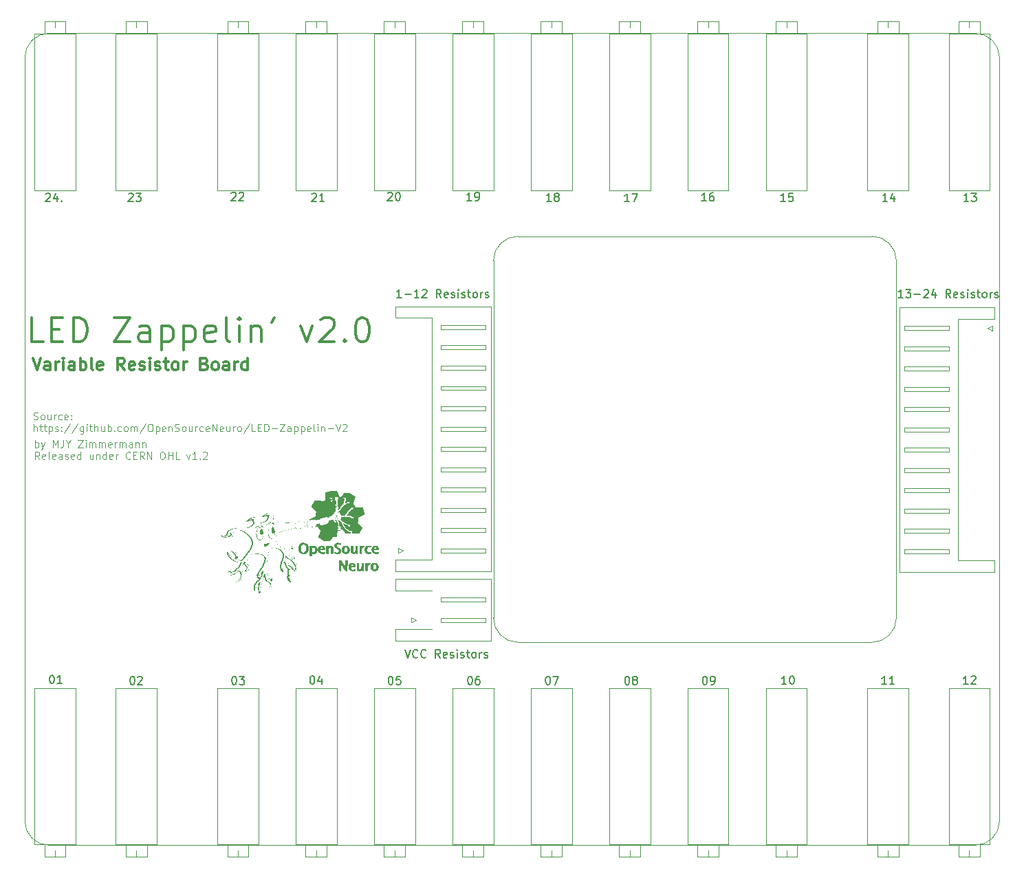
<source format=gbr>
%TF.GenerationSoftware,KiCad,Pcbnew,(6.0.4)*%
%TF.CreationDate,2023-06-02T21:46:19+02:00*%
%TF.ProjectId,LED-Zappelin-V2-ResistorBoard,4c45442d-5a61-4707-9065-6c696e2d5632,rev?*%
%TF.SameCoordinates,Original*%
%TF.FileFunction,Legend,Top*%
%TF.FilePolarity,Positive*%
%FSLAX46Y46*%
G04 Gerber Fmt 4.6, Leading zero omitted, Abs format (unit mm)*
G04 Created by KiCad (PCBNEW (6.0.4)) date 2023-06-02 21:46:19*
%MOMM*%
%LPD*%
G01*
G04 APERTURE LIST*
%TA.AperFunction,Profile*%
%ADD10C,0.100000*%
%TD*%
%ADD11C,0.300000*%
%ADD12C,0.100000*%
%ADD13C,0.150000*%
%ADD14C,0.120000*%
G04 APERTURE END LIST*
D10*
X52850000Y-150250000D02*
X166850000Y-150250000D01*
X169850000Y-147250000D02*
X169850000Y-53250000D01*
X154150000Y-125250000D02*
G75*
G03*
X157150000Y-122250000I0J3000000D01*
G01*
X52850000Y-50250000D02*
G75*
G03*
X49850000Y-53250000I0J-3000000D01*
G01*
X169850000Y-53250000D02*
G75*
G03*
X166850000Y-50250000I-3000000J0D01*
G01*
X157150000Y-78250000D02*
G75*
G03*
X154150000Y-75250000I-3000000J0D01*
G01*
X154150000Y-75250000D02*
X110550000Y-75250000D01*
X110550000Y-75250000D02*
G75*
G03*
X107550000Y-78250000I0J-3000000D01*
G01*
X107550000Y-122250000D02*
X107550000Y-78250000D01*
X157150000Y-78250000D02*
X157150000Y-122250000D01*
X49850000Y-147250000D02*
G75*
G03*
X52850000Y-150250000I3000000J0D01*
G01*
X154150000Y-125250000D02*
X110550000Y-125250000D01*
X166850000Y-50250000D02*
X52850000Y-50250000D01*
X107550000Y-122250000D02*
G75*
G03*
X110550000Y-125250000I3000000J0D01*
G01*
X49850000Y-53250000D02*
X49850000Y-147250000D01*
X166850000Y-150250000D02*
G75*
G03*
X169850000Y-147250000I0J3000000D01*
G01*
D11*
X50828571Y-90228571D02*
X51328571Y-91728571D01*
X51828571Y-90228571D01*
X52971428Y-91728571D02*
X52971428Y-90942857D01*
X52900000Y-90800000D01*
X52757142Y-90728571D01*
X52471428Y-90728571D01*
X52328571Y-90800000D01*
X52971428Y-91657142D02*
X52828571Y-91728571D01*
X52471428Y-91728571D01*
X52328571Y-91657142D01*
X52257142Y-91514285D01*
X52257142Y-91371428D01*
X52328571Y-91228571D01*
X52471428Y-91157142D01*
X52828571Y-91157142D01*
X52971428Y-91085714D01*
X53685714Y-91728571D02*
X53685714Y-90728571D01*
X53685714Y-91014285D02*
X53757142Y-90871428D01*
X53828571Y-90800000D01*
X53971428Y-90728571D01*
X54114285Y-90728571D01*
X54614285Y-91728571D02*
X54614285Y-90728571D01*
X54614285Y-90228571D02*
X54542857Y-90300000D01*
X54614285Y-90371428D01*
X54685714Y-90300000D01*
X54614285Y-90228571D01*
X54614285Y-90371428D01*
X55971428Y-91728571D02*
X55971428Y-90942857D01*
X55900000Y-90800000D01*
X55757142Y-90728571D01*
X55471428Y-90728571D01*
X55328571Y-90800000D01*
X55971428Y-91657142D02*
X55828571Y-91728571D01*
X55471428Y-91728571D01*
X55328571Y-91657142D01*
X55257142Y-91514285D01*
X55257142Y-91371428D01*
X55328571Y-91228571D01*
X55471428Y-91157142D01*
X55828571Y-91157142D01*
X55971428Y-91085714D01*
X56685714Y-91728571D02*
X56685714Y-90228571D01*
X56685714Y-90800000D02*
X56828571Y-90728571D01*
X57114285Y-90728571D01*
X57257142Y-90800000D01*
X57328571Y-90871428D01*
X57400000Y-91014285D01*
X57400000Y-91442857D01*
X57328571Y-91585714D01*
X57257142Y-91657142D01*
X57114285Y-91728571D01*
X56828571Y-91728571D01*
X56685714Y-91657142D01*
X58257142Y-91728571D02*
X58114285Y-91657142D01*
X58042857Y-91514285D01*
X58042857Y-90228571D01*
X59400000Y-91657142D02*
X59257142Y-91728571D01*
X58971428Y-91728571D01*
X58828571Y-91657142D01*
X58757142Y-91514285D01*
X58757142Y-90942857D01*
X58828571Y-90800000D01*
X58971428Y-90728571D01*
X59257142Y-90728571D01*
X59400000Y-90800000D01*
X59471428Y-90942857D01*
X59471428Y-91085714D01*
X58757142Y-91228571D01*
X62114285Y-91728571D02*
X61614285Y-91014285D01*
X61257142Y-91728571D02*
X61257142Y-90228571D01*
X61828571Y-90228571D01*
X61971428Y-90300000D01*
X62042857Y-90371428D01*
X62114285Y-90514285D01*
X62114285Y-90728571D01*
X62042857Y-90871428D01*
X61971428Y-90942857D01*
X61828571Y-91014285D01*
X61257142Y-91014285D01*
X63328571Y-91657142D02*
X63185714Y-91728571D01*
X62900000Y-91728571D01*
X62757142Y-91657142D01*
X62685714Y-91514285D01*
X62685714Y-90942857D01*
X62757142Y-90800000D01*
X62900000Y-90728571D01*
X63185714Y-90728571D01*
X63328571Y-90800000D01*
X63400000Y-90942857D01*
X63400000Y-91085714D01*
X62685714Y-91228571D01*
X63971428Y-91657142D02*
X64114285Y-91728571D01*
X64400000Y-91728571D01*
X64542857Y-91657142D01*
X64614285Y-91514285D01*
X64614285Y-91442857D01*
X64542857Y-91300000D01*
X64400000Y-91228571D01*
X64185714Y-91228571D01*
X64042857Y-91157142D01*
X63971428Y-91014285D01*
X63971428Y-90942857D01*
X64042857Y-90800000D01*
X64185714Y-90728571D01*
X64400000Y-90728571D01*
X64542857Y-90800000D01*
X65257142Y-91728571D02*
X65257142Y-90728571D01*
X65257142Y-90228571D02*
X65185714Y-90300000D01*
X65257142Y-90371428D01*
X65328571Y-90300000D01*
X65257142Y-90228571D01*
X65257142Y-90371428D01*
X65900000Y-91657142D02*
X66042857Y-91728571D01*
X66328571Y-91728571D01*
X66471428Y-91657142D01*
X66542857Y-91514285D01*
X66542857Y-91442857D01*
X66471428Y-91300000D01*
X66328571Y-91228571D01*
X66114285Y-91228571D01*
X65971428Y-91157142D01*
X65900000Y-91014285D01*
X65900000Y-90942857D01*
X65971428Y-90800000D01*
X66114285Y-90728571D01*
X66328571Y-90728571D01*
X66471428Y-90800000D01*
X66971428Y-90728571D02*
X67542857Y-90728571D01*
X67185714Y-90228571D02*
X67185714Y-91514285D01*
X67257142Y-91657142D01*
X67400000Y-91728571D01*
X67542857Y-91728571D01*
X68257142Y-91728571D02*
X68114285Y-91657142D01*
X68042857Y-91585714D01*
X67971428Y-91442857D01*
X67971428Y-91014285D01*
X68042857Y-90871428D01*
X68114285Y-90800000D01*
X68257142Y-90728571D01*
X68471428Y-90728571D01*
X68614285Y-90800000D01*
X68685714Y-90871428D01*
X68757142Y-91014285D01*
X68757142Y-91442857D01*
X68685714Y-91585714D01*
X68614285Y-91657142D01*
X68471428Y-91728571D01*
X68257142Y-91728571D01*
X69400000Y-91728571D02*
X69400000Y-90728571D01*
X69400000Y-91014285D02*
X69471428Y-90871428D01*
X69542857Y-90800000D01*
X69685714Y-90728571D01*
X69828571Y-90728571D01*
X71971428Y-90942857D02*
X72185714Y-91014285D01*
X72257142Y-91085714D01*
X72328571Y-91228571D01*
X72328571Y-91442857D01*
X72257142Y-91585714D01*
X72185714Y-91657142D01*
X72042857Y-91728571D01*
X71471428Y-91728571D01*
X71471428Y-90228571D01*
X71971428Y-90228571D01*
X72114285Y-90300000D01*
X72185714Y-90371428D01*
X72257142Y-90514285D01*
X72257142Y-90657142D01*
X72185714Y-90800000D01*
X72114285Y-90871428D01*
X71971428Y-90942857D01*
X71471428Y-90942857D01*
X73185714Y-91728571D02*
X73042857Y-91657142D01*
X72971428Y-91585714D01*
X72900000Y-91442857D01*
X72900000Y-91014285D01*
X72971428Y-90871428D01*
X73042857Y-90800000D01*
X73185714Y-90728571D01*
X73400000Y-90728571D01*
X73542857Y-90800000D01*
X73614285Y-90871428D01*
X73685714Y-91014285D01*
X73685714Y-91442857D01*
X73614285Y-91585714D01*
X73542857Y-91657142D01*
X73400000Y-91728571D01*
X73185714Y-91728571D01*
X74971428Y-91728571D02*
X74971428Y-90942857D01*
X74900000Y-90800000D01*
X74757142Y-90728571D01*
X74471428Y-90728571D01*
X74328571Y-90800000D01*
X74971428Y-91657142D02*
X74828571Y-91728571D01*
X74471428Y-91728571D01*
X74328571Y-91657142D01*
X74257142Y-91514285D01*
X74257142Y-91371428D01*
X74328571Y-91228571D01*
X74471428Y-91157142D01*
X74828571Y-91157142D01*
X74971428Y-91085714D01*
X75685714Y-91728571D02*
X75685714Y-90728571D01*
X75685714Y-91014285D02*
X75757142Y-90871428D01*
X75828571Y-90800000D01*
X75971428Y-90728571D01*
X76114285Y-90728571D01*
X77257142Y-91728571D02*
X77257142Y-90228571D01*
X77257142Y-91657142D02*
X77114285Y-91728571D01*
X76828571Y-91728571D01*
X76685714Y-91657142D01*
X76614285Y-91585714D01*
X76542857Y-91442857D01*
X76542857Y-91014285D01*
X76614285Y-90871428D01*
X76685714Y-90800000D01*
X76828571Y-90728571D01*
X77114285Y-90728571D01*
X77257142Y-90800000D01*
D12*
X50936428Y-97789785D02*
X51065000Y-97832642D01*
X51279285Y-97832642D01*
X51365000Y-97789785D01*
X51407857Y-97746928D01*
X51450714Y-97661214D01*
X51450714Y-97575500D01*
X51407857Y-97489785D01*
X51365000Y-97446928D01*
X51279285Y-97404071D01*
X51107857Y-97361214D01*
X51022142Y-97318357D01*
X50979285Y-97275500D01*
X50936428Y-97189785D01*
X50936428Y-97104071D01*
X50979285Y-97018357D01*
X51022142Y-96975500D01*
X51107857Y-96932642D01*
X51322142Y-96932642D01*
X51450714Y-96975500D01*
X51965000Y-97832642D02*
X51879285Y-97789785D01*
X51836428Y-97746928D01*
X51793571Y-97661214D01*
X51793571Y-97404071D01*
X51836428Y-97318357D01*
X51879285Y-97275500D01*
X51965000Y-97232642D01*
X52093571Y-97232642D01*
X52179285Y-97275500D01*
X52222142Y-97318357D01*
X52265000Y-97404071D01*
X52265000Y-97661214D01*
X52222142Y-97746928D01*
X52179285Y-97789785D01*
X52093571Y-97832642D01*
X51965000Y-97832642D01*
X53036428Y-97232642D02*
X53036428Y-97832642D01*
X52650714Y-97232642D02*
X52650714Y-97704071D01*
X52693571Y-97789785D01*
X52779285Y-97832642D01*
X52907857Y-97832642D01*
X52993571Y-97789785D01*
X53036428Y-97746928D01*
X53465000Y-97832642D02*
X53465000Y-97232642D01*
X53465000Y-97404071D02*
X53507857Y-97318357D01*
X53550714Y-97275500D01*
X53636428Y-97232642D01*
X53722142Y-97232642D01*
X54407857Y-97789785D02*
X54322142Y-97832642D01*
X54150714Y-97832642D01*
X54065000Y-97789785D01*
X54022142Y-97746928D01*
X53979285Y-97661214D01*
X53979285Y-97404071D01*
X54022142Y-97318357D01*
X54065000Y-97275500D01*
X54150714Y-97232642D01*
X54322142Y-97232642D01*
X54407857Y-97275500D01*
X55136428Y-97789785D02*
X55050714Y-97832642D01*
X54879285Y-97832642D01*
X54793571Y-97789785D01*
X54750714Y-97704071D01*
X54750714Y-97361214D01*
X54793571Y-97275500D01*
X54879285Y-97232642D01*
X55050714Y-97232642D01*
X55136428Y-97275500D01*
X55179285Y-97361214D01*
X55179285Y-97446928D01*
X54750714Y-97532642D01*
X55565000Y-97746928D02*
X55607857Y-97789785D01*
X55565000Y-97832642D01*
X55522142Y-97789785D01*
X55565000Y-97746928D01*
X55565000Y-97832642D01*
X55565000Y-97275500D02*
X55607857Y-97318357D01*
X55565000Y-97361214D01*
X55522142Y-97318357D01*
X55565000Y-97275500D01*
X55565000Y-97361214D01*
X50979285Y-99281642D02*
X50979285Y-98381642D01*
X51365000Y-99281642D02*
X51365000Y-98810214D01*
X51322142Y-98724500D01*
X51236428Y-98681642D01*
X51107857Y-98681642D01*
X51022142Y-98724500D01*
X50979285Y-98767357D01*
X51665000Y-98681642D02*
X52007857Y-98681642D01*
X51793571Y-98381642D02*
X51793571Y-99153071D01*
X51836428Y-99238785D01*
X51922142Y-99281642D01*
X52007857Y-99281642D01*
X52179285Y-98681642D02*
X52522142Y-98681642D01*
X52307857Y-98381642D02*
X52307857Y-99153071D01*
X52350714Y-99238785D01*
X52436428Y-99281642D01*
X52522142Y-99281642D01*
X52822142Y-98681642D02*
X52822142Y-99581642D01*
X52822142Y-98724500D02*
X52907857Y-98681642D01*
X53079285Y-98681642D01*
X53165000Y-98724500D01*
X53207857Y-98767357D01*
X53250714Y-98853071D01*
X53250714Y-99110214D01*
X53207857Y-99195928D01*
X53165000Y-99238785D01*
X53079285Y-99281642D01*
X52907857Y-99281642D01*
X52822142Y-99238785D01*
X53593571Y-99238785D02*
X53679285Y-99281642D01*
X53850714Y-99281642D01*
X53936428Y-99238785D01*
X53979285Y-99153071D01*
X53979285Y-99110214D01*
X53936428Y-99024500D01*
X53850714Y-98981642D01*
X53722142Y-98981642D01*
X53636428Y-98938785D01*
X53593571Y-98853071D01*
X53593571Y-98810214D01*
X53636428Y-98724500D01*
X53722142Y-98681642D01*
X53850714Y-98681642D01*
X53936428Y-98724500D01*
X54365000Y-99195928D02*
X54407857Y-99238785D01*
X54365000Y-99281642D01*
X54322142Y-99238785D01*
X54365000Y-99195928D01*
X54365000Y-99281642D01*
X54365000Y-98724500D02*
X54407857Y-98767357D01*
X54365000Y-98810214D01*
X54322142Y-98767357D01*
X54365000Y-98724500D01*
X54365000Y-98810214D01*
X55436428Y-98338785D02*
X54665000Y-99495928D01*
X56379285Y-98338785D02*
X55607857Y-99495928D01*
X57065000Y-98681642D02*
X57065000Y-99410214D01*
X57022142Y-99495928D01*
X56979285Y-99538785D01*
X56893571Y-99581642D01*
X56765000Y-99581642D01*
X56679285Y-99538785D01*
X57065000Y-99238785D02*
X56979285Y-99281642D01*
X56807857Y-99281642D01*
X56722142Y-99238785D01*
X56679285Y-99195928D01*
X56636428Y-99110214D01*
X56636428Y-98853071D01*
X56679285Y-98767357D01*
X56722142Y-98724500D01*
X56807857Y-98681642D01*
X56979285Y-98681642D01*
X57065000Y-98724500D01*
X57493571Y-99281642D02*
X57493571Y-98681642D01*
X57493571Y-98381642D02*
X57450714Y-98424500D01*
X57493571Y-98467357D01*
X57536428Y-98424500D01*
X57493571Y-98381642D01*
X57493571Y-98467357D01*
X57793571Y-98681642D02*
X58136428Y-98681642D01*
X57922142Y-98381642D02*
X57922142Y-99153071D01*
X57965000Y-99238785D01*
X58050714Y-99281642D01*
X58136428Y-99281642D01*
X58436428Y-99281642D02*
X58436428Y-98381642D01*
X58822142Y-99281642D02*
X58822142Y-98810214D01*
X58779285Y-98724500D01*
X58693571Y-98681642D01*
X58565000Y-98681642D01*
X58479285Y-98724500D01*
X58436428Y-98767357D01*
X59636428Y-98681642D02*
X59636428Y-99281642D01*
X59250714Y-98681642D02*
X59250714Y-99153071D01*
X59293571Y-99238785D01*
X59379285Y-99281642D01*
X59507857Y-99281642D01*
X59593571Y-99238785D01*
X59636428Y-99195928D01*
X60065000Y-99281642D02*
X60065000Y-98381642D01*
X60065000Y-98724500D02*
X60150714Y-98681642D01*
X60322142Y-98681642D01*
X60407857Y-98724500D01*
X60450714Y-98767357D01*
X60493571Y-98853071D01*
X60493571Y-99110214D01*
X60450714Y-99195928D01*
X60407857Y-99238785D01*
X60322142Y-99281642D01*
X60150714Y-99281642D01*
X60065000Y-99238785D01*
X60879285Y-99195928D02*
X60922142Y-99238785D01*
X60879285Y-99281642D01*
X60836428Y-99238785D01*
X60879285Y-99195928D01*
X60879285Y-99281642D01*
X61693571Y-99238785D02*
X61607857Y-99281642D01*
X61436428Y-99281642D01*
X61350714Y-99238785D01*
X61307857Y-99195928D01*
X61265000Y-99110214D01*
X61265000Y-98853071D01*
X61307857Y-98767357D01*
X61350714Y-98724500D01*
X61436428Y-98681642D01*
X61607857Y-98681642D01*
X61693571Y-98724500D01*
X62207857Y-99281642D02*
X62122142Y-99238785D01*
X62079285Y-99195928D01*
X62036428Y-99110214D01*
X62036428Y-98853071D01*
X62079285Y-98767357D01*
X62122142Y-98724500D01*
X62207857Y-98681642D01*
X62336428Y-98681642D01*
X62422142Y-98724500D01*
X62465000Y-98767357D01*
X62507857Y-98853071D01*
X62507857Y-99110214D01*
X62465000Y-99195928D01*
X62422142Y-99238785D01*
X62336428Y-99281642D01*
X62207857Y-99281642D01*
X62893571Y-99281642D02*
X62893571Y-98681642D01*
X62893571Y-98767357D02*
X62936428Y-98724500D01*
X63022142Y-98681642D01*
X63150714Y-98681642D01*
X63236428Y-98724500D01*
X63279285Y-98810214D01*
X63279285Y-99281642D01*
X63279285Y-98810214D02*
X63322142Y-98724500D01*
X63407857Y-98681642D01*
X63536428Y-98681642D01*
X63622142Y-98724500D01*
X63665000Y-98810214D01*
X63665000Y-99281642D01*
X64736428Y-98338785D02*
X63965000Y-99495928D01*
X65207857Y-98381642D02*
X65379285Y-98381642D01*
X65465000Y-98424500D01*
X65550714Y-98510214D01*
X65593571Y-98681642D01*
X65593571Y-98981642D01*
X65550714Y-99153071D01*
X65465000Y-99238785D01*
X65379285Y-99281642D01*
X65207857Y-99281642D01*
X65122142Y-99238785D01*
X65036428Y-99153071D01*
X64993571Y-98981642D01*
X64993571Y-98681642D01*
X65036428Y-98510214D01*
X65122142Y-98424500D01*
X65207857Y-98381642D01*
X65979285Y-98681642D02*
X65979285Y-99581642D01*
X65979285Y-98724500D02*
X66065000Y-98681642D01*
X66236428Y-98681642D01*
X66322142Y-98724500D01*
X66365000Y-98767357D01*
X66407857Y-98853071D01*
X66407857Y-99110214D01*
X66365000Y-99195928D01*
X66322142Y-99238785D01*
X66236428Y-99281642D01*
X66065000Y-99281642D01*
X65979285Y-99238785D01*
X67136428Y-99238785D02*
X67050714Y-99281642D01*
X66879285Y-99281642D01*
X66793571Y-99238785D01*
X66750714Y-99153071D01*
X66750714Y-98810214D01*
X66793571Y-98724500D01*
X66879285Y-98681642D01*
X67050714Y-98681642D01*
X67136428Y-98724500D01*
X67179285Y-98810214D01*
X67179285Y-98895928D01*
X66750714Y-98981642D01*
X67565000Y-98681642D02*
X67565000Y-99281642D01*
X67565000Y-98767357D02*
X67607857Y-98724500D01*
X67693571Y-98681642D01*
X67822142Y-98681642D01*
X67907857Y-98724500D01*
X67950714Y-98810214D01*
X67950714Y-99281642D01*
X68336428Y-99238785D02*
X68465000Y-99281642D01*
X68679285Y-99281642D01*
X68765000Y-99238785D01*
X68807857Y-99195928D01*
X68850714Y-99110214D01*
X68850714Y-99024500D01*
X68807857Y-98938785D01*
X68765000Y-98895928D01*
X68679285Y-98853071D01*
X68507857Y-98810214D01*
X68422142Y-98767357D01*
X68379285Y-98724500D01*
X68336428Y-98638785D01*
X68336428Y-98553071D01*
X68379285Y-98467357D01*
X68422142Y-98424500D01*
X68507857Y-98381642D01*
X68722142Y-98381642D01*
X68850714Y-98424500D01*
X69365000Y-99281642D02*
X69279285Y-99238785D01*
X69236428Y-99195928D01*
X69193571Y-99110214D01*
X69193571Y-98853071D01*
X69236428Y-98767357D01*
X69279285Y-98724500D01*
X69365000Y-98681642D01*
X69493571Y-98681642D01*
X69579285Y-98724500D01*
X69622142Y-98767357D01*
X69665000Y-98853071D01*
X69665000Y-99110214D01*
X69622142Y-99195928D01*
X69579285Y-99238785D01*
X69493571Y-99281642D01*
X69365000Y-99281642D01*
X70436428Y-98681642D02*
X70436428Y-99281642D01*
X70050714Y-98681642D02*
X70050714Y-99153071D01*
X70093571Y-99238785D01*
X70179285Y-99281642D01*
X70307857Y-99281642D01*
X70393571Y-99238785D01*
X70436428Y-99195928D01*
X70865000Y-99281642D02*
X70865000Y-98681642D01*
X70865000Y-98853071D02*
X70907857Y-98767357D01*
X70950714Y-98724500D01*
X71036428Y-98681642D01*
X71122142Y-98681642D01*
X71807857Y-99238785D02*
X71722142Y-99281642D01*
X71550714Y-99281642D01*
X71465000Y-99238785D01*
X71422142Y-99195928D01*
X71379285Y-99110214D01*
X71379285Y-98853071D01*
X71422142Y-98767357D01*
X71465000Y-98724500D01*
X71550714Y-98681642D01*
X71722142Y-98681642D01*
X71807857Y-98724500D01*
X72536428Y-99238785D02*
X72450714Y-99281642D01*
X72279285Y-99281642D01*
X72193571Y-99238785D01*
X72150714Y-99153071D01*
X72150714Y-98810214D01*
X72193571Y-98724500D01*
X72279285Y-98681642D01*
X72450714Y-98681642D01*
X72536428Y-98724500D01*
X72579285Y-98810214D01*
X72579285Y-98895928D01*
X72150714Y-98981642D01*
X72965000Y-99281642D02*
X72965000Y-98381642D01*
X73479285Y-99281642D01*
X73479285Y-98381642D01*
X74250714Y-99238785D02*
X74165000Y-99281642D01*
X73993571Y-99281642D01*
X73907857Y-99238785D01*
X73865000Y-99153071D01*
X73865000Y-98810214D01*
X73907857Y-98724500D01*
X73993571Y-98681642D01*
X74165000Y-98681642D01*
X74250714Y-98724500D01*
X74293571Y-98810214D01*
X74293571Y-98895928D01*
X73865000Y-98981642D01*
X75065000Y-98681642D02*
X75065000Y-99281642D01*
X74679285Y-98681642D02*
X74679285Y-99153071D01*
X74722142Y-99238785D01*
X74807857Y-99281642D01*
X74936428Y-99281642D01*
X75022142Y-99238785D01*
X75065000Y-99195928D01*
X75493571Y-99281642D02*
X75493571Y-98681642D01*
X75493571Y-98853071D02*
X75536428Y-98767357D01*
X75579285Y-98724500D01*
X75665000Y-98681642D01*
X75750714Y-98681642D01*
X76179285Y-99281642D02*
X76093571Y-99238785D01*
X76050714Y-99195928D01*
X76007857Y-99110214D01*
X76007857Y-98853071D01*
X76050714Y-98767357D01*
X76093571Y-98724500D01*
X76179285Y-98681642D01*
X76307857Y-98681642D01*
X76393571Y-98724500D01*
X76436428Y-98767357D01*
X76479285Y-98853071D01*
X76479285Y-99110214D01*
X76436428Y-99195928D01*
X76393571Y-99238785D01*
X76307857Y-99281642D01*
X76179285Y-99281642D01*
X77507857Y-98338785D02*
X76736428Y-99495928D01*
X78236428Y-99281642D02*
X77807857Y-99281642D01*
X77807857Y-98381642D01*
X78536428Y-98810214D02*
X78836428Y-98810214D01*
X78965000Y-99281642D02*
X78536428Y-99281642D01*
X78536428Y-98381642D01*
X78965000Y-98381642D01*
X79350714Y-99281642D02*
X79350714Y-98381642D01*
X79565000Y-98381642D01*
X79693571Y-98424500D01*
X79779285Y-98510214D01*
X79822142Y-98595928D01*
X79865000Y-98767357D01*
X79865000Y-98895928D01*
X79822142Y-99067357D01*
X79779285Y-99153071D01*
X79693571Y-99238785D01*
X79565000Y-99281642D01*
X79350714Y-99281642D01*
X80250714Y-98938785D02*
X80936428Y-98938785D01*
X81279285Y-98381642D02*
X81879285Y-98381642D01*
X81279285Y-99281642D01*
X81879285Y-99281642D01*
X82607857Y-99281642D02*
X82607857Y-98810214D01*
X82565000Y-98724500D01*
X82479285Y-98681642D01*
X82307857Y-98681642D01*
X82222142Y-98724500D01*
X82607857Y-99238785D02*
X82522142Y-99281642D01*
X82307857Y-99281642D01*
X82222142Y-99238785D01*
X82179285Y-99153071D01*
X82179285Y-99067357D01*
X82222142Y-98981642D01*
X82307857Y-98938785D01*
X82522142Y-98938785D01*
X82607857Y-98895928D01*
X83036428Y-98681642D02*
X83036428Y-99581642D01*
X83036428Y-98724500D02*
X83122142Y-98681642D01*
X83293571Y-98681642D01*
X83379285Y-98724500D01*
X83422142Y-98767357D01*
X83464999Y-98853071D01*
X83464999Y-99110214D01*
X83422142Y-99195928D01*
X83379285Y-99238785D01*
X83293571Y-99281642D01*
X83122142Y-99281642D01*
X83036428Y-99238785D01*
X83850714Y-98681642D02*
X83850714Y-99581642D01*
X83850714Y-98724500D02*
X83936428Y-98681642D01*
X84107857Y-98681642D01*
X84193571Y-98724500D01*
X84236428Y-98767357D01*
X84279285Y-98853071D01*
X84279285Y-99110214D01*
X84236428Y-99195928D01*
X84193571Y-99238785D01*
X84107857Y-99281642D01*
X83936428Y-99281642D01*
X83850714Y-99238785D01*
X85007857Y-99238785D02*
X84922142Y-99281642D01*
X84750714Y-99281642D01*
X84665000Y-99238785D01*
X84622142Y-99153071D01*
X84622142Y-98810214D01*
X84665000Y-98724500D01*
X84750714Y-98681642D01*
X84922142Y-98681642D01*
X85007857Y-98724500D01*
X85050714Y-98810214D01*
X85050714Y-98895928D01*
X84622142Y-98981642D01*
X85565000Y-99281642D02*
X85479285Y-99238785D01*
X85436428Y-99153071D01*
X85436428Y-98381642D01*
X85907857Y-99281642D02*
X85907857Y-98681642D01*
X85907857Y-98381642D02*
X85865000Y-98424500D01*
X85907857Y-98467357D01*
X85950714Y-98424500D01*
X85907857Y-98381642D01*
X85907857Y-98467357D01*
X86336428Y-98681642D02*
X86336428Y-99281642D01*
X86336428Y-98767357D02*
X86379285Y-98724500D01*
X86465000Y-98681642D01*
X86593571Y-98681642D01*
X86679285Y-98724500D01*
X86722142Y-98810214D01*
X86722142Y-99281642D01*
X87150714Y-98938785D02*
X87836428Y-98938785D01*
X88136428Y-98381642D02*
X88436428Y-99281642D01*
X88736428Y-98381642D01*
X88993571Y-98467357D02*
X89036428Y-98424500D01*
X89122142Y-98381642D01*
X89336428Y-98381642D01*
X89422142Y-98424500D01*
X89465000Y-98467357D01*
X89507857Y-98553071D01*
X89507857Y-98638785D01*
X89465000Y-98767357D01*
X88950714Y-99281642D01*
X89507857Y-99281642D01*
D11*
X52114285Y-88257142D02*
X50685714Y-88257142D01*
X50685714Y-85257142D01*
X53114285Y-86685714D02*
X54114285Y-86685714D01*
X54542857Y-88257142D02*
X53114285Y-88257142D01*
X53114285Y-85257142D01*
X54542857Y-85257142D01*
X55828571Y-88257142D02*
X55828571Y-85257142D01*
X56542857Y-85257142D01*
X56971428Y-85400000D01*
X57257142Y-85685714D01*
X57399999Y-85971428D01*
X57542857Y-86542857D01*
X57542857Y-86971428D01*
X57399999Y-87542857D01*
X57257142Y-87828571D01*
X56971428Y-88114285D01*
X56542857Y-88257142D01*
X55828571Y-88257142D01*
X60828571Y-85257142D02*
X62828571Y-85257142D01*
X60828571Y-88257142D01*
X62828571Y-88257142D01*
X65257142Y-88257142D02*
X65257142Y-86685714D01*
X65114285Y-86400000D01*
X64828571Y-86257142D01*
X64257142Y-86257142D01*
X63971428Y-86400000D01*
X65257142Y-88114285D02*
X64971428Y-88257142D01*
X64257142Y-88257142D01*
X63971428Y-88114285D01*
X63828571Y-87828571D01*
X63828571Y-87542857D01*
X63971428Y-87257142D01*
X64257142Y-87114285D01*
X64971428Y-87114285D01*
X65257142Y-86971428D01*
X66685714Y-86257142D02*
X66685714Y-89257142D01*
X66685714Y-86400000D02*
X66971428Y-86257142D01*
X67542857Y-86257142D01*
X67828571Y-86400000D01*
X67971428Y-86542857D01*
X68114285Y-86828571D01*
X68114285Y-87685714D01*
X67971428Y-87971428D01*
X67828571Y-88114285D01*
X67542857Y-88257142D01*
X66971428Y-88257142D01*
X66685714Y-88114285D01*
X69400000Y-86257142D02*
X69400000Y-89257142D01*
X69400000Y-86400000D02*
X69685714Y-86257142D01*
X70257142Y-86257142D01*
X70542857Y-86400000D01*
X70685714Y-86542857D01*
X70828571Y-86828571D01*
X70828571Y-87685714D01*
X70685714Y-87971428D01*
X70542857Y-88114285D01*
X70257142Y-88257142D01*
X69685714Y-88257142D01*
X69400000Y-88114285D01*
X73257142Y-88114285D02*
X72971428Y-88257142D01*
X72400000Y-88257142D01*
X72114285Y-88114285D01*
X71971428Y-87828571D01*
X71971428Y-86685714D01*
X72114285Y-86400000D01*
X72400000Y-86257142D01*
X72971428Y-86257142D01*
X73257142Y-86400000D01*
X73400000Y-86685714D01*
X73400000Y-86971428D01*
X71971428Y-87257142D01*
X75114285Y-88257142D02*
X74828571Y-88114285D01*
X74685714Y-87828571D01*
X74685714Y-85257142D01*
X76257142Y-88257142D02*
X76257142Y-86257142D01*
X76257142Y-85257142D02*
X76114285Y-85400000D01*
X76257142Y-85542857D01*
X76400000Y-85400000D01*
X76257142Y-85257142D01*
X76257142Y-85542857D01*
X77685714Y-86257142D02*
X77685714Y-88257142D01*
X77685714Y-86542857D02*
X77828571Y-86400000D01*
X78114285Y-86257142D01*
X78542857Y-86257142D01*
X78828571Y-86400000D01*
X78971428Y-86685714D01*
X78971428Y-88257142D01*
X80542857Y-85257142D02*
X80257142Y-85828571D01*
X83828571Y-86257142D02*
X84542857Y-88257142D01*
X85257142Y-86257142D01*
X86257142Y-85542857D02*
X86400000Y-85400000D01*
X86685714Y-85257142D01*
X87400000Y-85257142D01*
X87685714Y-85400000D01*
X87828571Y-85542857D01*
X87971428Y-85828571D01*
X87971428Y-86114285D01*
X87828571Y-86542857D01*
X86114285Y-88257142D01*
X87971428Y-88257142D01*
X89257142Y-87971428D02*
X89400000Y-88114285D01*
X89257142Y-88257142D01*
X89114285Y-88114285D01*
X89257142Y-87971428D01*
X89257142Y-88257142D01*
X91257142Y-85257142D02*
X91542857Y-85257142D01*
X91828571Y-85400000D01*
X91971428Y-85542857D01*
X92114285Y-85828571D01*
X92257142Y-86400000D01*
X92257142Y-87114285D01*
X92114285Y-87685714D01*
X91971428Y-87971428D01*
X91828571Y-88114285D01*
X91542857Y-88257142D01*
X91257142Y-88257142D01*
X90971428Y-88114285D01*
X90828571Y-87971428D01*
X90685714Y-87685714D01*
X90542857Y-87114285D01*
X90542857Y-86400000D01*
X90685714Y-85828571D01*
X90828571Y-85542857D01*
X90971428Y-85400000D01*
X91257142Y-85257142D01*
D12*
X51129285Y-101232642D02*
X51129285Y-100332642D01*
X51129285Y-100675500D02*
X51215000Y-100632642D01*
X51386428Y-100632642D01*
X51472142Y-100675500D01*
X51515000Y-100718357D01*
X51557857Y-100804071D01*
X51557857Y-101061214D01*
X51515000Y-101146928D01*
X51472142Y-101189785D01*
X51386428Y-101232642D01*
X51215000Y-101232642D01*
X51129285Y-101189785D01*
X51857857Y-100632642D02*
X52072142Y-101232642D01*
X52286428Y-100632642D02*
X52072142Y-101232642D01*
X51986428Y-101446928D01*
X51943571Y-101489785D01*
X51857857Y-101532642D01*
X53315000Y-101232642D02*
X53315000Y-100332642D01*
X53615000Y-100975500D01*
X53915000Y-100332642D01*
X53915000Y-101232642D01*
X54600714Y-100332642D02*
X54600714Y-100975500D01*
X54557857Y-101104071D01*
X54472142Y-101189785D01*
X54343571Y-101232642D01*
X54257857Y-101232642D01*
X55200714Y-100804071D02*
X55200714Y-101232642D01*
X54900714Y-100332642D02*
X55200714Y-100804071D01*
X55500714Y-100332642D01*
X56400714Y-100332642D02*
X57000714Y-100332642D01*
X56400714Y-101232642D01*
X57000714Y-101232642D01*
X57343571Y-101232642D02*
X57343571Y-100632642D01*
X57343571Y-100332642D02*
X57300714Y-100375500D01*
X57343571Y-100418357D01*
X57386428Y-100375500D01*
X57343571Y-100332642D01*
X57343571Y-100418357D01*
X57772142Y-101232642D02*
X57772142Y-100632642D01*
X57772142Y-100718357D02*
X57815000Y-100675500D01*
X57900714Y-100632642D01*
X58029285Y-100632642D01*
X58115000Y-100675500D01*
X58157857Y-100761214D01*
X58157857Y-101232642D01*
X58157857Y-100761214D02*
X58200714Y-100675500D01*
X58286428Y-100632642D01*
X58415000Y-100632642D01*
X58500714Y-100675500D01*
X58543571Y-100761214D01*
X58543571Y-101232642D01*
X58972142Y-101232642D02*
X58972142Y-100632642D01*
X58972142Y-100718357D02*
X59015000Y-100675500D01*
X59100714Y-100632642D01*
X59229285Y-100632642D01*
X59315000Y-100675500D01*
X59357857Y-100761214D01*
X59357857Y-101232642D01*
X59357857Y-100761214D02*
X59400714Y-100675500D01*
X59486428Y-100632642D01*
X59615000Y-100632642D01*
X59700714Y-100675500D01*
X59743571Y-100761214D01*
X59743571Y-101232642D01*
X60515000Y-101189785D02*
X60429285Y-101232642D01*
X60257857Y-101232642D01*
X60172142Y-101189785D01*
X60129285Y-101104071D01*
X60129285Y-100761214D01*
X60172142Y-100675500D01*
X60257857Y-100632642D01*
X60429285Y-100632642D01*
X60515000Y-100675500D01*
X60557857Y-100761214D01*
X60557857Y-100846928D01*
X60129285Y-100932642D01*
X60943571Y-101232642D02*
X60943571Y-100632642D01*
X60943571Y-100804071D02*
X60986428Y-100718357D01*
X61029285Y-100675500D01*
X61115000Y-100632642D01*
X61200714Y-100632642D01*
X61500714Y-101232642D02*
X61500714Y-100632642D01*
X61500714Y-100718357D02*
X61543571Y-100675500D01*
X61629285Y-100632642D01*
X61757857Y-100632642D01*
X61843571Y-100675500D01*
X61886428Y-100761214D01*
X61886428Y-101232642D01*
X61886428Y-100761214D02*
X61929285Y-100675500D01*
X62015000Y-100632642D01*
X62143571Y-100632642D01*
X62229285Y-100675500D01*
X62272142Y-100761214D01*
X62272142Y-101232642D01*
X63086428Y-101232642D02*
X63086428Y-100761214D01*
X63043571Y-100675500D01*
X62957857Y-100632642D01*
X62786428Y-100632642D01*
X62700714Y-100675500D01*
X63086428Y-101189785D02*
X63000714Y-101232642D01*
X62786428Y-101232642D01*
X62700714Y-101189785D01*
X62657857Y-101104071D01*
X62657857Y-101018357D01*
X62700714Y-100932642D01*
X62786428Y-100889785D01*
X63000714Y-100889785D01*
X63086428Y-100846928D01*
X63515000Y-100632642D02*
X63515000Y-101232642D01*
X63515000Y-100718357D02*
X63557857Y-100675500D01*
X63643571Y-100632642D01*
X63772142Y-100632642D01*
X63857857Y-100675500D01*
X63900714Y-100761214D01*
X63900714Y-101232642D01*
X64329285Y-100632642D02*
X64329285Y-101232642D01*
X64329285Y-100718357D02*
X64372142Y-100675500D01*
X64457857Y-100632642D01*
X64586428Y-100632642D01*
X64672142Y-100675500D01*
X64715000Y-100761214D01*
X64715000Y-101232642D01*
X51643571Y-102681642D02*
X51343571Y-102253071D01*
X51129285Y-102681642D02*
X51129285Y-101781642D01*
X51472142Y-101781642D01*
X51557857Y-101824500D01*
X51600714Y-101867357D01*
X51643571Y-101953071D01*
X51643571Y-102081642D01*
X51600714Y-102167357D01*
X51557857Y-102210214D01*
X51472142Y-102253071D01*
X51129285Y-102253071D01*
X52372142Y-102638785D02*
X52286428Y-102681642D01*
X52115000Y-102681642D01*
X52029285Y-102638785D01*
X51986428Y-102553071D01*
X51986428Y-102210214D01*
X52029285Y-102124500D01*
X52115000Y-102081642D01*
X52286428Y-102081642D01*
X52372142Y-102124500D01*
X52415000Y-102210214D01*
X52415000Y-102295928D01*
X51986428Y-102381642D01*
X52929285Y-102681642D02*
X52843571Y-102638785D01*
X52800714Y-102553071D01*
X52800714Y-101781642D01*
X53615000Y-102638785D02*
X53529285Y-102681642D01*
X53357857Y-102681642D01*
X53272142Y-102638785D01*
X53229285Y-102553071D01*
X53229285Y-102210214D01*
X53272142Y-102124500D01*
X53357857Y-102081642D01*
X53529285Y-102081642D01*
X53615000Y-102124500D01*
X53657857Y-102210214D01*
X53657857Y-102295928D01*
X53229285Y-102381642D01*
X54429285Y-102681642D02*
X54429285Y-102210214D01*
X54386428Y-102124500D01*
X54300714Y-102081642D01*
X54129285Y-102081642D01*
X54043571Y-102124500D01*
X54429285Y-102638785D02*
X54343571Y-102681642D01*
X54129285Y-102681642D01*
X54043571Y-102638785D01*
X54000714Y-102553071D01*
X54000714Y-102467357D01*
X54043571Y-102381642D01*
X54129285Y-102338785D01*
X54343571Y-102338785D01*
X54429285Y-102295928D01*
X54815000Y-102638785D02*
X54900714Y-102681642D01*
X55072142Y-102681642D01*
X55157857Y-102638785D01*
X55200714Y-102553071D01*
X55200714Y-102510214D01*
X55157857Y-102424500D01*
X55072142Y-102381642D01*
X54943571Y-102381642D01*
X54857857Y-102338785D01*
X54815000Y-102253071D01*
X54815000Y-102210214D01*
X54857857Y-102124500D01*
X54943571Y-102081642D01*
X55072142Y-102081642D01*
X55157857Y-102124500D01*
X55929285Y-102638785D02*
X55843571Y-102681642D01*
X55672142Y-102681642D01*
X55586428Y-102638785D01*
X55543571Y-102553071D01*
X55543571Y-102210214D01*
X55586428Y-102124500D01*
X55672142Y-102081642D01*
X55843571Y-102081642D01*
X55929285Y-102124500D01*
X55972142Y-102210214D01*
X55972142Y-102295928D01*
X55543571Y-102381642D01*
X56743571Y-102681642D02*
X56743571Y-101781642D01*
X56743571Y-102638785D02*
X56657857Y-102681642D01*
X56486428Y-102681642D01*
X56400714Y-102638785D01*
X56357857Y-102595928D01*
X56315000Y-102510214D01*
X56315000Y-102253071D01*
X56357857Y-102167357D01*
X56400714Y-102124500D01*
X56486428Y-102081642D01*
X56657857Y-102081642D01*
X56743571Y-102124500D01*
X58243571Y-102081642D02*
X58243571Y-102681642D01*
X57857857Y-102081642D02*
X57857857Y-102553071D01*
X57900714Y-102638785D01*
X57986428Y-102681642D01*
X58115000Y-102681642D01*
X58200714Y-102638785D01*
X58243571Y-102595928D01*
X58672142Y-102081642D02*
X58672142Y-102681642D01*
X58672142Y-102167357D02*
X58715000Y-102124500D01*
X58800714Y-102081642D01*
X58929285Y-102081642D01*
X59015000Y-102124500D01*
X59057857Y-102210214D01*
X59057857Y-102681642D01*
X59872142Y-102681642D02*
X59872142Y-101781642D01*
X59872142Y-102638785D02*
X59786428Y-102681642D01*
X59615000Y-102681642D01*
X59529285Y-102638785D01*
X59486428Y-102595928D01*
X59443571Y-102510214D01*
X59443571Y-102253071D01*
X59486428Y-102167357D01*
X59529285Y-102124500D01*
X59615000Y-102081642D01*
X59786428Y-102081642D01*
X59872142Y-102124500D01*
X60643571Y-102638785D02*
X60557857Y-102681642D01*
X60386428Y-102681642D01*
X60300714Y-102638785D01*
X60257857Y-102553071D01*
X60257857Y-102210214D01*
X60300714Y-102124500D01*
X60386428Y-102081642D01*
X60557857Y-102081642D01*
X60643571Y-102124500D01*
X60686428Y-102210214D01*
X60686428Y-102295928D01*
X60257857Y-102381642D01*
X61072142Y-102681642D02*
X61072142Y-102081642D01*
X61072142Y-102253071D02*
X61115000Y-102167357D01*
X61157857Y-102124500D01*
X61243571Y-102081642D01*
X61329285Y-102081642D01*
X62829285Y-102595928D02*
X62786428Y-102638785D01*
X62657857Y-102681642D01*
X62572142Y-102681642D01*
X62443571Y-102638785D01*
X62357857Y-102553071D01*
X62315000Y-102467357D01*
X62272142Y-102295928D01*
X62272142Y-102167357D01*
X62315000Y-101995928D01*
X62357857Y-101910214D01*
X62443571Y-101824500D01*
X62572142Y-101781642D01*
X62657857Y-101781642D01*
X62786428Y-101824500D01*
X62829285Y-101867357D01*
X63215000Y-102210214D02*
X63515000Y-102210214D01*
X63643571Y-102681642D02*
X63215000Y-102681642D01*
X63215000Y-101781642D01*
X63643571Y-101781642D01*
X64543571Y-102681642D02*
X64243571Y-102253071D01*
X64029285Y-102681642D02*
X64029285Y-101781642D01*
X64372142Y-101781642D01*
X64457857Y-101824500D01*
X64500714Y-101867357D01*
X64543571Y-101953071D01*
X64543571Y-102081642D01*
X64500714Y-102167357D01*
X64457857Y-102210214D01*
X64372142Y-102253071D01*
X64029285Y-102253071D01*
X64929285Y-102681642D02*
X64929285Y-101781642D01*
X65443571Y-102681642D01*
X65443571Y-101781642D01*
X66729285Y-101781642D02*
X66900714Y-101781642D01*
X66986428Y-101824500D01*
X67072142Y-101910214D01*
X67115000Y-102081642D01*
X67115000Y-102381642D01*
X67072142Y-102553071D01*
X66986428Y-102638785D01*
X66900714Y-102681642D01*
X66729285Y-102681642D01*
X66643571Y-102638785D01*
X66557857Y-102553071D01*
X66515000Y-102381642D01*
X66515000Y-102081642D01*
X66557857Y-101910214D01*
X66643571Y-101824500D01*
X66729285Y-101781642D01*
X67500714Y-102681642D02*
X67500714Y-101781642D01*
X67500714Y-102210214D02*
X68015000Y-102210214D01*
X68015000Y-102681642D02*
X68015000Y-101781642D01*
X68872142Y-102681642D02*
X68443571Y-102681642D01*
X68443571Y-101781642D01*
X69772142Y-102081642D02*
X69986428Y-102681642D01*
X70200714Y-102081642D01*
X71015000Y-102681642D02*
X70500714Y-102681642D01*
X70757857Y-102681642D02*
X70757857Y-101781642D01*
X70672142Y-101910214D01*
X70586428Y-101995928D01*
X70500714Y-102038785D01*
X71400714Y-102595928D02*
X71443571Y-102638785D01*
X71400714Y-102681642D01*
X71357857Y-102638785D01*
X71400714Y-102595928D01*
X71400714Y-102681642D01*
X71786428Y-101867357D02*
X71829285Y-101824500D01*
X71915000Y-101781642D01*
X72129285Y-101781642D01*
X72215000Y-101824500D01*
X72257857Y-101867357D01*
X72300714Y-101953071D01*
X72300714Y-102038785D01*
X72257857Y-102167357D01*
X71743571Y-102681642D01*
X72300714Y-102681642D01*
D13*
%TO.C,RV12*%
X165984523Y-130402380D02*
X165413095Y-130402380D01*
X165698809Y-130402380D02*
X165698809Y-129402380D01*
X165603571Y-129545238D01*
X165508333Y-129640476D01*
X165413095Y-129688095D01*
X166365476Y-129497619D02*
X166413095Y-129450000D01*
X166508333Y-129402380D01*
X166746428Y-129402380D01*
X166841666Y-129450000D01*
X166889285Y-129497619D01*
X166936904Y-129592857D01*
X166936904Y-129688095D01*
X166889285Y-129830952D01*
X166317857Y-130402380D01*
X166936904Y-130402380D01*
%TO.C,J3*%
X157978571Y-82802380D02*
X157407142Y-82802380D01*
X157692857Y-82802380D02*
X157692857Y-81802380D01*
X157597619Y-81945238D01*
X157502380Y-82040476D01*
X157407142Y-82088095D01*
X158311904Y-81802380D02*
X158930952Y-81802380D01*
X158597619Y-82183333D01*
X158740476Y-82183333D01*
X158835714Y-82230952D01*
X158883333Y-82278571D01*
X158930952Y-82373809D01*
X158930952Y-82611904D01*
X158883333Y-82707142D01*
X158835714Y-82754761D01*
X158740476Y-82802380D01*
X158454761Y-82802380D01*
X158359523Y-82754761D01*
X158311904Y-82707142D01*
X159359523Y-82421428D02*
X160121428Y-82421428D01*
X160550000Y-81897619D02*
X160597619Y-81850000D01*
X160692857Y-81802380D01*
X160930952Y-81802380D01*
X161026190Y-81850000D01*
X161073809Y-81897619D01*
X161121428Y-81992857D01*
X161121428Y-82088095D01*
X161073809Y-82230952D01*
X160502380Y-82802380D01*
X161121428Y-82802380D01*
X161978571Y-82135714D02*
X161978571Y-82802380D01*
X161740476Y-81754761D02*
X161502380Y-82469047D01*
X162121428Y-82469047D01*
X163835714Y-82802380D02*
X163502380Y-82326190D01*
X163264285Y-82802380D02*
X163264285Y-81802380D01*
X163645238Y-81802380D01*
X163740476Y-81850000D01*
X163788095Y-81897619D01*
X163835714Y-81992857D01*
X163835714Y-82135714D01*
X163788095Y-82230952D01*
X163740476Y-82278571D01*
X163645238Y-82326190D01*
X163264285Y-82326190D01*
X164645238Y-82754761D02*
X164550000Y-82802380D01*
X164359523Y-82802380D01*
X164264285Y-82754761D01*
X164216666Y-82659523D01*
X164216666Y-82278571D01*
X164264285Y-82183333D01*
X164359523Y-82135714D01*
X164550000Y-82135714D01*
X164645238Y-82183333D01*
X164692857Y-82278571D01*
X164692857Y-82373809D01*
X164216666Y-82469047D01*
X165073809Y-82754761D02*
X165169047Y-82802380D01*
X165359523Y-82802380D01*
X165454761Y-82754761D01*
X165502380Y-82659523D01*
X165502380Y-82611904D01*
X165454761Y-82516666D01*
X165359523Y-82469047D01*
X165216666Y-82469047D01*
X165121428Y-82421428D01*
X165073809Y-82326190D01*
X165073809Y-82278571D01*
X165121428Y-82183333D01*
X165216666Y-82135714D01*
X165359523Y-82135714D01*
X165454761Y-82183333D01*
X165930952Y-82802380D02*
X165930952Y-82135714D01*
X165930952Y-81802380D02*
X165883333Y-81850000D01*
X165930952Y-81897619D01*
X165978571Y-81850000D01*
X165930952Y-81802380D01*
X165930952Y-81897619D01*
X166359523Y-82754761D02*
X166454761Y-82802380D01*
X166645238Y-82802380D01*
X166740476Y-82754761D01*
X166788095Y-82659523D01*
X166788095Y-82611904D01*
X166740476Y-82516666D01*
X166645238Y-82469047D01*
X166502380Y-82469047D01*
X166407142Y-82421428D01*
X166359523Y-82326190D01*
X166359523Y-82278571D01*
X166407142Y-82183333D01*
X166502380Y-82135714D01*
X166645238Y-82135714D01*
X166740476Y-82183333D01*
X167073809Y-82135714D02*
X167454761Y-82135714D01*
X167216666Y-81802380D02*
X167216666Y-82659523D01*
X167264285Y-82754761D01*
X167359523Y-82802380D01*
X167454761Y-82802380D01*
X167930952Y-82802380D02*
X167835714Y-82754761D01*
X167788095Y-82707142D01*
X167740476Y-82611904D01*
X167740476Y-82326190D01*
X167788095Y-82230952D01*
X167835714Y-82183333D01*
X167930952Y-82135714D01*
X168073809Y-82135714D01*
X168169047Y-82183333D01*
X168216666Y-82230952D01*
X168264285Y-82326190D01*
X168264285Y-82611904D01*
X168216666Y-82707142D01*
X168169047Y-82754761D01*
X168073809Y-82802380D01*
X167930952Y-82802380D01*
X168692857Y-82802380D02*
X168692857Y-82135714D01*
X168692857Y-82326190D02*
X168740476Y-82230952D01*
X168788095Y-82183333D01*
X168883333Y-82135714D01*
X168978571Y-82135714D01*
X169264285Y-82754761D02*
X169359523Y-82802380D01*
X169550000Y-82802380D01*
X169645238Y-82754761D01*
X169692857Y-82659523D01*
X169692857Y-82611904D01*
X169645238Y-82516666D01*
X169550000Y-82469047D01*
X169407142Y-82469047D01*
X169311904Y-82421428D01*
X169264285Y-82326190D01*
X169264285Y-82278571D01*
X169311904Y-82183333D01*
X169407142Y-82135714D01*
X169550000Y-82135714D01*
X169645238Y-82183333D01*
%TO.C,RV9*%
X133526190Y-129452380D02*
X133621428Y-129452380D01*
X133716666Y-129500000D01*
X133764285Y-129547619D01*
X133811904Y-129642857D01*
X133859523Y-129833333D01*
X133859523Y-130071428D01*
X133811904Y-130261904D01*
X133764285Y-130357142D01*
X133716666Y-130404761D01*
X133621428Y-130452380D01*
X133526190Y-130452380D01*
X133430952Y-130404761D01*
X133383333Y-130357142D01*
X133335714Y-130261904D01*
X133288095Y-130071428D01*
X133288095Y-129833333D01*
X133335714Y-129642857D01*
X133383333Y-129547619D01*
X133430952Y-129500000D01*
X133526190Y-129452380D01*
X134335714Y-130452380D02*
X134526190Y-130452380D01*
X134621428Y-130404761D01*
X134669047Y-130357142D01*
X134764285Y-130214285D01*
X134811904Y-130023809D01*
X134811904Y-129642857D01*
X134764285Y-129547619D01*
X134716666Y-129500000D01*
X134621428Y-129452380D01*
X134430952Y-129452380D01*
X134335714Y-129500000D01*
X134288095Y-129547619D01*
X134240476Y-129642857D01*
X134240476Y-129880952D01*
X134288095Y-129976190D01*
X134335714Y-130023809D01*
X134430952Y-130071428D01*
X134621428Y-130071428D01*
X134716666Y-130023809D01*
X134764285Y-129976190D01*
X134811904Y-129880952D01*
%TO.C,RV3*%
X75588190Y-129452380D02*
X75683428Y-129452380D01*
X75778666Y-129500000D01*
X75826285Y-129547619D01*
X75873904Y-129642857D01*
X75921523Y-129833333D01*
X75921523Y-130071428D01*
X75873904Y-130261904D01*
X75826285Y-130357142D01*
X75778666Y-130404761D01*
X75683428Y-130452380D01*
X75588190Y-130452380D01*
X75492952Y-130404761D01*
X75445333Y-130357142D01*
X75397714Y-130261904D01*
X75350095Y-130071428D01*
X75350095Y-129833333D01*
X75397714Y-129642857D01*
X75445333Y-129547619D01*
X75492952Y-129500000D01*
X75588190Y-129452380D01*
X76254857Y-129452380D02*
X76873904Y-129452380D01*
X76540571Y-129833333D01*
X76683428Y-129833333D01*
X76778666Y-129880952D01*
X76826285Y-129928571D01*
X76873904Y-130023809D01*
X76873904Y-130261904D01*
X76826285Y-130357142D01*
X76778666Y-130404761D01*
X76683428Y-130452380D01*
X76397714Y-130452380D01*
X76302476Y-130404761D01*
X76254857Y-130357142D01*
%TO.C,RV18*%
X114669523Y-70952380D02*
X114098095Y-70952380D01*
X114383809Y-70952380D02*
X114383809Y-69952380D01*
X114288571Y-70095238D01*
X114193333Y-70190476D01*
X114098095Y-70238095D01*
X115240952Y-70380952D02*
X115145714Y-70333333D01*
X115098095Y-70285714D01*
X115050476Y-70190476D01*
X115050476Y-70142857D01*
X115098095Y-70047619D01*
X115145714Y-70000000D01*
X115240952Y-69952380D01*
X115431428Y-69952380D01*
X115526666Y-70000000D01*
X115574285Y-70047619D01*
X115621904Y-70142857D01*
X115621904Y-70190476D01*
X115574285Y-70285714D01*
X115526666Y-70333333D01*
X115431428Y-70380952D01*
X115240952Y-70380952D01*
X115145714Y-70428571D01*
X115098095Y-70476190D01*
X115050476Y-70571428D01*
X115050476Y-70761904D01*
X115098095Y-70857142D01*
X115145714Y-70904761D01*
X115240952Y-70952380D01*
X115431428Y-70952380D01*
X115526666Y-70904761D01*
X115574285Y-70857142D01*
X115621904Y-70761904D01*
X115621904Y-70571428D01*
X115574285Y-70476190D01*
X115526666Y-70428571D01*
X115431428Y-70380952D01*
%TO.C,RV2*%
X63032190Y-129452380D02*
X63127428Y-129452380D01*
X63222666Y-129500000D01*
X63270285Y-129547619D01*
X63317904Y-129642857D01*
X63365523Y-129833333D01*
X63365523Y-130071428D01*
X63317904Y-130261904D01*
X63270285Y-130357142D01*
X63222666Y-130404761D01*
X63127428Y-130452380D01*
X63032190Y-130452380D01*
X62936952Y-130404761D01*
X62889333Y-130357142D01*
X62841714Y-130261904D01*
X62794095Y-130071428D01*
X62794095Y-129833333D01*
X62841714Y-129642857D01*
X62889333Y-129547619D01*
X62936952Y-129500000D01*
X63032190Y-129452380D01*
X63746476Y-129547619D02*
X63794095Y-129500000D01*
X63889333Y-129452380D01*
X64127428Y-129452380D01*
X64222666Y-129500000D01*
X64270285Y-129547619D01*
X64317904Y-129642857D01*
X64317904Y-129738095D01*
X64270285Y-129880952D01*
X63698857Y-130452380D01*
X64317904Y-130452380D01*
D11*
%TO.C,*%
D13*
%TO.C,RV11*%
X155941523Y-130402380D02*
X155370095Y-130402380D01*
X155655809Y-130402380D02*
X155655809Y-129402380D01*
X155560571Y-129545238D01*
X155465333Y-129640476D01*
X155370095Y-129688095D01*
X156893904Y-130402380D02*
X156322476Y-130402380D01*
X156608190Y-130402380D02*
X156608190Y-129402380D01*
X156512952Y-129545238D01*
X156417714Y-129640476D01*
X156322476Y-129688095D01*
%TO.C,J1*%
X96657142Y-126152380D02*
X96990476Y-127152380D01*
X97323809Y-126152380D01*
X98228571Y-127057142D02*
X98180952Y-127104761D01*
X98038095Y-127152380D01*
X97942857Y-127152380D01*
X97800000Y-127104761D01*
X97704761Y-127009523D01*
X97657142Y-126914285D01*
X97609523Y-126723809D01*
X97609523Y-126580952D01*
X97657142Y-126390476D01*
X97704761Y-126295238D01*
X97800000Y-126200000D01*
X97942857Y-126152380D01*
X98038095Y-126152380D01*
X98180952Y-126200000D01*
X98228571Y-126247619D01*
X99228571Y-127057142D02*
X99180952Y-127104761D01*
X99038095Y-127152380D01*
X98942857Y-127152380D01*
X98800000Y-127104761D01*
X98704761Y-127009523D01*
X98657142Y-126914285D01*
X98609523Y-126723809D01*
X98609523Y-126580952D01*
X98657142Y-126390476D01*
X98704761Y-126295238D01*
X98800000Y-126200000D01*
X98942857Y-126152380D01*
X99038095Y-126152380D01*
X99180952Y-126200000D01*
X99228571Y-126247619D01*
X100990476Y-127152380D02*
X100657142Y-126676190D01*
X100419047Y-127152380D02*
X100419047Y-126152380D01*
X100800000Y-126152380D01*
X100895238Y-126200000D01*
X100942857Y-126247619D01*
X100990476Y-126342857D01*
X100990476Y-126485714D01*
X100942857Y-126580952D01*
X100895238Y-126628571D01*
X100800000Y-126676190D01*
X100419047Y-126676190D01*
X101800000Y-127104761D02*
X101704761Y-127152380D01*
X101514285Y-127152380D01*
X101419047Y-127104761D01*
X101371428Y-127009523D01*
X101371428Y-126628571D01*
X101419047Y-126533333D01*
X101514285Y-126485714D01*
X101704761Y-126485714D01*
X101800000Y-126533333D01*
X101847619Y-126628571D01*
X101847619Y-126723809D01*
X101371428Y-126819047D01*
X102228571Y-127104761D02*
X102323809Y-127152380D01*
X102514285Y-127152380D01*
X102609523Y-127104761D01*
X102657142Y-127009523D01*
X102657142Y-126961904D01*
X102609523Y-126866666D01*
X102514285Y-126819047D01*
X102371428Y-126819047D01*
X102276190Y-126771428D01*
X102228571Y-126676190D01*
X102228571Y-126628571D01*
X102276190Y-126533333D01*
X102371428Y-126485714D01*
X102514285Y-126485714D01*
X102609523Y-126533333D01*
X103085714Y-127152380D02*
X103085714Y-126485714D01*
X103085714Y-126152380D02*
X103038095Y-126200000D01*
X103085714Y-126247619D01*
X103133333Y-126200000D01*
X103085714Y-126152380D01*
X103085714Y-126247619D01*
X103514285Y-127104761D02*
X103609523Y-127152380D01*
X103800000Y-127152380D01*
X103895238Y-127104761D01*
X103942857Y-127009523D01*
X103942857Y-126961904D01*
X103895238Y-126866666D01*
X103800000Y-126819047D01*
X103657142Y-126819047D01*
X103561904Y-126771428D01*
X103514285Y-126676190D01*
X103514285Y-126628571D01*
X103561904Y-126533333D01*
X103657142Y-126485714D01*
X103800000Y-126485714D01*
X103895238Y-126533333D01*
X104228571Y-126485714D02*
X104609523Y-126485714D01*
X104371428Y-126152380D02*
X104371428Y-127009523D01*
X104419047Y-127104761D01*
X104514285Y-127152380D01*
X104609523Y-127152380D01*
X105085714Y-127152380D02*
X104990476Y-127104761D01*
X104942857Y-127057142D01*
X104895238Y-126961904D01*
X104895238Y-126676190D01*
X104942857Y-126580952D01*
X104990476Y-126533333D01*
X105085714Y-126485714D01*
X105228571Y-126485714D01*
X105323809Y-126533333D01*
X105371428Y-126580952D01*
X105419047Y-126676190D01*
X105419047Y-126961904D01*
X105371428Y-127057142D01*
X105323809Y-127104761D01*
X105228571Y-127152380D01*
X105085714Y-127152380D01*
X105847619Y-127152380D02*
X105847619Y-126485714D01*
X105847619Y-126676190D02*
X105895238Y-126580952D01*
X105942857Y-126533333D01*
X106038095Y-126485714D01*
X106133333Y-126485714D01*
X106419047Y-127104761D02*
X106514285Y-127152380D01*
X106704761Y-127152380D01*
X106800000Y-127104761D01*
X106847619Y-127009523D01*
X106847619Y-126961904D01*
X106800000Y-126866666D01*
X106704761Y-126819047D01*
X106561904Y-126819047D01*
X106466666Y-126771428D01*
X106419047Y-126676190D01*
X106419047Y-126628571D01*
X106466666Y-126533333D01*
X106561904Y-126485714D01*
X106704761Y-126485714D01*
X106800000Y-126533333D01*
%TO.C,RV13*%
X166031523Y-70952380D02*
X165460095Y-70952380D01*
X165745809Y-70952380D02*
X165745809Y-69952380D01*
X165650571Y-70095238D01*
X165555333Y-70190476D01*
X165460095Y-70238095D01*
X166364857Y-69952380D02*
X166983904Y-69952380D01*
X166650571Y-70333333D01*
X166793428Y-70333333D01*
X166888666Y-70380952D01*
X166936285Y-70428571D01*
X166983904Y-70523809D01*
X166983904Y-70761904D01*
X166936285Y-70857142D01*
X166888666Y-70904761D01*
X166793428Y-70952380D01*
X166507714Y-70952380D01*
X166412476Y-70904761D01*
X166364857Y-70857142D01*
%TO.C,RV15*%
X143505523Y-70952380D02*
X142934095Y-70952380D01*
X143219809Y-70952380D02*
X143219809Y-69952380D01*
X143124571Y-70095238D01*
X143029333Y-70190476D01*
X142934095Y-70238095D01*
X144410285Y-69952380D02*
X143934095Y-69952380D01*
X143886476Y-70428571D01*
X143934095Y-70380952D01*
X144029333Y-70333333D01*
X144267428Y-70333333D01*
X144362666Y-70380952D01*
X144410285Y-70428571D01*
X144457904Y-70523809D01*
X144457904Y-70761904D01*
X144410285Y-70857142D01*
X144362666Y-70904761D01*
X144267428Y-70952380D01*
X144029333Y-70952380D01*
X143934095Y-70904761D01*
X143886476Y-70857142D01*
%TO.C,RV16*%
X133762523Y-70902380D02*
X133191095Y-70902380D01*
X133476809Y-70902380D02*
X133476809Y-69902380D01*
X133381571Y-70045238D01*
X133286333Y-70140476D01*
X133191095Y-70188095D01*
X134619666Y-69902380D02*
X134429190Y-69902380D01*
X134333952Y-69950000D01*
X134286333Y-69997619D01*
X134191095Y-70140476D01*
X134143476Y-70330952D01*
X134143476Y-70711904D01*
X134191095Y-70807142D01*
X134238714Y-70854761D01*
X134333952Y-70902380D01*
X134524428Y-70902380D01*
X134619666Y-70854761D01*
X134667285Y-70807142D01*
X134714904Y-70711904D01*
X134714904Y-70473809D01*
X134667285Y-70378571D01*
X134619666Y-70330952D01*
X134524428Y-70283333D01*
X134333952Y-70283333D01*
X134238714Y-70330952D01*
X134191095Y-70378571D01*
X134143476Y-70473809D01*
%TO.C,RV8*%
X123968190Y-129452380D02*
X124063428Y-129452380D01*
X124158666Y-129500000D01*
X124206285Y-129547619D01*
X124253904Y-129642857D01*
X124301523Y-129833333D01*
X124301523Y-130071428D01*
X124253904Y-130261904D01*
X124206285Y-130357142D01*
X124158666Y-130404761D01*
X124063428Y-130452380D01*
X123968190Y-130452380D01*
X123872952Y-130404761D01*
X123825333Y-130357142D01*
X123777714Y-130261904D01*
X123730095Y-130071428D01*
X123730095Y-129833333D01*
X123777714Y-129642857D01*
X123825333Y-129547619D01*
X123872952Y-129500000D01*
X123968190Y-129452380D01*
X124872952Y-129880952D02*
X124777714Y-129833333D01*
X124730095Y-129785714D01*
X124682476Y-129690476D01*
X124682476Y-129642857D01*
X124730095Y-129547619D01*
X124777714Y-129500000D01*
X124872952Y-129452380D01*
X125063428Y-129452380D01*
X125158666Y-129500000D01*
X125206285Y-129547619D01*
X125253904Y-129642857D01*
X125253904Y-129690476D01*
X125206285Y-129785714D01*
X125158666Y-129833333D01*
X125063428Y-129880952D01*
X124872952Y-129880952D01*
X124777714Y-129928571D01*
X124730095Y-129976190D01*
X124682476Y-130071428D01*
X124682476Y-130261904D01*
X124730095Y-130357142D01*
X124777714Y-130404761D01*
X124872952Y-130452380D01*
X125063428Y-130452380D01*
X125158666Y-130404761D01*
X125206285Y-130357142D01*
X125253904Y-130261904D01*
X125253904Y-130071428D01*
X125206285Y-129976190D01*
X125158666Y-129928571D01*
X125063428Y-129880952D01*
%TO.C,J2*%
X96204761Y-82802380D02*
X95633333Y-82802380D01*
X95919047Y-82802380D02*
X95919047Y-81802380D01*
X95823809Y-81945238D01*
X95728571Y-82040476D01*
X95633333Y-82088095D01*
X96633333Y-82421428D02*
X97395238Y-82421428D01*
X98395238Y-82802380D02*
X97823809Y-82802380D01*
X98109523Y-82802380D02*
X98109523Y-81802380D01*
X98014285Y-81945238D01*
X97919047Y-82040476D01*
X97823809Y-82088095D01*
X98776190Y-81897619D02*
X98823809Y-81850000D01*
X98919047Y-81802380D01*
X99157142Y-81802380D01*
X99252380Y-81850000D01*
X99300000Y-81897619D01*
X99347619Y-81992857D01*
X99347619Y-82088095D01*
X99300000Y-82230952D01*
X98728571Y-82802380D01*
X99347619Y-82802380D01*
X101109523Y-82802380D02*
X100776190Y-82326190D01*
X100538095Y-82802380D02*
X100538095Y-81802380D01*
X100919047Y-81802380D01*
X101014285Y-81850000D01*
X101061904Y-81897619D01*
X101109523Y-81992857D01*
X101109523Y-82135714D01*
X101061904Y-82230952D01*
X101014285Y-82278571D01*
X100919047Y-82326190D01*
X100538095Y-82326190D01*
X101919047Y-82754761D02*
X101823809Y-82802380D01*
X101633333Y-82802380D01*
X101538095Y-82754761D01*
X101490476Y-82659523D01*
X101490476Y-82278571D01*
X101538095Y-82183333D01*
X101633333Y-82135714D01*
X101823809Y-82135714D01*
X101919047Y-82183333D01*
X101966666Y-82278571D01*
X101966666Y-82373809D01*
X101490476Y-82469047D01*
X102347619Y-82754761D02*
X102442857Y-82802380D01*
X102633333Y-82802380D01*
X102728571Y-82754761D01*
X102776190Y-82659523D01*
X102776190Y-82611904D01*
X102728571Y-82516666D01*
X102633333Y-82469047D01*
X102490476Y-82469047D01*
X102395238Y-82421428D01*
X102347619Y-82326190D01*
X102347619Y-82278571D01*
X102395238Y-82183333D01*
X102490476Y-82135714D01*
X102633333Y-82135714D01*
X102728571Y-82183333D01*
X103204761Y-82802380D02*
X103204761Y-82135714D01*
X103204761Y-81802380D02*
X103157142Y-81850000D01*
X103204761Y-81897619D01*
X103252380Y-81850000D01*
X103204761Y-81802380D01*
X103204761Y-81897619D01*
X103633333Y-82754761D02*
X103728571Y-82802380D01*
X103919047Y-82802380D01*
X104014285Y-82754761D01*
X104061904Y-82659523D01*
X104061904Y-82611904D01*
X104014285Y-82516666D01*
X103919047Y-82469047D01*
X103776190Y-82469047D01*
X103680952Y-82421428D01*
X103633333Y-82326190D01*
X103633333Y-82278571D01*
X103680952Y-82183333D01*
X103776190Y-82135714D01*
X103919047Y-82135714D01*
X104014285Y-82183333D01*
X104347619Y-82135714D02*
X104728571Y-82135714D01*
X104490476Y-81802380D02*
X104490476Y-82659523D01*
X104538095Y-82754761D01*
X104633333Y-82802380D01*
X104728571Y-82802380D01*
X105204761Y-82802380D02*
X105109523Y-82754761D01*
X105061904Y-82707142D01*
X105014285Y-82611904D01*
X105014285Y-82326190D01*
X105061904Y-82230952D01*
X105109523Y-82183333D01*
X105204761Y-82135714D01*
X105347619Y-82135714D01*
X105442857Y-82183333D01*
X105490476Y-82230952D01*
X105538095Y-82326190D01*
X105538095Y-82611904D01*
X105490476Y-82707142D01*
X105442857Y-82754761D01*
X105347619Y-82802380D01*
X105204761Y-82802380D01*
X105966666Y-82802380D02*
X105966666Y-82135714D01*
X105966666Y-82326190D02*
X106014285Y-82230952D01*
X106061904Y-82183333D01*
X106157142Y-82135714D01*
X106252380Y-82135714D01*
X106538095Y-82754761D02*
X106633333Y-82802380D01*
X106823809Y-82802380D01*
X106919047Y-82754761D01*
X106966666Y-82659523D01*
X106966666Y-82611904D01*
X106919047Y-82516666D01*
X106823809Y-82469047D01*
X106680952Y-82469047D01*
X106585714Y-82421428D01*
X106538095Y-82326190D01*
X106538095Y-82278571D01*
X106585714Y-82183333D01*
X106680952Y-82135714D01*
X106823809Y-82135714D01*
X106919047Y-82183333D01*
%TO.C,RV20*%
X94536095Y-69947619D02*
X94583714Y-69900000D01*
X94678952Y-69852380D01*
X94917047Y-69852380D01*
X95012285Y-69900000D01*
X95059904Y-69947619D01*
X95107523Y-70042857D01*
X95107523Y-70138095D01*
X95059904Y-70280952D01*
X94488476Y-70852380D01*
X95107523Y-70852380D01*
X95726571Y-69852380D02*
X95821809Y-69852380D01*
X95917047Y-69900000D01*
X95964666Y-69947619D01*
X96012285Y-70042857D01*
X96059904Y-70233333D01*
X96059904Y-70471428D01*
X96012285Y-70661904D01*
X95964666Y-70757142D01*
X95917047Y-70804761D01*
X95821809Y-70852380D01*
X95726571Y-70852380D01*
X95631333Y-70804761D01*
X95583714Y-70757142D01*
X95536095Y-70661904D01*
X95488476Y-70471428D01*
X95488476Y-70233333D01*
X95536095Y-70042857D01*
X95583714Y-69947619D01*
X95631333Y-69900000D01*
X95726571Y-69852380D01*
%TO.C,RV10*%
X143609523Y-130402380D02*
X143038095Y-130402380D01*
X143323809Y-130402380D02*
X143323809Y-129402380D01*
X143228571Y-129545238D01*
X143133333Y-129640476D01*
X143038095Y-129688095D01*
X144228571Y-129402380D02*
X144323809Y-129402380D01*
X144419047Y-129450000D01*
X144466666Y-129497619D01*
X144514285Y-129592857D01*
X144561904Y-129783333D01*
X144561904Y-130021428D01*
X144514285Y-130211904D01*
X144466666Y-130307142D01*
X144419047Y-130354761D01*
X144323809Y-130402380D01*
X144228571Y-130402380D01*
X144133333Y-130354761D01*
X144085714Y-130307142D01*
X144038095Y-130211904D01*
X143990476Y-130021428D01*
X143990476Y-129783333D01*
X144038095Y-129592857D01*
X144085714Y-129497619D01*
X144133333Y-129450000D01*
X144228571Y-129402380D01*
%TO.C,RV1*%
X53126190Y-129302380D02*
X53221428Y-129302380D01*
X53316666Y-129350000D01*
X53364285Y-129397619D01*
X53411904Y-129492857D01*
X53459523Y-129683333D01*
X53459523Y-129921428D01*
X53411904Y-130111904D01*
X53364285Y-130207142D01*
X53316666Y-130254761D01*
X53221428Y-130302380D01*
X53126190Y-130302380D01*
X53030952Y-130254761D01*
X52983333Y-130207142D01*
X52935714Y-130111904D01*
X52888095Y-129921428D01*
X52888095Y-129683333D01*
X52935714Y-129492857D01*
X52983333Y-129397619D01*
X53030952Y-129350000D01*
X53126190Y-129302380D01*
X54411904Y-130302380D02*
X53840476Y-130302380D01*
X54126190Y-130302380D02*
X54126190Y-129302380D01*
X54030952Y-129445238D01*
X53935714Y-129540476D01*
X53840476Y-129588095D01*
%TO.C,RV22*%
X75274095Y-69947619D02*
X75321714Y-69900000D01*
X75416952Y-69852380D01*
X75655047Y-69852380D01*
X75750285Y-69900000D01*
X75797904Y-69947619D01*
X75845523Y-70042857D01*
X75845523Y-70138095D01*
X75797904Y-70280952D01*
X75226476Y-70852380D01*
X75845523Y-70852380D01*
X76226476Y-69947619D02*
X76274095Y-69900000D01*
X76369333Y-69852380D01*
X76607428Y-69852380D01*
X76702666Y-69900000D01*
X76750285Y-69947619D01*
X76797904Y-70042857D01*
X76797904Y-70138095D01*
X76750285Y-70280952D01*
X76178857Y-70852380D01*
X76797904Y-70852380D01*
%TO.C,RV5*%
X94850190Y-129452380D02*
X94945428Y-129452380D01*
X95040666Y-129500000D01*
X95088285Y-129547619D01*
X95135904Y-129642857D01*
X95183523Y-129833333D01*
X95183523Y-130071428D01*
X95135904Y-130261904D01*
X95088285Y-130357142D01*
X95040666Y-130404761D01*
X94945428Y-130452380D01*
X94850190Y-130452380D01*
X94754952Y-130404761D01*
X94707333Y-130357142D01*
X94659714Y-130261904D01*
X94612095Y-130071428D01*
X94612095Y-129833333D01*
X94659714Y-129642857D01*
X94707333Y-129547619D01*
X94754952Y-129500000D01*
X94850190Y-129452380D01*
X96088285Y-129452380D02*
X95612095Y-129452380D01*
X95564476Y-129928571D01*
X95612095Y-129880952D01*
X95707333Y-129833333D01*
X95945428Y-129833333D01*
X96040666Y-129880952D01*
X96088285Y-129928571D01*
X96135904Y-130023809D01*
X96135904Y-130261904D01*
X96088285Y-130357142D01*
X96040666Y-130404761D01*
X95945428Y-130452380D01*
X95707333Y-130452380D01*
X95612095Y-130404761D01*
X95564476Y-130357142D01*
%TO.C,RV4*%
X85194190Y-129402380D02*
X85289428Y-129402380D01*
X85384666Y-129450000D01*
X85432285Y-129497619D01*
X85479904Y-129592857D01*
X85527523Y-129783333D01*
X85527523Y-130021428D01*
X85479904Y-130211904D01*
X85432285Y-130307142D01*
X85384666Y-130354761D01*
X85289428Y-130402380D01*
X85194190Y-130402380D01*
X85098952Y-130354761D01*
X85051333Y-130307142D01*
X85003714Y-130211904D01*
X84956095Y-130021428D01*
X84956095Y-129783333D01*
X85003714Y-129592857D01*
X85051333Y-129497619D01*
X85098952Y-129450000D01*
X85194190Y-129402380D01*
X86384666Y-129735714D02*
X86384666Y-130402380D01*
X86146571Y-129354761D02*
X85908476Y-130069047D01*
X86527523Y-130069047D01*
%TO.C,RV21*%
X85180095Y-70047619D02*
X85227714Y-70000000D01*
X85322952Y-69952380D01*
X85561047Y-69952380D01*
X85656285Y-70000000D01*
X85703904Y-70047619D01*
X85751523Y-70142857D01*
X85751523Y-70238095D01*
X85703904Y-70380952D01*
X85132476Y-70952380D01*
X85751523Y-70952380D01*
X86703904Y-70952380D02*
X86132476Y-70952380D01*
X86418190Y-70952380D02*
X86418190Y-69952380D01*
X86322952Y-70095238D01*
X86227714Y-70190476D01*
X86132476Y-70238095D01*
%TO.C,RV14*%
X156038523Y-70952380D02*
X155467095Y-70952380D01*
X155752809Y-70952380D02*
X155752809Y-69952380D01*
X155657571Y-70095238D01*
X155562333Y-70190476D01*
X155467095Y-70238095D01*
X156895666Y-70285714D02*
X156895666Y-70952380D01*
X156657571Y-69904761D02*
X156419476Y-70619047D01*
X157038523Y-70619047D01*
%TO.C,RV19*%
X104863523Y-70852380D02*
X104292095Y-70852380D01*
X104577809Y-70852380D02*
X104577809Y-69852380D01*
X104482571Y-69995238D01*
X104387333Y-70090476D01*
X104292095Y-70138095D01*
X105339714Y-70852380D02*
X105530190Y-70852380D01*
X105625428Y-70804761D01*
X105673047Y-70757142D01*
X105768285Y-70614285D01*
X105815904Y-70423809D01*
X105815904Y-70042857D01*
X105768285Y-69947619D01*
X105720666Y-69900000D01*
X105625428Y-69852380D01*
X105434952Y-69852380D01*
X105339714Y-69900000D01*
X105292095Y-69947619D01*
X105244476Y-70042857D01*
X105244476Y-70280952D01*
X105292095Y-70376190D01*
X105339714Y-70423809D01*
X105434952Y-70471428D01*
X105625428Y-70471428D01*
X105720666Y-70423809D01*
X105768285Y-70376190D01*
X105815904Y-70280952D01*
%TO.C,RV24*%
X52424000Y-70047619D02*
X52471619Y-70000000D01*
X52566857Y-69952380D01*
X52804952Y-69952380D01*
X52900190Y-70000000D01*
X52947809Y-70047619D01*
X52995428Y-70142857D01*
X52995428Y-70238095D01*
X52947809Y-70380952D01*
X52376380Y-70952380D01*
X52995428Y-70952380D01*
X53852571Y-70285714D02*
X53852571Y-70952380D01*
X53614476Y-69904761D02*
X53376380Y-70619047D01*
X53995428Y-70619047D01*
X54376380Y-70857142D02*
X54424000Y-70904761D01*
X54376380Y-70952380D01*
X54328761Y-70904761D01*
X54376380Y-70857142D01*
X54376380Y-70952380D01*
%TO.C,RV7*%
X114212190Y-129452380D02*
X114307428Y-129452380D01*
X114402666Y-129500000D01*
X114450285Y-129547619D01*
X114497904Y-129642857D01*
X114545523Y-129833333D01*
X114545523Y-130071428D01*
X114497904Y-130261904D01*
X114450285Y-130357142D01*
X114402666Y-130404761D01*
X114307428Y-130452380D01*
X114212190Y-130452380D01*
X114116952Y-130404761D01*
X114069333Y-130357142D01*
X114021714Y-130261904D01*
X113974095Y-130071428D01*
X113974095Y-129833333D01*
X114021714Y-129642857D01*
X114069333Y-129547619D01*
X114116952Y-129500000D01*
X114212190Y-129452380D01*
X114878857Y-129452380D02*
X115545523Y-129452380D01*
X115116952Y-130452380D01*
%TO.C,RV6*%
X104606190Y-129452380D02*
X104701428Y-129452380D01*
X104796666Y-129500000D01*
X104844285Y-129547619D01*
X104891904Y-129642857D01*
X104939523Y-129833333D01*
X104939523Y-130071428D01*
X104891904Y-130261904D01*
X104844285Y-130357142D01*
X104796666Y-130404761D01*
X104701428Y-130452380D01*
X104606190Y-130452380D01*
X104510952Y-130404761D01*
X104463333Y-130357142D01*
X104415714Y-130261904D01*
X104368095Y-130071428D01*
X104368095Y-129833333D01*
X104415714Y-129642857D01*
X104463333Y-129547619D01*
X104510952Y-129500000D01*
X104606190Y-129452380D01*
X105796666Y-129452380D02*
X105606190Y-129452380D01*
X105510952Y-129500000D01*
X105463333Y-129547619D01*
X105368095Y-129690476D01*
X105320476Y-129880952D01*
X105320476Y-130261904D01*
X105368095Y-130357142D01*
X105415714Y-130404761D01*
X105510952Y-130452380D01*
X105701428Y-130452380D01*
X105796666Y-130404761D01*
X105844285Y-130357142D01*
X105891904Y-130261904D01*
X105891904Y-130023809D01*
X105844285Y-129928571D01*
X105796666Y-129880952D01*
X105701428Y-129833333D01*
X105510952Y-129833333D01*
X105415714Y-129880952D01*
X105368095Y-129928571D01*
X105320476Y-130023809D01*
%TO.C,RV23*%
X62618095Y-70047619D02*
X62665714Y-70000000D01*
X62760952Y-69952380D01*
X62999047Y-69952380D01*
X63094285Y-70000000D01*
X63141904Y-70047619D01*
X63189523Y-70142857D01*
X63189523Y-70238095D01*
X63141904Y-70380952D01*
X62570476Y-70952380D01*
X63189523Y-70952380D01*
X63522857Y-69952380D02*
X64141904Y-69952380D01*
X63808571Y-70333333D01*
X63951428Y-70333333D01*
X64046666Y-70380952D01*
X64094285Y-70428571D01*
X64141904Y-70523809D01*
X64141904Y-70761904D01*
X64094285Y-70857142D01*
X64046666Y-70904761D01*
X63951428Y-70952380D01*
X63665714Y-70952380D01*
X63570476Y-70904761D01*
X63522857Y-70857142D01*
%TO.C,RV17*%
X124269523Y-71002380D02*
X123698095Y-71002380D01*
X123983809Y-71002380D02*
X123983809Y-70002380D01*
X123888571Y-70145238D01*
X123793333Y-70240476D01*
X123698095Y-70288095D01*
X124602857Y-70002380D02*
X125269523Y-70002380D01*
X124840952Y-71002380D01*
D14*
%TO.C,RV12*%
X164820000Y-150121000D02*
X167420000Y-150121000D01*
X166120000Y-151640000D02*
X166120000Y-150881000D01*
X168640000Y-150120000D02*
X168640000Y-130880000D01*
X163600000Y-130880000D02*
X168640000Y-130880000D01*
X164820000Y-151640000D02*
X167420000Y-151640000D01*
X163600000Y-150120000D02*
X163600000Y-130880000D01*
X163600000Y-150120000D02*
X168640000Y-150120000D01*
X164820000Y-151640000D02*
X164820000Y-150121000D01*
X167420000Y-151640000D02*
X167420000Y-150121000D01*
%TO.C,J3*%
X158150000Y-114300000D02*
X163650000Y-114300000D01*
X158150000Y-98800000D02*
X158150000Y-99300000D01*
X158150000Y-106800000D02*
X163650000Y-106800000D01*
X169260000Y-116610000D02*
X169260000Y-115190000D01*
X164760000Y-115190000D02*
X164760000Y-100300000D01*
X163650000Y-91300000D02*
X158150000Y-91300000D01*
X163650000Y-111800000D02*
X163650000Y-111300000D01*
X163650000Y-103800000D02*
X158150000Y-103800000D01*
X158150000Y-108800000D02*
X158150000Y-109300000D01*
X158150000Y-103800000D02*
X158150000Y-104300000D01*
X163650000Y-94300000D02*
X163650000Y-93800000D01*
X158150000Y-93800000D02*
X158150000Y-94300000D01*
X157540000Y-116610000D02*
X169260000Y-116610000D01*
X158150000Y-91800000D02*
X163650000Y-91800000D01*
X158150000Y-101300000D02*
X158150000Y-101800000D01*
X158150000Y-96800000D02*
X163650000Y-96800000D01*
X163650000Y-98800000D02*
X158150000Y-98800000D01*
X168950000Y-86850000D02*
X168350000Y-86550000D01*
X163650000Y-106300000D02*
X158150000Y-106300000D01*
X158150000Y-113800000D02*
X158150000Y-114300000D01*
X158150000Y-96300000D02*
X158150000Y-96800000D01*
X163650000Y-104300000D02*
X163650000Y-103800000D01*
X158150000Y-89300000D02*
X163650000Y-89300000D01*
X158150000Y-111800000D02*
X163650000Y-111800000D01*
X163650000Y-111300000D02*
X158150000Y-111300000D01*
X163650000Y-99300000D02*
X163650000Y-98800000D01*
X157540000Y-83990000D02*
X169260000Y-83990000D01*
X169260000Y-83990000D02*
X169260000Y-85410000D01*
X163650000Y-91800000D02*
X163650000Y-91300000D01*
X158150000Y-91300000D02*
X158150000Y-91800000D01*
X169260000Y-115190000D02*
X164760000Y-115190000D01*
X163650000Y-96300000D02*
X158150000Y-96300000D01*
X163650000Y-86800000D02*
X163650000Y-86300000D01*
X158150000Y-94300000D02*
X163650000Y-94300000D01*
X158150000Y-104300000D02*
X163650000Y-104300000D01*
X158150000Y-99300000D02*
X163650000Y-99300000D01*
X163650000Y-101300000D02*
X158150000Y-101300000D01*
X168950000Y-86250000D02*
X168950000Y-86850000D01*
X157540000Y-100300000D02*
X157540000Y-83990000D01*
X163650000Y-101800000D02*
X163650000Y-101300000D01*
X163650000Y-113800000D02*
X158150000Y-113800000D01*
X163650000Y-109300000D02*
X163650000Y-108800000D01*
X158150000Y-88800000D02*
X158150000Y-89300000D01*
X158150000Y-86800000D02*
X163650000Y-86800000D01*
X163650000Y-106800000D02*
X163650000Y-106300000D01*
X158150000Y-109300000D02*
X163650000Y-109300000D01*
X158150000Y-86300000D02*
X158150000Y-86800000D01*
X169260000Y-85410000D02*
X164760000Y-85410000D01*
X163650000Y-89300000D02*
X163650000Y-88800000D01*
X168350000Y-86550000D02*
X168950000Y-86250000D01*
X163650000Y-86300000D02*
X158150000Y-86300000D01*
X158150000Y-106300000D02*
X158150000Y-106800000D01*
X157540000Y-100300000D02*
X157540000Y-116610000D01*
X163650000Y-88800000D02*
X158150000Y-88800000D01*
X158150000Y-111300000D02*
X158150000Y-111800000D01*
X158150000Y-101800000D02*
X163650000Y-101800000D01*
X163650000Y-93800000D02*
X158150000Y-93800000D01*
X163650000Y-96800000D02*
X163650000Y-96300000D01*
X163650000Y-114300000D02*
X163650000Y-113800000D01*
X164760000Y-85410000D02*
X164760000Y-100300000D01*
X163650000Y-108800000D02*
X158150000Y-108800000D01*
%TO.C,RV9*%
X135280000Y-151640000D02*
X135280000Y-150121000D01*
X131460000Y-150120000D02*
X131460000Y-130880000D01*
X136500000Y-150120000D02*
X136500000Y-130880000D01*
X132680000Y-150121000D02*
X135280000Y-150121000D01*
X131460000Y-150120000D02*
X136500000Y-150120000D01*
X132680000Y-151640000D02*
X132680000Y-150121000D01*
X131460000Y-130880000D02*
X136500000Y-130880000D01*
X133980000Y-151640000D02*
X133980000Y-150881000D01*
X132680000Y-151640000D02*
X135280000Y-151640000D01*
%TO.C,RV3*%
X73560000Y-130880000D02*
X78600000Y-130880000D01*
X74780000Y-151640000D02*
X74780000Y-150121000D01*
X74780000Y-150121000D02*
X77380000Y-150121000D01*
X74780000Y-151640000D02*
X77380000Y-151640000D01*
X76080000Y-151640000D02*
X76080000Y-150881000D01*
X73560000Y-150120000D02*
X78600000Y-150120000D01*
X77380000Y-151640000D02*
X77380000Y-150121000D01*
X73560000Y-150120000D02*
X73560000Y-130880000D01*
X78600000Y-150120000D02*
X78600000Y-130880000D01*
%TO.C,RV18*%
X115980000Y-48810000D02*
X113380000Y-48810000D01*
X113380000Y-48810000D02*
X113380000Y-50329000D01*
X117200000Y-69570000D02*
X112160000Y-69570000D01*
X117200000Y-50330000D02*
X117200000Y-69570000D01*
X114680000Y-48810000D02*
X114680000Y-49569000D01*
X115980000Y-48810000D02*
X115980000Y-50329000D01*
X117200000Y-50330000D02*
X112160000Y-50330000D01*
X112160000Y-50330000D02*
X112160000Y-69570000D01*
X115980000Y-50329000D02*
X113380000Y-50329000D01*
%TO.C,RV2*%
X64880000Y-151640000D02*
X64880000Y-150121000D01*
X66100000Y-150120000D02*
X66100000Y-130880000D01*
X61060000Y-150120000D02*
X61060000Y-130880000D01*
X62280000Y-151640000D02*
X64880000Y-151640000D01*
X62280000Y-150121000D02*
X64880000Y-150121000D01*
X62280000Y-151640000D02*
X62280000Y-150121000D01*
X61060000Y-150120000D02*
X66100000Y-150120000D01*
X61060000Y-130880000D02*
X66100000Y-130880000D01*
X63580000Y-151640000D02*
X63580000Y-150881000D01*
%TO.C,*%
G36*
X82707895Y-113651853D02*
G01*
X82690737Y-113638375D01*
X82680873Y-113636771D01*
X82670455Y-113641938D01*
X82651888Y-113656306D01*
X82627163Y-113678181D01*
X82598271Y-113705869D01*
X82589828Y-113714309D01*
X82561420Y-113742264D01*
X82535568Y-113766429D01*
X82514561Y-113784755D01*
X82500692Y-113795191D01*
X82497734Y-113796674D01*
X82485543Y-113803107D01*
X82482523Y-113807851D01*
X82476112Y-113813701D01*
X82460644Y-113819004D01*
X82460197Y-113819104D01*
X82444578Y-113824331D01*
X82437875Y-113830140D01*
X82437870Y-113830267D01*
X82431460Y-113836054D01*
X82415994Y-113841330D01*
X82415544Y-113841430D01*
X82399925Y-113846658D01*
X82393222Y-113852466D01*
X82393217Y-113852593D01*
X82386807Y-113858380D01*
X82371341Y-113863656D01*
X82370891Y-113863757D01*
X82355270Y-113869058D01*
X82348569Y-113875044D01*
X82348565Y-113875174D01*
X82342063Y-113880687D01*
X82326062Y-113885848D01*
X82322517Y-113886574D01*
X82305346Y-113891424D01*
X82296712Y-113897053D01*
X82296470Y-113897986D01*
X82289896Y-113903116D01*
X82273465Y-113908020D01*
X82266701Y-113909273D01*
X82248098Y-113913606D01*
X82237714Y-113918662D01*
X82236933Y-113920186D01*
X82230433Y-113925462D01*
X82214437Y-113930503D01*
X82210885Y-113931227D01*
X82193720Y-113935883D01*
X82185082Y-113941037D01*
X82184838Y-113941870D01*
X82178117Y-113945795D01*
X82160705Y-113950054D01*
X82142045Y-113952960D01*
X82118207Y-113956919D01*
X82100945Y-113961625D01*
X82095099Y-113964970D01*
X82086597Y-113967569D01*
X82065873Y-113970352D01*
X82035587Y-113973060D01*
X81998396Y-113975436D01*
X81976025Y-113976505D01*
X81936124Y-113978620D01*
X81901621Y-113981258D01*
X81875191Y-113984151D01*
X81859507Y-113987031D01*
X81856435Y-113988503D01*
X81854171Y-114000614D01*
X81857298Y-114014742D01*
X81863839Y-114023353D01*
X81865694Y-114023762D01*
X81871520Y-114029808D01*
X81872268Y-114034998D01*
X81877520Y-114048044D01*
X81887152Y-114058979D01*
X81898334Y-114070709D01*
X81902037Y-114078034D01*
X81907036Y-114085080D01*
X81920654Y-114100385D01*
X81940819Y-114121859D01*
X81965460Y-114147410D01*
X81992505Y-114174948D01*
X82019883Y-114202384D01*
X82045523Y-114227626D01*
X82067353Y-114248584D01*
X82083303Y-114263167D01*
X82091300Y-114269286D01*
X82091608Y-114269353D01*
X82099124Y-114274228D01*
X82113681Y-114286942D01*
X82130197Y-114302842D01*
X82148562Y-114320228D01*
X82163224Y-114332335D01*
X82170384Y-114336332D01*
X82178456Y-114341296D01*
X82193752Y-114354435D01*
X82213256Y-114373124D01*
X82217364Y-114377264D01*
X82237330Y-114396739D01*
X82253666Y-114411188D01*
X82263366Y-114417985D01*
X82264241Y-114418195D01*
X82273562Y-114423291D01*
X82283580Y-114433080D01*
X82296922Y-114444381D01*
X82306764Y-114447964D01*
X82318318Y-114453968D01*
X82321487Y-114459127D01*
X82331433Y-114469027D01*
X82337168Y-114470290D01*
X82347222Y-114474163D01*
X82348565Y-114477591D01*
X82354879Y-114484645D01*
X82367170Y-114489561D01*
X82381102Y-114495307D01*
X82385775Y-114500866D01*
X82391831Y-114506722D01*
X82397172Y-114507501D01*
X82409704Y-114513502D01*
X82412678Y-114518209D01*
X82422330Y-114527395D01*
X82438492Y-114533685D01*
X82453848Y-114539053D01*
X82460197Y-114545215D01*
X82466772Y-114550494D01*
X82483205Y-114555480D01*
X82489965Y-114556738D01*
X82508569Y-114561071D01*
X82518952Y-114566128D01*
X82519734Y-114567652D01*
X82526233Y-114572927D01*
X82542229Y-114577968D01*
X82545781Y-114578692D01*
X82562952Y-114583543D01*
X82571587Y-114589171D01*
X82571829Y-114590105D01*
X82578402Y-114595235D01*
X82594833Y-114600138D01*
X82601597Y-114601391D01*
X82620201Y-114605742D01*
X82630584Y-114610843D01*
X82631366Y-114612386D01*
X82638037Y-114616822D01*
X82655099Y-114621343D01*
X82668576Y-114623557D01*
X82689768Y-114627376D01*
X82703244Y-114631742D01*
X82705787Y-114634119D01*
X82712508Y-114637974D01*
X82729918Y-114642186D01*
X82748579Y-114645078D01*
X82772388Y-114649001D01*
X82789593Y-114653615D01*
X82795392Y-114656872D01*
X82804012Y-114659883D01*
X82824338Y-114663131D01*
X82853202Y-114666199D01*
X82882837Y-114668399D01*
X82916055Y-114670852D01*
X82942998Y-114673673D01*
X82960695Y-114676493D01*
X82966262Y-114678710D01*
X82973071Y-114681837D01*
X82991024Y-114685209D01*
X83016409Y-114688148D01*
X83019573Y-114688423D01*
X83046347Y-114691500D01*
X83066867Y-114695413D01*
X83077002Y-114699356D01*
X83077250Y-114699662D01*
X83087202Y-114707010D01*
X83098731Y-114711776D01*
X83117985Y-114722502D01*
X83139452Y-114741125D01*
X83158472Y-114762855D01*
X83170387Y-114782902D01*
X83171621Y-114786723D01*
X83177336Y-114800587D01*
X83182802Y-114805186D01*
X83187946Y-114811760D01*
X83192857Y-114828191D01*
X83194110Y-114834955D01*
X83198386Y-114853557D01*
X83203301Y-114863941D01*
X83204769Y-114864723D01*
X83208494Y-114871494D01*
X83212515Y-114889211D01*
X83215848Y-114913097D01*
X83219403Y-114937705D01*
X83223678Y-114955124D01*
X83227603Y-114961471D01*
X83232221Y-114967942D01*
X83234178Y-114983531D01*
X83234178Y-114983798D01*
X83231522Y-115001427D01*
X83224121Y-115005974D01*
X83216813Y-115001163D01*
X83213763Y-114991251D01*
X83212014Y-114972278D01*
X83211852Y-114963952D01*
X83210515Y-114944411D01*
X83207146Y-114932954D01*
X83205357Y-114931703D01*
X83201042Y-114925006D01*
X83197039Y-114907848D01*
X83195210Y-114893699D01*
X83191759Y-114871089D01*
X83186957Y-114855121D01*
X83184035Y-114850906D01*
X83177383Y-114840877D01*
X83171524Y-114823096D01*
X83171264Y-114821931D01*
X83166097Y-114805537D01*
X83160498Y-114797829D01*
X83159973Y-114797744D01*
X83153868Y-114791444D01*
X83149259Y-114779139D01*
X83143283Y-114765200D01*
X83137289Y-114760534D01*
X83130715Y-114754547D01*
X83129989Y-114749962D01*
X83123544Y-114741134D01*
X83108009Y-114734563D01*
X83107662Y-114734486D01*
X83092041Y-114729184D01*
X83085340Y-114723199D01*
X83085336Y-114723069D01*
X83078834Y-114717555D01*
X83062833Y-114712394D01*
X83059288Y-114711669D01*
X83042123Y-114707004D01*
X83033485Y-114701828D01*
X83033241Y-114700991D01*
X83026285Y-114698338D01*
X83007332Y-114695365D01*
X82979254Y-114692430D01*
X82944923Y-114689893D01*
X82943935Y-114689833D01*
X82909475Y-114687316D01*
X82881190Y-114684398D01*
X82861953Y-114681438D01*
X82854635Y-114678792D01*
X82854630Y-114678728D01*
X82847770Y-114675565D01*
X82829463Y-114672057D01*
X82803116Y-114668797D01*
X82791372Y-114667719D01*
X82762806Y-114664633D01*
X82740950Y-114660926D01*
X82729213Y-114657233D01*
X82728113Y-114655932D01*
X82721442Y-114651334D01*
X82704377Y-114646710D01*
X82690903Y-114644478D01*
X82669711Y-114640656D01*
X82656235Y-114636284D01*
X82653692Y-114633904D01*
X82647072Y-114629555D01*
X82630314Y-114625024D01*
X82620202Y-114623243D01*
X82600270Y-114619061D01*
X82588280Y-114614242D01*
X82586713Y-114612186D01*
X82580142Y-114607364D01*
X82563716Y-114602632D01*
X82556944Y-114601391D01*
X82538335Y-114596865D01*
X82527954Y-114591331D01*
X82527176Y-114589614D01*
X82520671Y-114583767D01*
X82504663Y-114578438D01*
X82501128Y-114577710D01*
X82483961Y-114572987D01*
X82475324Y-114567669D01*
X82475081Y-114566801D01*
X82468673Y-114561181D01*
X82453211Y-114555976D01*
X82452754Y-114555875D01*
X82437138Y-114550710D01*
X82430433Y-114545052D01*
X82430428Y-114544927D01*
X82424128Y-114538822D01*
X82411823Y-114534213D01*
X82397890Y-114528442D01*
X82393217Y-114522835D01*
X82386815Y-114516682D01*
X82371513Y-114511359D01*
X82354608Y-114504623D01*
X82345699Y-114495883D01*
X82335624Y-114486272D01*
X82330193Y-114485175D01*
X82320136Y-114481489D01*
X82318796Y-114478234D01*
X82312611Y-114470854D01*
X82302371Y-114466080D01*
X82286498Y-114457045D01*
X82269276Y-114441795D01*
X82267224Y-114439531D01*
X82253577Y-114425717D01*
X82243468Y-114418499D01*
X82242130Y-114418195D01*
X82233929Y-114413301D01*
X82218864Y-114400540D01*
X82202268Y-114384706D01*
X82183902Y-114367320D01*
X82169241Y-114355213D01*
X82162081Y-114351216D01*
X82154009Y-114346253D01*
X82138713Y-114333113D01*
X82119209Y-114314424D01*
X82115100Y-114310285D01*
X82095318Y-114290839D01*
X82079398Y-114276398D01*
X82070251Y-114269574D01*
X82069479Y-114269353D01*
X82062341Y-114264313D01*
X82047200Y-114250684D01*
X82026271Y-114230701D01*
X82001767Y-114206598D01*
X81975903Y-114180610D01*
X81950893Y-114154972D01*
X81928950Y-114131918D01*
X81912290Y-114113683D01*
X81903125Y-114102503D01*
X81902037Y-114100349D01*
X81896951Y-114091262D01*
X81887152Y-114081305D01*
X81875851Y-114067963D01*
X81872268Y-114058121D01*
X81866264Y-114046566D01*
X81861105Y-114043398D01*
X81851205Y-114033452D01*
X81849942Y-114027717D01*
X81846303Y-114017660D01*
X81843091Y-114016320D01*
X81836888Y-114009905D01*
X81831433Y-113994428D01*
X81831336Y-113993994D01*
X81825936Y-113978370D01*
X81819716Y-113971672D01*
X81819582Y-113971667D01*
X81814431Y-113965295D01*
X81812731Y-113953062D01*
X81815229Y-113939632D01*
X81825729Y-113934832D01*
X81834437Y-113934457D01*
X81850977Y-113937301D01*
X81859260Y-113943759D01*
X81867432Y-113947097D01*
X81887481Y-113949719D01*
X81916418Y-113951618D01*
X81951253Y-113952786D01*
X81988994Y-113953214D01*
X82026652Y-113952894D01*
X82061238Y-113951818D01*
X82089760Y-113949978D01*
X82109230Y-113947365D01*
X82116472Y-113944465D01*
X82126342Y-113938768D01*
X82145568Y-113933352D01*
X82156930Y-113931313D01*
X82177496Y-113927148D01*
X82190243Y-113922382D01*
X82192280Y-113920068D01*
X82198851Y-113915246D01*
X82215276Y-113910514D01*
X82222048Y-113909273D01*
X82240654Y-113904856D01*
X82251037Y-113899594D01*
X82251817Y-113897986D01*
X82258319Y-113892465D01*
X82274320Y-113887299D01*
X82277864Y-113886574D01*
X82295032Y-113881818D01*
X82303669Y-113876418D01*
X82303912Y-113875534D01*
X82310484Y-113870637D01*
X82326910Y-113865864D01*
X82333680Y-113864620D01*
X82352288Y-113860151D01*
X82362669Y-113854757D01*
X82363449Y-113853097D01*
X82369864Y-113846955D01*
X82385339Y-113841527D01*
X82385775Y-113841430D01*
X82401394Y-113836202D01*
X82408097Y-113830394D01*
X82408102Y-113830267D01*
X82414500Y-113824434D01*
X82429806Y-113819240D01*
X82446711Y-113812504D01*
X82455620Y-113803765D01*
X82465695Y-113794154D01*
X82471126Y-113793056D01*
X82481179Y-113789110D01*
X82482523Y-113785614D01*
X82488514Y-113778927D01*
X82493177Y-113778172D01*
X82501875Y-113773128D01*
X82518860Y-113759217D01*
X82542070Y-113738269D01*
X82569443Y-113712115D01*
X82585392Y-113696309D01*
X82613721Y-113668186D01*
X82638440Y-113644233D01*
X82657636Y-113626258D01*
X82669392Y-113616072D01*
X82672018Y-113614445D01*
X82680793Y-113609781D01*
X82688245Y-113603282D01*
X82704087Y-113593947D01*
X82713761Y-113592119D01*
X82725562Y-113588899D01*
X82728113Y-113584677D01*
X82734583Y-113579486D01*
X82750701Y-113577039D01*
X82771525Y-113577118D01*
X82792117Y-113579505D01*
X82807536Y-113583983D01*
X82812668Y-113588398D01*
X82822614Y-113598298D01*
X82828349Y-113599561D01*
X82838393Y-113604030D01*
X82839745Y-113608010D01*
X82844771Y-113618468D01*
X82856975Y-113632413D01*
X82858050Y-113633423D01*
X82872585Y-113651353D01*
X82881183Y-113669627D01*
X82886934Y-113683854D01*
X82892647Y-113688866D01*
X82896605Y-113695520D01*
X82898978Y-113712353D01*
X82899282Y-113722356D01*
X82897446Y-113744050D01*
X82893085Y-113754570D01*
X82887926Y-113752870D01*
X82883694Y-113737902D01*
X82883009Y-113732232D01*
X82878680Y-113711628D01*
X82872493Y-113704620D01*
X82866457Y-113710431D01*
X82862579Y-113728284D01*
X82862072Y-113740341D01*
X82863390Y-113761770D01*
X82866765Y-113775482D01*
X82869514Y-113778172D01*
X82875992Y-113784251D01*
X82876956Y-113790110D01*
X82875212Y-113795900D01*
X82868072Y-113798858D01*
X82852670Y-113799297D01*
X82826143Y-113797529D01*
X82816569Y-113796702D01*
X82779717Y-113792293D01*
X82755044Y-113785238D01*
X82739846Y-113773154D01*
X82731421Y-113753655D01*
X82727065Y-113724359D01*
X82726453Y-113717220D01*
X82720870Y-113683905D01*
X82864552Y-113683905D01*
X82865574Y-113688329D01*
X82869514Y-113688866D01*
X82875640Y-113686143D01*
X82874475Y-113683905D01*
X82865643Y-113683014D01*
X82864552Y-113683905D01*
X82720870Y-113683905D01*
X82719946Y-113678391D01*
X82707895Y-113651853D01*
G37*
G36*
X82385775Y-113695512D02*
G01*
X82379870Y-113703701D01*
X82374991Y-113706297D01*
X82367440Y-113705966D01*
X82368345Y-113699651D01*
X82375553Y-113690521D01*
X82383290Y-113689704D01*
X82385775Y-113695512D01*
G37*
G36*
X92421808Y-115912499D02*
G01*
X92422777Y-115865632D01*
X92424431Y-115832353D01*
X92426801Y-115812022D01*
X92429883Y-115804019D01*
X92436221Y-115793895D01*
X92442030Y-115774899D01*
X92443561Y-115767082D01*
X92448072Y-115747815D01*
X92453194Y-115736608D01*
X92455044Y-115735453D01*
X92460787Y-115729043D01*
X92466044Y-115713579D01*
X92466144Y-115713127D01*
X92471372Y-115697508D01*
X92477180Y-115690805D01*
X92477308Y-115690800D01*
X92483094Y-115684390D01*
X92488371Y-115668924D01*
X92488471Y-115668474D01*
X92493725Y-115652854D01*
X92499596Y-115646152D01*
X92499724Y-115646147D01*
X92506774Y-115640009D01*
X92510866Y-115631048D01*
X92519452Y-115616560D01*
X92536026Y-115596667D01*
X92556838Y-115575115D01*
X92578141Y-115555653D01*
X92596185Y-115542031D01*
X92603608Y-115538305D01*
X92615742Y-115531873D01*
X92618708Y-115527163D01*
X92625119Y-115521313D01*
X92640587Y-115516010D01*
X92641035Y-115515910D01*
X92656653Y-115510682D01*
X92663356Y-115504874D01*
X92663361Y-115504747D01*
X92669806Y-115499105D01*
X92685527Y-115493700D01*
X92687548Y-115493240D01*
X92705766Y-115487270D01*
X92716794Y-115479990D01*
X92717045Y-115479625D01*
X92726123Y-115476502D01*
X92747125Y-115474056D01*
X92777298Y-115472278D01*
X92813889Y-115471164D01*
X92854144Y-115470704D01*
X92895309Y-115470894D01*
X92934633Y-115471725D01*
X92969359Y-115473191D01*
X92996737Y-115475285D01*
X93014011Y-115478001D01*
X93018662Y-115480378D01*
X93027212Y-115486552D01*
X93045624Y-115492143D01*
X93058353Y-115494360D01*
X93079362Y-115498172D01*
X93092621Y-115502549D01*
X93095005Y-115504861D01*
X93101625Y-115509209D01*
X93118383Y-115513741D01*
X93128494Y-115515521D01*
X93148429Y-115519775D01*
X93160418Y-115524774D01*
X93161984Y-115526938D01*
X93168395Y-115532820D01*
X93183864Y-115538137D01*
X93184310Y-115538236D01*
X93199927Y-115543401D01*
X93206632Y-115549060D01*
X93206637Y-115549184D01*
X93212937Y-115555289D01*
X93225242Y-115559898D01*
X93239180Y-115565874D01*
X93243847Y-115571868D01*
X93249650Y-115578779D01*
X93252398Y-115579168D01*
X93262163Y-115584227D01*
X93277094Y-115596645D01*
X93292985Y-115612281D01*
X93305631Y-115626995D01*
X93310826Y-115636649D01*
X93310827Y-115636682D01*
X93315908Y-115645657D01*
X93325711Y-115655584D01*
X93337035Y-115669245D01*
X93340595Y-115679564D01*
X93344279Y-115689519D01*
X93347446Y-115690800D01*
X93353649Y-115697216D01*
X93359104Y-115712692D01*
X93359200Y-115713127D01*
X93364359Y-115728743D01*
X93370002Y-115735448D01*
X93370127Y-115735453D01*
X93375347Y-115741943D01*
X93380311Y-115757874D01*
X93380934Y-115760959D01*
X93385961Y-115778684D01*
X93391963Y-115788476D01*
X93392721Y-115788867D01*
X93396768Y-115796914D01*
X93400938Y-115815903D01*
X93404399Y-115841924D01*
X93404718Y-115845224D01*
X93407944Y-115871385D01*
X93411841Y-115890557D01*
X93415634Y-115899052D01*
X93416085Y-115899180D01*
X93418701Y-115906108D01*
X93420797Y-115924845D01*
X93422122Y-115952315D01*
X93422459Y-115977322D01*
X93421893Y-116009400D01*
X93420365Y-116035096D01*
X93418125Y-116051337D01*
X93416085Y-116055465D01*
X93412354Y-116062274D01*
X93408418Y-116080235D01*
X93405061Y-116105650D01*
X93404727Y-116109102D01*
X93401468Y-116135893D01*
X93397538Y-116156386D01*
X93393737Y-116166502D01*
X93393406Y-116166778D01*
X93388370Y-116176036D01*
X93383302Y-116194438D01*
X93381784Y-116202447D01*
X93377273Y-116221714D01*
X93372151Y-116232921D01*
X93370301Y-116234076D01*
X93364558Y-116240486D01*
X93359301Y-116255950D01*
X93359200Y-116256402D01*
X93354036Y-116272019D01*
X93348377Y-116278724D01*
X93348253Y-116278729D01*
X93342148Y-116285029D01*
X93337539Y-116297334D01*
X93331563Y-116311272D01*
X93325569Y-116315939D01*
X93318627Y-116321722D01*
X93318269Y-116324304D01*
X93312921Y-116334553D01*
X93298880Y-116351197D01*
X93279142Y-116371422D01*
X93256708Y-116392415D01*
X93234578Y-116411362D01*
X93215750Y-116425451D01*
X93203715Y-116431757D01*
X93189418Y-116437313D01*
X93184310Y-116442671D01*
X93177902Y-116448306D01*
X93162440Y-116453517D01*
X93161984Y-116453619D01*
X93146362Y-116458944D01*
X93139662Y-116464986D01*
X93139657Y-116465117D01*
X93132985Y-116469759D01*
X93115920Y-116474411D01*
X93102447Y-116476648D01*
X93081251Y-116480622D01*
X93067775Y-116485383D01*
X93065236Y-116488067D01*
X93058255Y-116490479D01*
X93039155Y-116492484D01*
X93010698Y-116493897D01*
X92975647Y-116494533D01*
X92968488Y-116494551D01*
X92932499Y-116494076D01*
X92902580Y-116492778D01*
X92881495Y-116490844D01*
X92872005Y-116488462D01*
X92871741Y-116487975D01*
X92864969Y-116483905D01*
X92847247Y-116479640D01*
X92823367Y-116476220D01*
X92798760Y-116472701D01*
X92781342Y-116468522D01*
X92774993Y-116464725D01*
X92768285Y-116460434D01*
X92750976Y-116455978D01*
X92734061Y-116453297D01*
X92711680Y-116449557D01*
X92696813Y-116445266D01*
X92693129Y-116442426D01*
X92686633Y-116437414D01*
X92670643Y-116432505D01*
X92667082Y-116431783D01*
X92649913Y-116426991D01*
X92641277Y-116421502D01*
X92641035Y-116420599D01*
X92634731Y-116414302D01*
X92622429Y-116409631D01*
X92608491Y-116403655D01*
X92603824Y-116397661D01*
X92598054Y-116390700D01*
X92595573Y-116390361D01*
X92586244Y-116385267D01*
X92570462Y-116372161D01*
X92551492Y-116354307D01*
X92532597Y-116334969D01*
X92517039Y-116317410D01*
X92508084Y-116304893D01*
X92507076Y-116301864D01*
X92501971Y-116293997D01*
X92499776Y-116293613D01*
X92492722Y-116287298D01*
X92487806Y-116275008D01*
X92482264Y-116261082D01*
X92477092Y-116256402D01*
X92471457Y-116249994D01*
X92466246Y-116234532D01*
X92466144Y-116234076D01*
X92460935Y-116218458D01*
X92455171Y-116211754D01*
X92455044Y-116211749D01*
X92450168Y-116205160D01*
X92445201Y-116188577D01*
X92443561Y-116180120D01*
X92438473Y-116159387D01*
X92432072Y-116145408D01*
X92429883Y-116143178D01*
X92426772Y-116135022D01*
X92424409Y-116114551D01*
X92422763Y-116081126D01*
X92421801Y-116034104D01*
X92421653Y-116005107D01*
X92734047Y-116005107D01*
X92734397Y-116043541D01*
X92735431Y-116078834D01*
X92737148Y-116107988D01*
X92739551Y-116128000D01*
X92742331Y-116135737D01*
X92748226Y-116145740D01*
X92753761Y-116165061D01*
X92755811Y-116176399D01*
X92760129Y-116196970D01*
X92765283Y-116209716D01*
X92767865Y-116211749D01*
X92774574Y-116218059D01*
X92779379Y-116230355D01*
X92785125Y-116244287D01*
X92790684Y-116248960D01*
X92796823Y-116254871D01*
X92797319Y-116258469D01*
X92803151Y-116270846D01*
X92817356Y-116284990D01*
X92834996Y-116296010D01*
X92835344Y-116296163D01*
X92849920Y-116298965D01*
X92872404Y-116299674D01*
X92898309Y-116298615D01*
X92923147Y-116296113D01*
X92942433Y-116292493D01*
X92951681Y-116288082D01*
X92951850Y-116287712D01*
X92960879Y-116279543D01*
X92965621Y-116278729D01*
X92977479Y-116272718D01*
X92980681Y-116267565D01*
X92990052Y-116257675D01*
X92995332Y-116256402D01*
X93004711Y-116251918D01*
X93005699Y-116248605D01*
X93010708Y-116238653D01*
X93022908Y-116224880D01*
X93024304Y-116223564D01*
X93036998Y-116209451D01*
X93042863Y-116198299D01*
X93042910Y-116197639D01*
X93048840Y-116187502D01*
X93053195Y-116185009D01*
X93060688Y-116175766D01*
X93066997Y-116157415D01*
X93068429Y-116150116D01*
X93073509Y-116129525D01*
X93080187Y-116115679D01*
X93082331Y-116113636D01*
X93085375Y-116104588D01*
X93087838Y-116083363D01*
X93089714Y-116052658D01*
X93090998Y-116015167D01*
X93091686Y-115973587D01*
X93091772Y-115930613D01*
X93091253Y-115888943D01*
X93090122Y-115851271D01*
X93088376Y-115820294D01*
X93086009Y-115798707D01*
X93083016Y-115789207D01*
X93082916Y-115789137D01*
X93075659Y-115778700D01*
X93069535Y-115760687D01*
X93069301Y-115759640D01*
X93063915Y-115743238D01*
X93057789Y-115735536D01*
X93057203Y-115735453D01*
X93050984Y-115729482D01*
X93050352Y-115725187D01*
X93045474Y-115714671D01*
X93032829Y-115697917D01*
X93019084Y-115682702D01*
X93000605Y-115664663D01*
X92986401Y-115655233D01*
X92970843Y-115651911D01*
X92950245Y-115652110D01*
X92928307Y-115654374D01*
X92913563Y-115658369D01*
X92910192Y-115661106D01*
X92901754Y-115666749D01*
X92889492Y-115668474D01*
X92873892Y-115672542D01*
X92866990Y-115679637D01*
X92857939Y-115689522D01*
X92852912Y-115690800D01*
X92840871Y-115696195D01*
X92824928Y-115709355D01*
X92809557Y-115725740D01*
X92799232Y-115740812D01*
X92797319Y-115747189D01*
X92793561Y-115756726D01*
X92790684Y-115757779D01*
X92784292Y-115764126D01*
X92778931Y-115778171D01*
X92772845Y-115794622D01*
X92766697Y-115802960D01*
X92761077Y-115812552D01*
X92755979Y-115830900D01*
X92754973Y-115836524D01*
X92750173Y-115856423D01*
X92744016Y-115869378D01*
X92742471Y-115870841D01*
X92739434Y-115879973D01*
X92737072Y-115900965D01*
X92735385Y-115930819D01*
X92734376Y-115966533D01*
X92734047Y-116005107D01*
X92421653Y-116005107D01*
X92421492Y-115973597D01*
X92421808Y-115912499D01*
G37*
G36*
X85845108Y-110209967D02*
G01*
X85846367Y-110213390D01*
X85840339Y-110219993D01*
X85835204Y-110220832D01*
X85825300Y-110216814D01*
X85824041Y-110213390D01*
X85830069Y-110206788D01*
X85835204Y-110205948D01*
X85845108Y-110209967D01*
G37*
G36*
X89594643Y-109285526D02*
G01*
X89593997Y-109290160D01*
X89591000Y-109290566D01*
X89583196Y-109296529D01*
X89582318Y-109301157D01*
X89577392Y-109312864D01*
X89565163Y-109328715D01*
X89561208Y-109332857D01*
X89546493Y-109349188D01*
X89536775Y-109362903D01*
X89535748Y-109365059D01*
X89532167Y-109371231D01*
X89530813Y-109363101D01*
X89530810Y-109363054D01*
X89535647Y-109348540D01*
X89545107Y-109337213D01*
X89556282Y-109325563D01*
X89559991Y-109318369D01*
X89564531Y-109308283D01*
X89574962Y-109296392D01*
X89586508Y-109287225D01*
X89594390Y-109285310D01*
X89594643Y-109285526D01*
G37*
G36*
X82095316Y-113761509D02*
G01*
X82095532Y-113763288D01*
X82089869Y-113770514D01*
X82088090Y-113770730D01*
X82080864Y-113765067D01*
X82080648Y-113763288D01*
X82086311Y-113756062D01*
X82088090Y-113755846D01*
X82095316Y-113761509D01*
G37*
G36*
X89042607Y-108306271D02*
G01*
X89041809Y-108311729D01*
X89031743Y-108323675D01*
X89027683Y-108325855D01*
X89020593Y-108325022D01*
X89021391Y-108319564D01*
X89031457Y-108307618D01*
X89035518Y-108305438D01*
X89042607Y-108306271D01*
G37*
G36*
X88871154Y-113834101D02*
G01*
X88871796Y-113793840D01*
X88873082Y-113758061D01*
X88875017Y-113729529D01*
X88877606Y-113711008D01*
X88879996Y-113705340D01*
X88885684Y-113695450D01*
X88891133Y-113675877D01*
X88893718Y-113660958D01*
X88897738Y-113639169D01*
X88902374Y-113624986D01*
X88905191Y-113621887D01*
X88910902Y-113615478D01*
X88916146Y-113600014D01*
X88916247Y-113599561D01*
X88921475Y-113583942D01*
X88927283Y-113577239D01*
X88927410Y-113577234D01*
X88933197Y-113570824D01*
X88938473Y-113555358D01*
X88938573Y-113554908D01*
X88943974Y-113539284D01*
X88950194Y-113532586D01*
X88950328Y-113532582D01*
X88956846Y-113526788D01*
X88957179Y-113524217D01*
X88962274Y-113515252D01*
X88975572Y-113499426D01*
X88994093Y-113479699D01*
X89014857Y-113459030D01*
X89034884Y-113440380D01*
X89051192Y-113426709D01*
X89060802Y-113420977D01*
X89061149Y-113420950D01*
X89070738Y-113415022D01*
X89073304Y-113410458D01*
X89082947Y-113400975D01*
X89097183Y-113394984D01*
X89113431Y-113388897D01*
X89121433Y-113382885D01*
X89131025Y-113377265D01*
X89149373Y-113372167D01*
X89154997Y-113371161D01*
X89174946Y-113366296D01*
X89187993Y-113359985D01*
X89189475Y-113358401D01*
X89198668Y-113355282D01*
X89219712Y-113352878D01*
X89249606Y-113351186D01*
X89285345Y-113350203D01*
X89323927Y-113349925D01*
X89362348Y-113350351D01*
X89397606Y-113351476D01*
X89426697Y-113353298D01*
X89446618Y-113355814D01*
X89454219Y-113358661D01*
X89464105Y-113364343D01*
X89483675Y-113369788D01*
X89498594Y-113372373D01*
X89520381Y-113376330D01*
X89534564Y-113380804D01*
X89537665Y-113383479D01*
X89544334Y-113387658D01*
X89561393Y-113392016D01*
X89574876Y-113394200D01*
X89596072Y-113398194D01*
X89609548Y-113403006D01*
X89612086Y-113405730D01*
X89618500Y-113411753D01*
X89633972Y-113417130D01*
X89634413Y-113417229D01*
X89650029Y-113422393D01*
X89656735Y-113428052D01*
X89656739Y-113428176D01*
X89663039Y-113434281D01*
X89675345Y-113438890D01*
X89689283Y-113444866D01*
X89693950Y-113450860D01*
X89699727Y-113457810D01*
X89702268Y-113458160D01*
X89712351Y-113463307D01*
X89727850Y-113476140D01*
X89744849Y-113492745D01*
X89759436Y-113509209D01*
X89767698Y-113521618D01*
X89768371Y-113524264D01*
X89773442Y-113532182D01*
X89775672Y-113532582D01*
X89782782Y-113538883D01*
X89787506Y-113550648D01*
X89794860Y-113566085D01*
X89802532Y-113572741D01*
X89811965Y-113582782D01*
X89813024Y-113588164D01*
X89816529Y-113598223D01*
X89819621Y-113599561D01*
X89824542Y-113606185D01*
X89829418Y-113622953D01*
X89831240Y-113633050D01*
X89835539Y-113652986D01*
X89840649Y-113664975D01*
X89842879Y-113666540D01*
X89847128Y-113673284D01*
X89851508Y-113690816D01*
X89854547Y-113711193D01*
X89858187Y-113734715D01*
X89862562Y-113750893D01*
X89866080Y-113755846D01*
X89868336Y-113762858D01*
X89870250Y-113782182D01*
X89871673Y-113811244D01*
X89872456Y-113847472D01*
X89872561Y-113867478D01*
X89872139Y-113906325D01*
X89870978Y-113939293D01*
X89869230Y-113963809D01*
X89867052Y-113977301D01*
X89865850Y-113979110D01*
X89861532Y-113985852D01*
X89857066Y-114003381D01*
X89853956Y-114023762D01*
X89850357Y-114047279D01*
X89846219Y-114063456D01*
X89843013Y-114068415D01*
X89838363Y-114074985D01*
X89833728Y-114091407D01*
X89832493Y-114098184D01*
X89828023Y-114116791D01*
X89822630Y-114127173D01*
X89820970Y-114127952D01*
X89814828Y-114134367D01*
X89809400Y-114149842D01*
X89809303Y-114150279D01*
X89803903Y-114165903D01*
X89797683Y-114172601D01*
X89797548Y-114172605D01*
X89791503Y-114178657D01*
X89790698Y-114184002D01*
X89784677Y-114196419D01*
X89779534Y-114199682D01*
X89769652Y-114208596D01*
X89768371Y-114213514D01*
X89763135Y-114224132D01*
X89749530Y-114241038D01*
X89730711Y-114261099D01*
X89709832Y-114281183D01*
X89690049Y-114298157D01*
X89674514Y-114308888D01*
X89670599Y-114310610D01*
X89652600Y-114319238D01*
X89643531Y-114326151D01*
X89627948Y-114334931D01*
X89619617Y-114336332D01*
X89606828Y-114339889D01*
X89603345Y-114343950D01*
X89595046Y-114349813D01*
X89577468Y-114355091D01*
X89571096Y-114356264D01*
X89551460Y-114360445D01*
X89539088Y-114365084D01*
X89537665Y-114366295D01*
X89528770Y-114369153D01*
X89508417Y-114371808D01*
X89480031Y-114374083D01*
X89447037Y-114375802D01*
X89412862Y-114376789D01*
X89380930Y-114376867D01*
X89354669Y-114375860D01*
X89353472Y-114375771D01*
X89331644Y-114373045D01*
X89317462Y-114369266D01*
X89314401Y-114366673D01*
X89307604Y-114363004D01*
X89289712Y-114359066D01*
X89264477Y-114355667D01*
X89262306Y-114355448D01*
X89236654Y-114352042D01*
X89218053Y-114347895D01*
X89210256Y-114343864D01*
X89210211Y-114343580D01*
X89203539Y-114338858D01*
X89186472Y-114334155D01*
X89173001Y-114331908D01*
X89151808Y-114328041D01*
X89138331Y-114323552D01*
X89135790Y-114321080D01*
X89129383Y-114315552D01*
X89113924Y-114310387D01*
X89113464Y-114310285D01*
X89097847Y-114305120D01*
X89091142Y-114299461D01*
X89091137Y-114299337D01*
X89084837Y-114293232D01*
X89072532Y-114288623D01*
X89058593Y-114282647D01*
X89053926Y-114276653D01*
X89048157Y-114269692D01*
X89045675Y-114269353D01*
X89036346Y-114264259D01*
X89020565Y-114251153D01*
X89001595Y-114233299D01*
X88982699Y-114213961D01*
X88967142Y-114196402D01*
X88958187Y-114183885D01*
X88957179Y-114180856D01*
X88951978Y-114172990D01*
X88949737Y-114172605D01*
X88943046Y-114166616D01*
X88942294Y-114161973D01*
X88937395Y-114148018D01*
X88932039Y-114141086D01*
X88923192Y-114126707D01*
X88916563Y-114107065D01*
X88911404Y-114090847D01*
X88905873Y-114083359D01*
X88905444Y-114083299D01*
X88900784Y-114076709D01*
X88896048Y-114060137D01*
X88894522Y-114051893D01*
X88889445Y-114031157D01*
X88882796Y-114017142D01*
X88880547Y-114014954D01*
X88877429Y-114005863D01*
X88874926Y-113984666D01*
X88873042Y-113954126D01*
X88871782Y-113917008D01*
X88871305Y-113886083D01*
X89187885Y-113886083D01*
X89188286Y-113925614D01*
X89189391Y-113959308D01*
X89191058Y-113984633D01*
X89193141Y-113999059D01*
X89194469Y-114001436D01*
X89198909Y-114008145D01*
X89203463Y-114025456D01*
X89206168Y-114042368D01*
X89210000Y-114064752D01*
X89214528Y-114079619D01*
X89217598Y-114083299D01*
X89223424Y-114089710D01*
X89228717Y-114105177D01*
X89228817Y-114105626D01*
X89234217Y-114121250D01*
X89240437Y-114127948D01*
X89240571Y-114127952D01*
X89247026Y-114133851D01*
X89247550Y-114137255D01*
X89253714Y-114150818D01*
X89268292Y-114165441D01*
X89285896Y-114176617D01*
X89298705Y-114180047D01*
X89311232Y-114183019D01*
X89314401Y-114187489D01*
X89320868Y-114192715D01*
X89336450Y-114194931D01*
X89336727Y-114194931D01*
X89352406Y-114192964D01*
X89359052Y-114188225D01*
X89359054Y-114188143D01*
X89365630Y-114182825D01*
X89382104Y-114177661D01*
X89389406Y-114176227D01*
X89409591Y-114170316D01*
X89429468Y-114158170D01*
X89453020Y-114137191D01*
X89460106Y-114130102D01*
X89479381Y-114109252D01*
X89493645Y-114091412D01*
X89500274Y-114079921D01*
X89500454Y-114078760D01*
X89504413Y-114069388D01*
X89507305Y-114068415D01*
X89513350Y-114061965D01*
X89518945Y-114046234D01*
X89519403Y-114044228D01*
X89524911Y-114026359D01*
X89531127Y-114015935D01*
X89531489Y-114015676D01*
X89535432Y-114006599D01*
X89539402Y-113986791D01*
X89542590Y-113960383D01*
X89542797Y-113958000D01*
X89545789Y-113932007D01*
X89549523Y-113913029D01*
X89553245Y-113904781D01*
X89553629Y-113904688D01*
X89556300Y-113897772D01*
X89558418Y-113879125D01*
X89559716Y-113851896D01*
X89559991Y-113830267D01*
X89559396Y-113799028D01*
X89557790Y-113774246D01*
X89555445Y-113759070D01*
X89553583Y-113755846D01*
X89549626Y-113749085D01*
X89545710Y-113731477D01*
X89543031Y-113710149D01*
X89539807Y-113685383D01*
X89535602Y-113667044D01*
X89532004Y-113659915D01*
X89525963Y-113650067D01*
X89520645Y-113632328D01*
X89520371Y-113630965D01*
X89511300Y-113608251D01*
X89496875Y-113589180D01*
X89484131Y-113575104D01*
X89478185Y-113564071D01*
X89478128Y-113563357D01*
X89472100Y-113555911D01*
X89466731Y-113554908D01*
X89454314Y-113548887D01*
X89451051Y-113543745D01*
X89442842Y-113536530D01*
X89423774Y-113533086D01*
X89406632Y-113532582D01*
X89384463Y-113533672D01*
X89369887Y-113536481D01*
X89366496Y-113539093D01*
X89360061Y-113544919D01*
X89344516Y-113549999D01*
X89343881Y-113550128D01*
X89329917Y-113556570D01*
X89310442Y-113569883D01*
X89288958Y-113587073D01*
X89268966Y-113605146D01*
X89253970Y-113621110D01*
X89247470Y-113631969D01*
X89247422Y-113632588D01*
X89242750Y-113641522D01*
X89236259Y-113648998D01*
X89226924Y-113664840D01*
X89225096Y-113674514D01*
X89222105Y-113686319D01*
X89218189Y-113688866D01*
X89213573Y-113695576D01*
X89208901Y-113712889D01*
X89206168Y-113729798D01*
X89202292Y-113752183D01*
X89197650Y-113767051D01*
X89194469Y-113770730D01*
X89192213Y-113777750D01*
X89190290Y-113797122D01*
X89188844Y-113826317D01*
X89188021Y-113862803D01*
X89187885Y-113886083D01*
X88871305Y-113886083D01*
X88871151Y-113876078D01*
X88871154Y-113834101D01*
G37*
G36*
X78927848Y-117419735D02*
G01*
X78927194Y-117425374D01*
X78919747Y-117437166D01*
X78913386Y-117439701D01*
X78906669Y-117434461D01*
X78907387Y-117429114D01*
X78915048Y-117417877D01*
X78923459Y-117414451D01*
X78927848Y-117419735D01*
G37*
G36*
X88285075Y-108897993D02*
G01*
X88286232Y-108916868D01*
X88285075Y-108924041D01*
X88282918Y-108926357D01*
X88281743Y-108916066D01*
X88281671Y-108911017D01*
X88282447Y-108897477D01*
X88284379Y-108895882D01*
X88285075Y-108897993D01*
G37*
G36*
X74859562Y-116709397D02*
G01*
X74861778Y-116724979D01*
X74861779Y-116725257D01*
X74859780Y-116740935D01*
X74854966Y-116747581D01*
X74854882Y-116747583D01*
X74846393Y-116753447D01*
X74844680Y-116756886D01*
X74843168Y-116757398D01*
X74843978Y-116746034D01*
X74844134Y-116744792D01*
X74846183Y-116725511D01*
X74846895Y-116713163D01*
X74851227Y-116703872D01*
X74854337Y-116702930D01*
X74859562Y-116709397D01*
G37*
G36*
X74955971Y-116461598D02*
G01*
X74954304Y-116474085D01*
X74947929Y-116488744D01*
X74943229Y-116494625D01*
X74937284Y-116503991D01*
X74932262Y-116518812D01*
X74926758Y-116533552D01*
X74921337Y-116539203D01*
X74916292Y-116545700D01*
X74911366Y-116561691D01*
X74910644Y-116565251D01*
X74905326Y-116582095D01*
X74898666Y-116590939D01*
X74893249Y-116589767D01*
X74891547Y-116580135D01*
X74895126Y-116570225D01*
X74898161Y-116568972D01*
X74903741Y-116562469D01*
X74908936Y-116546467D01*
X74909662Y-116542924D01*
X74914636Y-116525750D01*
X74920568Y-116517118D01*
X74921565Y-116516877D01*
X74927003Y-116510301D01*
X74932078Y-116493864D01*
X74933342Y-116487108D01*
X74939253Y-116466034D01*
X74947744Y-116457434D01*
X74948816Y-116457340D01*
X74955971Y-116461598D01*
G37*
G36*
X88485811Y-110918532D02*
G01*
X88486794Y-110933769D01*
X88485811Y-110937138D01*
X88483095Y-110938073D01*
X88482057Y-110927835D01*
X88483227Y-110917270D01*
X88485811Y-110918532D01*
G37*
G36*
X88444950Y-110326105D02*
G01*
X88444675Y-110325022D01*
X88465998Y-110325022D01*
X88471661Y-110332248D01*
X88473440Y-110332464D01*
X88480666Y-110326801D01*
X88480882Y-110325022D01*
X88475219Y-110317796D01*
X88473440Y-110317580D01*
X88466214Y-110323243D01*
X88465998Y-110325022D01*
X88444675Y-110325022D01*
X88443672Y-110321077D01*
X88438760Y-110310054D01*
X88426478Y-110294353D01*
X88421345Y-110288957D01*
X88407475Y-110273422D01*
X88399656Y-110261434D01*
X88399019Y-110258985D01*
X88393341Y-110249115D01*
X88388066Y-110245211D01*
X88378790Y-110233600D01*
X88375042Y-110220654D01*
X88374711Y-110210176D01*
X88379073Y-110204959D01*
X88391581Y-110203563D01*
X88413903Y-110204454D01*
X88436852Y-110206820D01*
X88452750Y-110210563D01*
X88457237Y-110213521D01*
X88465470Y-110219349D01*
X88482460Y-110224607D01*
X88485145Y-110225146D01*
X88502098Y-110229859D01*
X88510464Y-110235190D01*
X88510651Y-110235954D01*
X88517059Y-110241574D01*
X88532520Y-110246778D01*
X88532977Y-110246880D01*
X88548596Y-110252108D01*
X88555299Y-110257916D01*
X88555304Y-110258043D01*
X88561714Y-110263830D01*
X88577180Y-110269106D01*
X88577630Y-110269206D01*
X88593254Y-110274607D01*
X88599952Y-110280827D01*
X88599956Y-110280961D01*
X88605955Y-110287123D01*
X88610588Y-110287812D01*
X88624566Y-110292711D01*
X88631401Y-110297993D01*
X88646615Y-110308385D01*
X88659142Y-110313748D01*
X88677429Y-110323391D01*
X88692284Y-110335750D01*
X88707922Y-110349354D01*
X88720891Y-110356972D01*
X88731875Y-110364846D01*
X88733915Y-110370014D01*
X88738791Y-110380021D01*
X88750995Y-110395111D01*
X88756241Y-110400589D01*
X88770099Y-110416017D01*
X88777923Y-110427774D01*
X88778568Y-110430140D01*
X88783561Y-110439681D01*
X88795728Y-110453248D01*
X88797173Y-110454608D01*
X88809867Y-110468721D01*
X88815731Y-110479874D01*
X88815778Y-110480534D01*
X88821718Y-110490631D01*
X88826270Y-110493242D01*
X88836040Y-110502983D01*
X88841296Y-110515335D01*
X88847066Y-110529013D01*
X88852539Y-110533402D01*
X88858692Y-110539805D01*
X88864016Y-110555107D01*
X88870751Y-110572012D01*
X88879491Y-110580921D01*
X88889102Y-110590995D01*
X88890200Y-110596427D01*
X88893725Y-110606485D01*
X88896835Y-110607823D01*
X88903386Y-110614130D01*
X88908140Y-110626429D01*
X88913911Y-110640361D01*
X88919519Y-110645034D01*
X88925622Y-110651448D01*
X88931034Y-110666922D01*
X88931131Y-110667360D01*
X88936359Y-110682979D01*
X88942167Y-110689682D01*
X88942294Y-110689687D01*
X88948127Y-110696085D01*
X88953321Y-110711391D01*
X88960057Y-110728296D01*
X88968797Y-110737205D01*
X88978408Y-110747280D01*
X88979505Y-110752711D01*
X88983143Y-110762769D01*
X88986356Y-110764108D01*
X88992559Y-110770524D01*
X88998014Y-110786000D01*
X88998110Y-110786435D01*
X89003275Y-110802051D01*
X89008934Y-110808756D01*
X89009058Y-110808761D01*
X89015163Y-110815061D01*
X89019772Y-110827366D01*
X89025543Y-110841299D01*
X89031151Y-110845972D01*
X89037254Y-110852386D01*
X89042666Y-110867860D01*
X89042763Y-110868298D01*
X89047991Y-110883917D01*
X89053799Y-110890620D01*
X89053926Y-110890624D01*
X89059713Y-110897035D01*
X89064989Y-110912501D01*
X89065090Y-110912951D01*
X89070317Y-110928569D01*
X89076126Y-110935273D01*
X89076253Y-110935277D01*
X89082040Y-110941688D01*
X89087316Y-110957153D01*
X89087416Y-110957604D01*
X89092644Y-110973222D01*
X89098452Y-110979925D01*
X89098579Y-110979930D01*
X89104412Y-110986329D01*
X89109606Y-111001635D01*
X89116342Y-111018540D01*
X89125081Y-111027449D01*
X89134693Y-111037523D01*
X89135790Y-111042955D01*
X89139428Y-111053012D01*
X89142641Y-111054351D01*
X89148844Y-111060767D01*
X89154299Y-111076244D01*
X89154395Y-111076678D01*
X89159560Y-111092294D01*
X89165218Y-111098999D01*
X89165343Y-111099004D01*
X89171448Y-111105304D01*
X89176057Y-111117609D01*
X89182033Y-111131548D01*
X89188027Y-111136215D01*
X89194467Y-111142261D01*
X89195327Y-111147612D01*
X89201348Y-111160029D01*
X89206490Y-111163292D01*
X89216382Y-111172703D01*
X89217653Y-111178016D01*
X89222879Y-111190417D01*
X89232538Y-111201200D01*
X89243721Y-111212962D01*
X89247422Y-111220338D01*
X89252504Y-111228108D01*
X89266228Y-111243733D01*
X89286312Y-111264959D01*
X89310473Y-111289530D01*
X89336429Y-111315193D01*
X89361897Y-111339694D01*
X89384594Y-111360778D01*
X89402238Y-111376191D01*
X89412547Y-111383678D01*
X89413009Y-111383876D01*
X89423973Y-111391318D01*
X89426033Y-111395954D01*
X89432212Y-111403563D01*
X89442079Y-111408221D01*
X89458673Y-111417334D01*
X89474562Y-111431049D01*
X89487853Y-111443335D01*
X89497505Y-111448770D01*
X89497793Y-111448784D01*
X89507274Y-111453887D01*
X89517333Y-111463669D01*
X89530994Y-111474993D01*
X89541313Y-111478553D01*
X89551264Y-111482549D01*
X89552549Y-111485995D01*
X89558593Y-111492560D01*
X89563946Y-111493437D01*
X89576460Y-111499348D01*
X89579369Y-111503929D01*
X89589110Y-111513699D01*
X89601462Y-111518955D01*
X89615139Y-111524725D01*
X89619529Y-111530198D01*
X89625931Y-111536351D01*
X89641233Y-111541674D01*
X89658138Y-111548410D01*
X89667047Y-111557150D01*
X89677121Y-111566761D01*
X89682553Y-111567858D01*
X89692610Y-111571497D01*
X89693950Y-111574709D01*
X89700366Y-111580913D01*
X89715842Y-111586367D01*
X89716276Y-111586464D01*
X89731895Y-111591691D01*
X89738598Y-111597500D01*
X89738603Y-111597627D01*
X89745013Y-111603414D01*
X89760479Y-111608690D01*
X89760929Y-111608790D01*
X89776548Y-111614018D01*
X89783251Y-111619826D01*
X89783255Y-111619953D01*
X89789666Y-111625740D01*
X89805132Y-111631016D01*
X89805582Y-111631117D01*
X89821205Y-111636475D01*
X89827904Y-111642597D01*
X89827908Y-111642729D01*
X89834203Y-111649388D01*
X89845975Y-111653973D01*
X89861412Y-111661327D01*
X89868068Y-111668999D01*
X89876609Y-111678445D01*
X89880777Y-111679490D01*
X89891366Y-111684524D01*
X89905456Y-111696775D01*
X89906702Y-111698096D01*
X89920209Y-111710732D01*
X89930064Y-111716642D01*
X89930656Y-111716701D01*
X89942139Y-111722152D01*
X89957199Y-111735395D01*
X89971267Y-111751765D01*
X89979772Y-111766599D01*
X89979885Y-111766947D01*
X89988527Y-111781305D01*
X89995640Y-111786480D01*
X90005361Y-111796504D01*
X90006519Y-111802052D01*
X90010205Y-111812109D01*
X90013460Y-111813449D01*
X90020882Y-111819624D01*
X90025494Y-111829495D01*
X90034494Y-111845775D01*
X90049108Y-111862705D01*
X90049408Y-111862985D01*
X90068230Y-111880428D01*
X89989001Y-111880428D01*
X89953035Y-111880093D01*
X89929552Y-111878863D01*
X89916164Y-111876402D01*
X89910480Y-111872373D01*
X89909772Y-111869265D01*
X89905753Y-111859361D01*
X89902330Y-111858102D01*
X89895149Y-111863804D01*
X89894887Y-111865834D01*
X89890417Y-111867163D01*
X89879892Y-111859596D01*
X89875028Y-111855885D01*
X89868172Y-111852836D01*
X89857811Y-111850347D01*
X89842431Y-111848315D01*
X89820516Y-111846640D01*
X89790552Y-111845220D01*
X89751026Y-111843952D01*
X89700423Y-111842736D01*
X89637227Y-111841469D01*
X89599432Y-111840767D01*
X89538028Y-111839469D01*
X89481410Y-111837937D01*
X89431282Y-111836244D01*
X89389347Y-111834461D01*
X89357308Y-111832660D01*
X89336868Y-111830913D01*
X89329766Y-111829403D01*
X89319912Y-111822190D01*
X89309200Y-111817792D01*
X89293977Y-111807262D01*
X89287864Y-111797022D01*
X89278788Y-111780316D01*
X89266463Y-111765774D01*
X89252859Y-111750136D01*
X89245240Y-111737167D01*
X89238030Y-111726201D01*
X89233578Y-111724143D01*
X89226850Y-111717833D01*
X89222039Y-111705538D01*
X89216063Y-111691600D01*
X89210069Y-111686933D01*
X89203629Y-111680887D01*
X89202769Y-111675536D01*
X89196748Y-111663118D01*
X89191606Y-111659855D01*
X89181714Y-111650444D01*
X89180443Y-111645132D01*
X89175217Y-111632731D01*
X89165558Y-111621948D01*
X89154284Y-111608975D01*
X89150674Y-111599694D01*
X89146146Y-111590901D01*
X89143374Y-111590185D01*
X89136263Y-111583883D01*
X89131539Y-111572118D01*
X89124185Y-111556681D01*
X89116513Y-111550025D01*
X89107067Y-111541485D01*
X89106021Y-111537316D01*
X89100993Y-111526615D01*
X89088840Y-111512714D01*
X89088286Y-111512197D01*
X89073962Y-111495442D01*
X89065458Y-111479715D01*
X89058779Y-111467086D01*
X89053425Y-111463669D01*
X89047300Y-111457617D01*
X89046484Y-111452272D01*
X89040463Y-111439854D01*
X89035321Y-111436591D01*
X89025430Y-111427180D01*
X89024158Y-111421868D01*
X89018933Y-111409467D01*
X89009274Y-111398684D01*
X88997999Y-111385711D01*
X88994389Y-111376430D01*
X88989861Y-111367637D01*
X88987089Y-111366921D01*
X88979978Y-111360619D01*
X88975254Y-111348854D01*
X88967900Y-111333417D01*
X88960228Y-111326761D01*
X88950782Y-111318221D01*
X88949737Y-111314052D01*
X88944709Y-111303351D01*
X88932555Y-111289450D01*
X88932002Y-111288933D01*
X88917677Y-111272178D01*
X88909174Y-111256451D01*
X88902494Y-111243822D01*
X88897140Y-111240405D01*
X88891016Y-111234353D01*
X88890200Y-111229008D01*
X88884289Y-111216494D01*
X88879708Y-111213585D01*
X88869938Y-111203844D01*
X88864682Y-111191492D01*
X88858701Y-111177809D01*
X88852847Y-111173425D01*
X88846097Y-111167527D01*
X88845547Y-111163916D01*
X88840353Y-111152266D01*
X88830662Y-111141663D01*
X88819361Y-111128321D01*
X88815778Y-111118479D01*
X88809774Y-111106924D01*
X88804615Y-111103755D01*
X88794715Y-111093809D01*
X88793452Y-111088074D01*
X88789767Y-111078018D01*
X88786511Y-111076678D01*
X88779089Y-111070502D01*
X88774478Y-111060632D01*
X88765288Y-111043610D01*
X88752956Y-111029002D01*
X88739352Y-111013365D01*
X88731733Y-111000396D01*
X88724522Y-110989430D01*
X88720071Y-110987372D01*
X88713343Y-110981062D01*
X88708532Y-110968767D01*
X88702556Y-110954828D01*
X88696562Y-110950161D01*
X88689812Y-110944263D01*
X88689262Y-110940652D01*
X88684068Y-110929002D01*
X88674378Y-110918399D01*
X88663076Y-110905057D01*
X88659493Y-110895215D01*
X88653489Y-110883660D01*
X88648330Y-110880491D01*
X88638430Y-110870545D01*
X88637167Y-110864810D01*
X88633294Y-110854757D01*
X88629867Y-110853414D01*
X88622756Y-110847112D01*
X88618032Y-110835347D01*
X88610288Y-110819732D01*
X88602030Y-110812880D01*
X88596275Y-110812384D01*
X88593524Y-110818357D01*
X88593443Y-110833509D01*
X88595695Y-110860548D01*
X88595889Y-110862525D01*
X88599261Y-110889368D01*
X88603199Y-110909880D01*
X88606909Y-110920030D01*
X88607272Y-110920342D01*
X88611403Y-110929231D01*
X88615810Y-110948311D01*
X88618664Y-110966906D01*
X88622546Y-110989861D01*
X88627126Y-111005393D01*
X88630494Y-111009699D01*
X88635631Y-111016266D01*
X88640507Y-111032653D01*
X88641678Y-111039008D01*
X88647043Y-111058606D01*
X88654560Y-111070936D01*
X88656650Y-111072264D01*
X88665895Y-111082228D01*
X88666936Y-111087607D01*
X88670621Y-111097664D01*
X88673876Y-111099004D01*
X88681402Y-111105154D01*
X88685625Y-111114153D01*
X88692634Y-111125207D01*
X88708071Y-111143871D01*
X88729605Y-111167472D01*
X88753106Y-111191553D01*
X88777579Y-111216486D01*
X88797579Y-111238049D01*
X88811009Y-111253899D01*
X88815778Y-111261619D01*
X88821444Y-111271725D01*
X88826349Y-111275385D01*
X88835275Y-111286491D01*
X88841278Y-111303663D01*
X88842944Y-111315853D01*
X88841297Y-111316358D01*
X88840801Y-111315341D01*
X88832091Y-111302872D01*
X88818430Y-111288440D01*
X88806262Y-111275585D01*
X88800906Y-111266805D01*
X88800894Y-111266586D01*
X88795915Y-111259404D01*
X88782403Y-111244170D01*
X88762497Y-111223211D01*
X88741357Y-111201845D01*
X88717553Y-111177587D01*
X88698278Y-111156774D01*
X88685678Y-111141804D01*
X88681820Y-111135384D01*
X88676828Y-111125720D01*
X88664713Y-111112218D01*
X88663729Y-111111296D01*
X88649149Y-111093038D01*
X88640595Y-111074440D01*
X88634980Y-111059831D01*
X88629374Y-111054351D01*
X88624703Y-111047729D01*
X88619977Y-111030965D01*
X88618173Y-111020862D01*
X88613996Y-111000930D01*
X88609193Y-110988940D01*
X88607146Y-110987372D01*
X88603366Y-110980602D01*
X88599307Y-110962883D01*
X88595961Y-110938998D01*
X88592516Y-110914394D01*
X88588532Y-110896976D01*
X88584995Y-110890624D01*
X88581905Y-110883748D01*
X88578473Y-110865326D01*
X88575246Y-110838670D01*
X88573909Y-110823645D01*
X88570992Y-110794171D01*
X88567616Y-110771311D01*
X88564327Y-110758377D01*
X88562914Y-110756666D01*
X88560036Y-110749759D01*
X88556820Y-110731132D01*
X88553730Y-110703931D01*
X88551945Y-110682245D01*
X88549195Y-110651023D01*
X88545993Y-110626249D01*
X88542805Y-110611066D01*
X88540892Y-110607823D01*
X88537451Y-110601015D01*
X88533727Y-110583056D01*
X88530463Y-110557645D01*
X88530129Y-110554186D01*
X88526883Y-110527396D01*
X88522985Y-110506903D01*
X88519230Y-110496787D01*
X88518904Y-110496510D01*
X88514683Y-110487464D01*
X88510235Y-110468262D01*
X88507401Y-110449678D01*
X88503585Y-110426722D01*
X88499104Y-110411191D01*
X88495822Y-110406886D01*
X88489996Y-110400475D01*
X88484703Y-110385008D01*
X88484603Y-110384559D01*
X88479203Y-110368935D01*
X88472983Y-110362237D01*
X88472849Y-110362233D01*
X88466803Y-110356181D01*
X88465998Y-110350836D01*
X88459977Y-110338418D01*
X88457753Y-110337007D01*
X88485950Y-110337007D01*
X88487396Y-110351811D01*
X88493048Y-110361402D01*
X88495789Y-110362233D01*
X88500192Y-110368853D01*
X88504756Y-110385612D01*
X88506541Y-110395723D01*
X88510913Y-110415660D01*
X88516209Y-110427649D01*
X88518549Y-110429212D01*
X88524226Y-110435449D01*
X88525535Y-110444096D01*
X88526723Y-110456211D01*
X88528359Y-110458981D01*
X88534801Y-110454244D01*
X88548391Y-110442051D01*
X88560232Y-110430789D01*
X88589283Y-110402596D01*
X88554642Y-110367530D01*
X88535854Y-110349623D01*
X88520500Y-110336986D01*
X88512225Y-110332464D01*
X88502645Y-110326630D01*
X88500674Y-110323162D01*
X88495724Y-110318002D01*
X88489803Y-110323986D01*
X88485950Y-110337007D01*
X88457753Y-110337007D01*
X88454835Y-110335156D01*
X88444950Y-110326105D01*
G37*
G36*
X89326805Y-109575848D02*
G01*
X89325783Y-109580272D01*
X89321843Y-109580809D01*
X89315718Y-109578086D01*
X89316882Y-109575848D01*
X89325714Y-109574957D01*
X89326805Y-109575848D01*
G37*
G36*
X83520593Y-113635058D02*
G01*
X83521475Y-113594002D01*
X83522893Y-113558639D01*
X83524847Y-113531540D01*
X83527341Y-113515277D01*
X83528996Y-113511844D01*
X83534352Y-113502051D01*
X83539561Y-113482270D01*
X83542556Y-113463742D01*
X83546393Y-113440786D01*
X83550929Y-113425254D01*
X83554270Y-113420950D01*
X83559103Y-113414326D01*
X83563926Y-113397560D01*
X83565742Y-113387460D01*
X83569919Y-113367528D01*
X83574723Y-113355538D01*
X83576770Y-113353970D01*
X83582378Y-113347562D01*
X83587578Y-113332101D01*
X83587680Y-113331644D01*
X83592907Y-113316025D01*
X83598716Y-113309322D01*
X83598843Y-113309318D01*
X83604630Y-113302907D01*
X83609906Y-113287441D01*
X83610006Y-113286991D01*
X83615406Y-113271367D01*
X83621627Y-113264669D01*
X83621761Y-113264665D01*
X83627806Y-113258612D01*
X83628611Y-113253268D01*
X83634632Y-113240850D01*
X83639775Y-113237588D01*
X83649659Y-113228552D01*
X83650938Y-113223537D01*
X83656058Y-113214095D01*
X83669597Y-113197526D01*
X83688821Y-113176564D01*
X83710999Y-113153941D01*
X83733398Y-113132390D01*
X83753285Y-113114643D01*
X83767927Y-113103433D01*
X83773537Y-113100938D01*
X83784485Y-113094946D01*
X83787588Y-113089775D01*
X83797533Y-113079875D01*
X83803268Y-113078611D01*
X83813325Y-113074973D01*
X83814665Y-113071761D01*
X83821080Y-113065557D01*
X83836557Y-113060103D01*
X83836991Y-113060006D01*
X83852614Y-113054632D01*
X83859313Y-113048473D01*
X83859318Y-113048340D01*
X83865893Y-113043061D01*
X83882326Y-113038075D01*
X83889086Y-113036817D01*
X83907689Y-113032510D01*
X83918073Y-113027519D01*
X83918855Y-113026021D01*
X83925497Y-113021531D01*
X83942405Y-113016863D01*
X83954205Y-113014776D01*
X83976070Y-113010142D01*
X83991307Y-113004316D01*
X83994721Y-113001529D01*
X84003930Y-112998320D01*
X84024852Y-112995861D01*
X84054339Y-112994153D01*
X84089243Y-112993199D01*
X84126417Y-112993002D01*
X84162712Y-112993565D01*
X84194982Y-112994888D01*
X84220077Y-112996976D01*
X84234851Y-112999831D01*
X84237277Y-113001341D01*
X84246905Y-113006278D01*
X84267002Y-113011187D01*
X84292822Y-113014957D01*
X84317954Y-113018473D01*
X84335970Y-113022641D01*
X84343052Y-113026572D01*
X84343056Y-113026653D01*
X84349680Y-113031452D01*
X84366445Y-113036255D01*
X84376546Y-113038069D01*
X84396479Y-113042272D01*
X84408468Y-113047144D01*
X84410035Y-113049232D01*
X84416658Y-113053880D01*
X84433421Y-113058593D01*
X84443525Y-113060395D01*
X84463457Y-113064572D01*
X84475447Y-113069376D01*
X84477015Y-113071423D01*
X84483423Y-113077031D01*
X84498884Y-113082231D01*
X84499341Y-113082333D01*
X84514965Y-113087733D01*
X84521663Y-113093953D01*
X84521667Y-113094087D01*
X84527720Y-113100133D01*
X84533064Y-113100938D01*
X84545482Y-113106959D01*
X84548745Y-113112101D01*
X84558156Y-113121993D01*
X84563468Y-113123264D01*
X84575869Y-113128490D01*
X84586652Y-113138149D01*
X84598402Y-113149331D01*
X84605757Y-113153033D01*
X84615014Y-113158089D01*
X84629062Y-113170247D01*
X84643387Y-113184993D01*
X84653477Y-113197814D01*
X84655626Y-113202898D01*
X84660734Y-113211496D01*
X84673374Y-113224739D01*
X84676962Y-113227977D01*
X84692825Y-113245294D01*
X84703345Y-113262827D01*
X84703991Y-113264638D01*
X84712513Y-113282877D01*
X84719866Y-113292757D01*
X84728560Y-113306568D01*
X84730047Y-113313570D01*
X84733913Y-113323133D01*
X84736898Y-113324202D01*
X84742943Y-113330652D01*
X84748537Y-113346383D01*
X84748996Y-113348389D01*
X84754573Y-113366311D01*
X84760951Y-113376826D01*
X84761315Y-113377085D01*
X84766649Y-113386714D01*
X84771398Y-113405311D01*
X84772523Y-113412435D01*
X84776360Y-113431448D01*
X84781044Y-113442302D01*
X84782671Y-113443276D01*
X84786301Y-113450073D01*
X84790210Y-113467965D01*
X84793597Y-113493199D01*
X84793816Y-113495371D01*
X84797190Y-113521023D01*
X84801248Y-113539623D01*
X84805156Y-113547421D01*
X84805430Y-113547466D01*
X84807423Y-113554532D01*
X84809168Y-113574225D01*
X84810564Y-113604289D01*
X84811510Y-113642469D01*
X84811905Y-113686507D01*
X84811911Y-113692587D01*
X84811590Y-113737226D01*
X84810698Y-113776301D01*
X84809336Y-113807556D01*
X84807606Y-113828735D01*
X84805611Y-113837582D01*
X84805335Y-113837709D01*
X84801266Y-113844481D01*
X84797000Y-113862202D01*
X84793580Y-113886083D01*
X84790123Y-113910688D01*
X84786108Y-113928106D01*
X84782530Y-113934457D01*
X84778026Y-113941057D01*
X84773739Y-113957616D01*
X84772523Y-113965298D01*
X84768407Y-113985570D01*
X84763137Y-113998815D01*
X84761453Y-114000648D01*
X84755700Y-114010339D01*
X84750297Y-114028553D01*
X84749389Y-114033065D01*
X84744574Y-114050957D01*
X84739038Y-114060490D01*
X84737743Y-114060973D01*
X84731778Y-114067386D01*
X84726425Y-114082856D01*
X84726326Y-114083299D01*
X84720926Y-114098923D01*
X84714706Y-114105622D01*
X84714572Y-114105626D01*
X84708526Y-114111678D01*
X84707721Y-114117023D01*
X84701700Y-114129440D01*
X84696558Y-114132703D01*
X84686666Y-114142114D01*
X84685394Y-114147427D01*
X84680169Y-114159828D01*
X84670510Y-114170611D01*
X84659327Y-114182366D01*
X84655626Y-114189731D01*
X84650610Y-114198284D01*
X84637959Y-114213010D01*
X84621267Y-114230317D01*
X84604130Y-114246608D01*
X84590141Y-114258290D01*
X84583446Y-114261911D01*
X84574299Y-114266999D01*
X84564326Y-114276795D01*
X84550984Y-114288097D01*
X84541142Y-114291679D01*
X84529587Y-114297684D01*
X84526418Y-114302842D01*
X84516472Y-114312742D01*
X84510738Y-114314006D01*
X84500681Y-114317644D01*
X84499341Y-114320856D01*
X84492925Y-114327060D01*
X84477449Y-114332514D01*
X84477015Y-114332611D01*
X84461399Y-114337734D01*
X84454693Y-114343292D01*
X84454688Y-114343414D01*
X84448098Y-114348074D01*
X84431525Y-114352810D01*
X84423282Y-114354336D01*
X84402649Y-114359280D01*
X84388823Y-114365611D01*
X84386692Y-114367746D01*
X84378077Y-114370280D01*
X84357222Y-114372613D01*
X84326773Y-114374674D01*
X84289375Y-114376396D01*
X84247673Y-114377709D01*
X84204312Y-114378545D01*
X84161935Y-114378834D01*
X84123189Y-114378508D01*
X84090718Y-114377498D01*
X84069558Y-114376001D01*
X84050244Y-114372661D01*
X84039052Y-114368178D01*
X84037929Y-114366403D01*
X84031188Y-114362311D01*
X84013661Y-114358001D01*
X83993276Y-114354937D01*
X83969757Y-114351263D01*
X83953580Y-114346930D01*
X83948623Y-114343499D01*
X83942000Y-114338783D01*
X83925236Y-114334029D01*
X83915134Y-114332222D01*
X83895203Y-114328093D01*
X83883213Y-114323408D01*
X83881644Y-114321431D01*
X83875147Y-114316410D01*
X83859157Y-114311498D01*
X83855597Y-114310776D01*
X83838427Y-114305983D01*
X83829792Y-114300495D01*
X83829549Y-114299591D01*
X83823246Y-114293294D01*
X83810944Y-114288623D01*
X83797005Y-114282647D01*
X83792338Y-114276653D01*
X83786292Y-114270213D01*
X83780942Y-114269353D01*
X83768524Y-114263332D01*
X83765261Y-114258190D01*
X83756223Y-114248305D01*
X83751206Y-114247026D01*
X83741278Y-114241882D01*
X83724762Y-114228503D01*
X83704735Y-114209968D01*
X83684280Y-114189359D01*
X83666475Y-114169754D01*
X83654401Y-114154236D01*
X83650938Y-114146758D01*
X83644946Y-114135807D01*
X83639775Y-114132703D01*
X83629875Y-114122757D01*
X83628611Y-114117023D01*
X83624739Y-114106969D01*
X83621311Y-114105626D01*
X83614257Y-114099311D01*
X83609341Y-114087021D01*
X83603712Y-114073092D01*
X83598373Y-114068415D01*
X83593002Y-114061915D01*
X83587913Y-114045917D01*
X83587189Y-114042368D01*
X83582338Y-114025197D01*
X83576710Y-114016562D01*
X83575776Y-114016320D01*
X83570646Y-114009746D01*
X83565743Y-113993316D01*
X83564490Y-113986552D01*
X83560273Y-113967952D01*
X83555505Y-113957567D01*
X83554096Y-113956783D01*
X83550237Y-113950063D01*
X83546022Y-113932652D01*
X83543129Y-113913991D01*
X83538852Y-113889891D01*
X83533349Y-113872135D01*
X83529248Y-113865889D01*
X83526435Y-113856970D01*
X83524145Y-113835748D01*
X83522379Y-113804792D01*
X83521139Y-113766674D01*
X83520427Y-113723965D01*
X83520406Y-113718810D01*
X83855020Y-113718810D01*
X83855253Y-113766226D01*
X83855972Y-113811601D01*
X83857172Y-113852517D01*
X83858852Y-113886559D01*
X83861006Y-113911311D01*
X83863633Y-113924356D01*
X83864549Y-113925650D01*
X83871212Y-113935944D01*
X83877090Y-113955037D01*
X83878524Y-113962588D01*
X83882781Y-113981779D01*
X83887545Y-113992888D01*
X83889209Y-113993994D01*
X83894159Y-114000490D01*
X83899037Y-114016478D01*
X83899758Y-114020041D01*
X83904719Y-114037216D01*
X83910618Y-114045848D01*
X83911608Y-114046089D01*
X83918407Y-114052400D01*
X83923241Y-114064694D01*
X83929068Y-114078628D01*
X83934779Y-114083299D01*
X83942849Y-114089301D01*
X83946623Y-114096323D01*
X83954288Y-114108831D01*
X83967741Y-114125323D01*
X83983149Y-114141689D01*
X83996679Y-114153817D01*
X84003862Y-114157721D01*
X84012896Y-114162398D01*
X84020387Y-114168884D01*
X84036228Y-114178219D01*
X84045903Y-114180047D01*
X84057704Y-114183267D01*
X84060255Y-114187489D01*
X84067181Y-114191239D01*
X84085929Y-114193853D01*
X84113454Y-114194924D01*
X84116071Y-114194931D01*
X84142750Y-114194125D01*
X84162486Y-114191993D01*
X84171643Y-114188963D01*
X84171887Y-114188347D01*
X84178596Y-114183908D01*
X84195907Y-114179353D01*
X84212819Y-114176648D01*
X84235206Y-114172719D01*
X84250073Y-114167940D01*
X84253751Y-114164627D01*
X84259802Y-114158533D01*
X84265147Y-114157721D01*
X84277565Y-114151700D01*
X84280828Y-114146558D01*
X84289741Y-114136675D01*
X84294660Y-114135394D01*
X84305057Y-114130205D01*
X84321832Y-114116735D01*
X84341827Y-114098131D01*
X84361882Y-114077541D01*
X84378840Y-114058110D01*
X84389541Y-114042987D01*
X84391275Y-114039136D01*
X84397710Y-114026860D01*
X84402503Y-114023762D01*
X84408354Y-114017351D01*
X84413657Y-114001884D01*
X84413757Y-114001436D01*
X84419058Y-113985815D01*
X84425044Y-113979114D01*
X84425174Y-113979110D01*
X84430687Y-113972608D01*
X84435848Y-113956607D01*
X84436574Y-113953062D01*
X84441230Y-113935897D01*
X84446384Y-113927259D01*
X84447217Y-113927015D01*
X84451142Y-113920294D01*
X84455402Y-113902882D01*
X84458307Y-113884222D01*
X84462584Y-113860123D01*
X84468087Y-113842366D01*
X84472188Y-113836120D01*
X84475021Y-113827187D01*
X84477324Y-113805950D01*
X84479095Y-113774982D01*
X84480333Y-113736853D01*
X84481038Y-113694137D01*
X84481208Y-113649403D01*
X84480842Y-113605225D01*
X84479939Y-113564173D01*
X84478499Y-113528818D01*
X84476520Y-113501734D01*
X84474000Y-113485491D01*
X84472334Y-113482076D01*
X84466646Y-113472186D01*
X84461197Y-113452613D01*
X84458612Y-113437694D01*
X84454633Y-113415906D01*
X84450101Y-113401723D01*
X84447376Y-113398623D01*
X84442258Y-113392125D01*
X84437297Y-113376133D01*
X84436574Y-113372576D01*
X84431781Y-113355407D01*
X84426293Y-113346771D01*
X84425389Y-113346528D01*
X84419092Y-113340225D01*
X84414422Y-113327923D01*
X84408445Y-113313985D01*
X84402452Y-113309318D01*
X84395509Y-113303535D01*
X84395151Y-113300953D01*
X84390158Y-113292371D01*
X84376761Y-113276270D01*
X84357331Y-113255397D01*
X84345336Y-113243276D01*
X84295521Y-113193965D01*
X84211101Y-113193965D01*
X84170027Y-113194703D01*
X84140631Y-113196840D01*
X84124203Y-113200256D01*
X84121376Y-113202194D01*
X84111107Y-113208816D01*
X84092524Y-113214666D01*
X84088163Y-113215555D01*
X84070267Y-113220509D01*
X84060736Y-113226390D01*
X84060255Y-113227791D01*
X84054206Y-113234060D01*
X84048858Y-113234896D01*
X84036441Y-113240917D01*
X84033178Y-113246059D01*
X84024127Y-113255945D01*
X84019100Y-113257223D01*
X84007271Y-113262558D01*
X83991389Y-113275556D01*
X83975967Y-113291706D01*
X83965516Y-113306496D01*
X83963507Y-113312815D01*
X83957515Y-113323787D01*
X83952344Y-113326893D01*
X83942444Y-113336839D01*
X83941181Y-113342574D01*
X83937308Y-113352628D01*
X83933881Y-113353970D01*
X83926827Y-113360285D01*
X83921911Y-113372576D01*
X83916281Y-113386504D01*
X83910943Y-113391181D01*
X83905572Y-113397682D01*
X83900483Y-113413679D01*
X83899758Y-113417229D01*
X83895062Y-113434395D01*
X83889810Y-113443032D01*
X83888956Y-113443276D01*
X83884747Y-113449960D01*
X83880261Y-113467137D01*
X83877721Y-113482347D01*
X83873232Y-113505370D01*
X83867508Y-113521935D01*
X83863998Y-113526731D01*
X83861250Y-113535661D01*
X83859006Y-113557047D01*
X83857265Y-113588470D01*
X83856022Y-113627516D01*
X83855275Y-113671768D01*
X83855020Y-113718810D01*
X83520406Y-113718810D01*
X83520244Y-113679236D01*
X83520593Y-113635058D01*
G37*
G36*
X82732826Y-113422923D02*
G01*
X82742801Y-113428668D01*
X82743112Y-113430252D01*
X82745701Y-113434152D01*
X82750554Y-113428392D01*
X82758766Y-113421822D01*
X82763464Y-113425385D01*
X82774256Y-113432960D01*
X82790495Y-113438798D01*
X82807184Y-113447275D01*
X82829388Y-113464186D01*
X82853597Y-113486132D01*
X82876298Y-113509712D01*
X82893980Y-113531527D01*
X82902995Y-113547720D01*
X82909878Y-113563355D01*
X82915734Y-113570580D01*
X82921025Y-113580210D01*
X82925751Y-113598806D01*
X82926874Y-113605930D01*
X82930808Y-113624945D01*
X82935734Y-113635799D01*
X82937473Y-113636771D01*
X82940881Y-113643532D01*
X82943223Y-113661105D01*
X82943935Y-113681424D01*
X82942934Y-113704974D01*
X82940331Y-113721155D01*
X82937321Y-113726077D01*
X82931741Y-113732580D01*
X82926547Y-113748582D01*
X82925821Y-113752125D01*
X82920812Y-113769780D01*
X82912168Y-113776783D01*
X82900806Y-113777584D01*
X82889435Y-113775997D01*
X82891397Y-113772792D01*
X82891707Y-113772667D01*
X82905341Y-113765454D01*
X82914293Y-113754666D01*
X82919485Y-113737414D01*
X82921835Y-113710807D01*
X82922280Y-113676526D01*
X82921508Y-113645211D01*
X82919590Y-113619796D01*
X82916859Y-113603748D01*
X82914994Y-113600072D01*
X82908107Y-113590210D01*
X82902787Y-113575299D01*
X82897020Y-113560550D01*
X82891034Y-113554908D01*
X82884894Y-113548997D01*
X82884398Y-113545399D01*
X82879204Y-113533748D01*
X82869514Y-113523145D01*
X82858189Y-113509484D01*
X82854630Y-113499165D01*
X82848668Y-113489252D01*
X82843394Y-113487929D01*
X82830348Y-113482677D01*
X82819413Y-113473045D01*
X82806685Y-113461788D01*
X82797780Y-113458160D01*
X82787601Y-113453142D01*
X82786410Y-113450922D01*
X82778322Y-113446760D01*
X82759299Y-113442505D01*
X82733258Y-113439007D01*
X82729974Y-113438691D01*
X82701099Y-113434943D01*
X82683002Y-113430514D01*
X82676593Y-113426193D01*
X82682782Y-113422768D01*
X82702479Y-113421029D01*
X82709508Y-113420950D01*
X82732826Y-113422923D01*
G37*
G36*
X88231315Y-109127954D02*
G01*
X88228785Y-109134328D01*
X88223378Y-109140156D01*
X88214980Y-109144900D01*
X88212965Y-109142456D01*
X88217473Y-109133513D01*
X88226265Y-109127399D01*
X88231315Y-109127954D01*
G37*
G36*
X77077519Y-116430517D02*
G01*
X77075299Y-116433900D01*
X77067751Y-116434426D01*
X77059810Y-116432608D01*
X77063255Y-116429930D01*
X77074886Y-116429042D01*
X77077519Y-116430517D01*
G37*
G36*
X87674651Y-109717248D02*
G01*
X87674915Y-109724823D01*
X87665056Y-109731998D01*
X87649647Y-109735992D01*
X87643642Y-109736117D01*
X87628758Y-109735367D01*
X87643642Y-109731648D01*
X87658372Y-109724855D01*
X87663703Y-109719704D01*
X87671801Y-109715603D01*
X87674651Y-109717248D01*
G37*
G36*
X80063830Y-110485028D02*
G01*
X80060109Y-110488749D01*
X80056388Y-110485028D01*
X80060109Y-110481307D01*
X80063830Y-110485028D01*
G37*
G36*
X87505849Y-109788025D02*
G01*
X87499718Y-109797772D01*
X87491079Y-109801917D01*
X87479014Y-109807807D01*
X87476194Y-109812383D01*
X87470506Y-109818772D01*
X87468752Y-109818957D01*
X87461523Y-109813662D01*
X87461310Y-109812017D01*
X87467510Y-109804700D01*
X87478055Y-109799850D01*
X87493556Y-109792397D01*
X87500267Y-109786325D01*
X87505000Y-109782934D01*
X87505849Y-109788025D01*
G37*
G36*
X88978651Y-108379522D02*
G01*
X88976267Y-108385958D01*
X88966782Y-108397529D01*
X88954482Y-108409781D01*
X88943654Y-108418263D01*
X88939966Y-108419708D01*
X88940718Y-108415190D01*
X88949830Y-108403703D01*
X88954850Y-108398361D01*
X88968562Y-108385525D01*
X88977447Y-108379487D01*
X88978651Y-108379522D01*
G37*
G36*
X74889067Y-116616105D02*
G01*
X74889957Y-116624937D01*
X74889067Y-116626028D01*
X74884642Y-116625007D01*
X74884105Y-116621067D01*
X74886828Y-116614941D01*
X74889067Y-116616105D01*
G37*
G36*
X76557190Y-117237555D02*
G01*
X76558585Y-117246206D01*
X76555469Y-117258299D01*
X76551143Y-117261090D01*
X76545096Y-117254857D01*
X76543701Y-117246206D01*
X76546817Y-117234113D01*
X76551143Y-117231322D01*
X76557190Y-117237555D01*
G37*
G36*
X80135770Y-118446870D02*
G01*
X80136661Y-118455702D01*
X80135770Y-118456793D01*
X80131346Y-118455771D01*
X80130809Y-118451832D01*
X80133532Y-118445706D01*
X80135770Y-118446870D01*
G37*
G36*
X79303050Y-117045166D02*
G01*
X79293006Y-117037831D01*
X79292701Y-117037826D01*
X79284677Y-117044284D01*
X79282406Y-117056432D01*
X79280013Y-117070420D01*
X79275420Y-117075037D01*
X79270267Y-117081663D01*
X79265251Y-117098434D01*
X79263411Y-117108527D01*
X79259308Y-117128456D01*
X79254689Y-117140447D01*
X79252751Y-117142016D01*
X79248655Y-117148685D01*
X79244351Y-117165742D01*
X79242177Y-117179227D01*
X79238230Y-117200422D01*
X79233541Y-117213898D01*
X79230912Y-117216437D01*
X79226613Y-117223145D01*
X79222152Y-117240455D01*
X79219470Y-117257369D01*
X79215661Y-117279752D01*
X79211192Y-117294620D01*
X79208180Y-117298301D01*
X79204144Y-117305042D01*
X79199873Y-117322568D01*
X79196821Y-117342954D01*
X79193117Y-117366473D01*
X79188706Y-117382651D01*
X79185184Y-117387607D01*
X79180622Y-117394278D01*
X79176020Y-117411342D01*
X79173792Y-117424817D01*
X79169950Y-117446009D01*
X79165525Y-117459486D01*
X79163104Y-117462028D01*
X79159292Y-117468768D01*
X79155174Y-117486291D01*
X79152168Y-117506681D01*
X79148536Y-117530198D01*
X79144311Y-117546376D01*
X79141005Y-117551333D01*
X79137073Y-117558074D01*
X79132872Y-117575598D01*
X79129842Y-117595986D01*
X79126167Y-117619505D01*
X79121832Y-117635682D01*
X79118399Y-117640639D01*
X79114646Y-117647437D01*
X79110648Y-117665329D01*
X79107224Y-117690565D01*
X79107005Y-117692734D01*
X79103727Y-117718383D01*
X79099920Y-117736983D01*
X79096366Y-117744784D01*
X79096122Y-117744829D01*
X79092311Y-117751569D01*
X79088194Y-117769092D01*
X79085189Y-117789482D01*
X79081578Y-117812999D01*
X79077406Y-117829176D01*
X79074162Y-117834134D01*
X79070465Y-117840905D01*
X79066463Y-117858622D01*
X79063138Y-117882508D01*
X79059678Y-117907113D01*
X79055656Y-117924532D01*
X79052069Y-117930882D01*
X79048500Y-117937679D01*
X79044635Y-117955570D01*
X79041267Y-117980803D01*
X79041047Y-117982977D01*
X79037721Y-118008628D01*
X79033784Y-118027228D01*
X79030049Y-118035027D01*
X79029790Y-118035072D01*
X79025949Y-118041843D01*
X79021846Y-118059562D01*
X79018485Y-118083446D01*
X79015013Y-118108051D01*
X79010959Y-118125470D01*
X79007329Y-118131820D01*
X79003836Y-118138640D01*
X79000033Y-118156683D01*
X78996648Y-118182324D01*
X78996123Y-118187636D01*
X78992875Y-118214290D01*
X78989042Y-118234020D01*
X78985361Y-118243199D01*
X78984754Y-118243452D01*
X78981410Y-118250312D01*
X78977764Y-118268620D01*
X78974430Y-118294969D01*
X78973345Y-118306710D01*
X78970310Y-118335274D01*
X78966738Y-118357129D01*
X78963240Y-118368868D01*
X78962025Y-118369968D01*
X78958621Y-118376809D01*
X78954920Y-118394992D01*
X78951585Y-118421005D01*
X78950781Y-118429505D01*
X78947716Y-118457130D01*
X78944158Y-118477942D01*
X78940750Y-118488432D01*
X78939881Y-118489042D01*
X78936669Y-118495891D01*
X78933086Y-118514134D01*
X78929756Y-118540314D01*
X78928790Y-118550440D01*
X78925603Y-118579169D01*
X78921847Y-118601761D01*
X78918190Y-118614456D01*
X78917160Y-118615807D01*
X78913750Y-118624567D01*
X78910072Y-118644476D01*
X78906757Y-118671828D01*
X78905773Y-118682786D01*
X78902767Y-118711910D01*
X78899211Y-118734928D01*
X78895722Y-118748133D01*
X78894602Y-118749771D01*
X78891887Y-118758326D01*
X78888899Y-118778737D01*
X78885994Y-118807988D01*
X78883526Y-118843065D01*
X78883435Y-118844658D01*
X78881058Y-118879452D01*
X78878317Y-118908095D01*
X78875544Y-118927740D01*
X78873065Y-118935541D01*
X78872927Y-118935570D01*
X78870544Y-118942546D01*
X78867828Y-118961632D01*
X78865085Y-118990070D01*
X78862620Y-119025099D01*
X78862206Y-119032318D01*
X78859757Y-119068295D01*
X78856848Y-119098207D01*
X78853813Y-119119295D01*
X78850984Y-119128798D01*
X78850495Y-119129066D01*
X78846343Y-119135741D01*
X78842956Y-119152709D01*
X78841867Y-119164143D01*
X78839599Y-119199221D01*
X78810213Y-119200207D01*
X78790882Y-119202804D01*
X78779131Y-119208045D01*
X78777963Y-119209782D01*
X78770436Y-119216962D01*
X78759878Y-119217697D01*
X78754045Y-119211614D01*
X78754014Y-119210929D01*
X78747385Y-119206362D01*
X78730714Y-119203676D01*
X78722385Y-119203385D01*
X78689502Y-119201756D01*
X78669139Y-119196543D01*
X78659181Y-119186875D01*
X78657267Y-119176572D01*
X78654911Y-119163002D01*
X78650682Y-119158834D01*
X78646312Y-119152111D01*
X78641751Y-119134693D01*
X78638763Y-119116042D01*
X78634866Y-119092254D01*
X78630315Y-119075088D01*
X78627119Y-119069322D01*
X78623291Y-119060464D01*
X78619211Y-119040910D01*
X78615736Y-119014805D01*
X78615604Y-119013506D01*
X78612174Y-118987157D01*
X78608098Y-118967126D01*
X78604233Y-118957582D01*
X78604078Y-118957466D01*
X78601267Y-118948837D01*
X78598238Y-118928362D01*
X78595348Y-118899068D01*
X78592955Y-118863980D01*
X78592879Y-118862579D01*
X78590527Y-118827818D01*
X78587671Y-118799212D01*
X78584662Y-118779612D01*
X78581852Y-118771869D01*
X78581702Y-118771843D01*
X78579663Y-118764798D01*
X78577899Y-118745252D01*
X78576526Y-118715585D01*
X78575658Y-118678179D01*
X78575403Y-118641606D01*
X78575747Y-118599447D01*
X78576702Y-118562976D01*
X78578150Y-118534576D01*
X78579977Y-118516628D01*
X78581763Y-118511369D01*
X78584431Y-118504379D01*
X78587358Y-118485203D01*
X78590239Y-118456524D01*
X78592765Y-118421029D01*
X78593423Y-118409171D01*
X78595755Y-118371712D01*
X78598474Y-118339842D01*
X78601284Y-118316384D01*
X78603889Y-118304160D01*
X78604561Y-118303121D01*
X78608154Y-118294304D01*
X78612064Y-118274783D01*
X78615470Y-118248698D01*
X78615604Y-118247379D01*
X78619011Y-118221072D01*
X78623031Y-118201123D01*
X78626818Y-118191678D01*
X78626974Y-118191563D01*
X78631298Y-118182558D01*
X78635913Y-118163519D01*
X78638661Y-118146704D01*
X78642778Y-118123435D01*
X78647536Y-118106817D01*
X78650575Y-118101705D01*
X78653685Y-118093687D01*
X78656973Y-118076476D01*
X78659875Y-118054927D01*
X78661829Y-118033895D01*
X78662273Y-118018235D01*
X78660883Y-118012746D01*
X78653957Y-118017759D01*
X78640173Y-118030669D01*
X78622604Y-118048285D01*
X78604319Y-118067412D01*
X78588389Y-118084857D01*
X78577884Y-118097429D01*
X78575403Y-118101636D01*
X78570561Y-118110640D01*
X78558434Y-118125121D01*
X78553077Y-118130675D01*
X78539243Y-118145885D01*
X78531411Y-118157168D01*
X78530750Y-118159362D01*
X78525662Y-118168497D01*
X78515866Y-118178467D01*
X78504564Y-118191809D01*
X78500982Y-118201651D01*
X78494977Y-118213206D01*
X78489819Y-118216375D01*
X78479919Y-118226320D01*
X78478655Y-118232055D01*
X78474783Y-118242109D01*
X78471355Y-118243452D01*
X78464244Y-118249754D01*
X78459520Y-118261519D01*
X78452167Y-118276956D01*
X78444494Y-118283611D01*
X78435062Y-118293652D01*
X78434003Y-118299034D01*
X78430364Y-118309092D01*
X78427152Y-118310431D01*
X78420948Y-118316847D01*
X78415494Y-118332323D01*
X78415397Y-118332757D01*
X78410170Y-118348376D01*
X78404361Y-118355079D01*
X78404234Y-118355084D01*
X78398447Y-118361494D01*
X78393171Y-118376960D01*
X78393071Y-118377410D01*
X78387843Y-118393029D01*
X78382035Y-118399732D01*
X78381908Y-118399737D01*
X78376121Y-118406147D01*
X78370845Y-118421613D01*
X78370744Y-118422063D01*
X78365622Y-118437678D01*
X78360064Y-118444385D01*
X78359941Y-118444389D01*
X78355204Y-118450960D01*
X78350520Y-118467384D01*
X78349281Y-118474158D01*
X78344782Y-118492766D01*
X78339313Y-118503148D01*
X78337623Y-118503926D01*
X78332523Y-118510552D01*
X78327538Y-118527323D01*
X78325703Y-118537416D01*
X78321554Y-118557347D01*
X78316820Y-118569337D01*
X78314814Y-118570906D01*
X78310942Y-118577646D01*
X78306783Y-118595170D01*
X78303765Y-118615558D01*
X78300112Y-118639077D01*
X78295833Y-118655254D01*
X78292464Y-118660211D01*
X78288626Y-118666982D01*
X78284525Y-118684701D01*
X78281164Y-118708585D01*
X78277609Y-118733193D01*
X78273334Y-118750611D01*
X78269409Y-118756959D01*
X78265828Y-118763694D01*
X78263440Y-118781086D01*
X78262834Y-118798422D01*
X78262408Y-118821475D01*
X78260533Y-118832094D01*
X78256308Y-118832721D01*
X78251670Y-118828722D01*
X78243218Y-118815598D01*
X78240631Y-118802296D01*
X78244706Y-118794560D01*
X78246881Y-118794170D01*
X78250612Y-118787360D01*
X78254548Y-118769399D01*
X78257905Y-118743984D01*
X78258239Y-118740533D01*
X78261469Y-118713743D01*
X78265322Y-118693250D01*
X78269014Y-118683133D01*
X78269334Y-118682856D01*
X78273519Y-118673760D01*
X78277772Y-118654674D01*
X78280105Y-118638446D01*
X78283840Y-118615271D01*
X78288473Y-118598742D01*
X78291494Y-118593793D01*
X78296778Y-118584370D01*
X78301987Y-118565855D01*
X78303508Y-118557882D01*
X78307966Y-118538616D01*
X78312955Y-118527409D01*
X78314738Y-118526253D01*
X78319268Y-118519631D01*
X78323909Y-118502870D01*
X78325703Y-118492763D01*
X78330057Y-118472826D01*
X78335309Y-118460837D01*
X78337623Y-118459274D01*
X78342986Y-118452698D01*
X78348020Y-118436263D01*
X78349281Y-118429505D01*
X78353558Y-118410903D01*
X78358473Y-118400519D01*
X78359941Y-118399737D01*
X78365475Y-118393330D01*
X78370642Y-118377870D01*
X78370744Y-118377410D01*
X78376145Y-118361786D01*
X78382365Y-118355088D01*
X78382499Y-118355084D01*
X78388545Y-118349031D01*
X78389350Y-118343687D01*
X78395350Y-118331156D01*
X78400058Y-118328181D01*
X78409243Y-118318529D01*
X78415534Y-118302367D01*
X78420886Y-118287011D01*
X78427010Y-118280662D01*
X78433617Y-118274354D01*
X78438389Y-118262057D01*
X78444135Y-118248125D01*
X78449694Y-118243452D01*
X78455550Y-118237396D01*
X78456329Y-118232055D01*
X78462350Y-118219637D01*
X78467492Y-118216375D01*
X78477384Y-118206964D01*
X78478655Y-118201651D01*
X78483881Y-118189250D01*
X78493540Y-118178467D01*
X78504722Y-118166718D01*
X78508424Y-118159362D01*
X78513258Y-118150587D01*
X78525368Y-118136246D01*
X78530750Y-118130675D01*
X78544588Y-118115427D01*
X78552419Y-118104064D01*
X78553077Y-118101840D01*
X78558163Y-118094011D01*
X78571857Y-118078412D01*
X78591816Y-118057348D01*
X78615696Y-118033129D01*
X78641151Y-118008062D01*
X78665839Y-117984454D01*
X78687414Y-117964612D01*
X78703533Y-117950845D01*
X78711852Y-117945459D01*
X78711951Y-117945451D01*
X78721898Y-117939957D01*
X78735645Y-117926768D01*
X78738781Y-117923125D01*
X78752962Y-117908832D01*
X78764871Y-117901408D01*
X78766689Y-117901114D01*
X78775582Y-117896643D01*
X78776341Y-117893813D01*
X78782655Y-117886759D01*
X78794946Y-117881843D01*
X78808872Y-117876302D01*
X78813551Y-117871130D01*
X78819960Y-117865495D01*
X78835422Y-117860283D01*
X78835878Y-117860182D01*
X78851502Y-117854782D01*
X78858200Y-117848562D01*
X78858204Y-117848427D01*
X78863047Y-117841939D01*
X78873238Y-117843190D01*
X78882273Y-117850917D01*
X78883449Y-117853331D01*
X78885214Y-117867842D01*
X78882863Y-117884802D01*
X78877762Y-117897802D01*
X78873262Y-117901114D01*
X78868918Y-117907721D01*
X78864690Y-117924333D01*
X78863385Y-117932583D01*
X78859089Y-117952544D01*
X78853351Y-117965038D01*
X78851242Y-117966693D01*
X78844592Y-117975337D01*
X78843320Y-117983364D01*
X78839353Y-117993872D01*
X78834017Y-117995127D01*
X78828790Y-117994829D01*
X78830296Y-117995980D01*
X78834309Y-118004881D01*
X78835878Y-118020808D01*
X78833737Y-118036476D01*
X78824736Y-118042077D01*
X78817272Y-118042514D01*
X78802066Y-118046584D01*
X78798667Y-118054474D01*
X78803243Y-118062957D01*
X78808428Y-118062687D01*
X78815061Y-118064226D01*
X78815421Y-118077668D01*
X78815116Y-118079879D01*
X78807294Y-118098229D01*
X78794192Y-118105297D01*
X78781233Y-118112518D01*
X78776504Y-118122492D01*
X78781072Y-118130267D01*
X78788478Y-118131820D01*
X78796111Y-118134546D01*
X78797836Y-118145197D01*
X78796002Y-118159728D01*
X78792900Y-118181717D01*
X78791345Y-118199025D01*
X78791307Y-118200660D01*
X78787725Y-118211706D01*
X78783783Y-118213683D01*
X78778645Y-118207369D01*
X78776520Y-118192250D01*
X78777237Y-118174059D01*
X78780623Y-118158530D01*
X78785643Y-118151633D01*
X78788254Y-118148357D01*
X78781922Y-118147292D01*
X78772112Y-118151273D01*
X78768920Y-118166311D01*
X78768899Y-118168410D01*
X78766942Y-118184728D01*
X78762476Y-118192597D01*
X78757685Y-118200802D01*
X78752872Y-118218767D01*
X78750986Y-118229569D01*
X78749042Y-118254152D01*
X78752704Y-118269390D01*
X78757408Y-118275551D01*
X78765049Y-118288670D01*
X78768592Y-118305148D01*
X78767572Y-118319268D01*
X78761523Y-118325315D01*
X78761456Y-118325315D01*
X78756231Y-118318848D01*
X78754015Y-118303267D01*
X78754014Y-118302989D01*
X78750927Y-118285809D01*
X78743731Y-118280662D01*
X78738027Y-118285178D01*
X78733531Y-118299952D01*
X78729799Y-118326827D01*
X78728049Y-118345781D01*
X78724917Y-118375436D01*
X78721162Y-118399052D01*
X78717418Y-118412980D01*
X78716015Y-118415054D01*
X78713532Y-118423518D01*
X78710865Y-118444313D01*
X78708242Y-118474893D01*
X78705893Y-118512709D01*
X78704481Y-118543431D01*
X78702505Y-118584541D01*
X78700126Y-118619908D01*
X78697565Y-118647094D01*
X78695041Y-118663662D01*
X78693309Y-118667653D01*
X78690474Y-118674524D01*
X78688305Y-118692860D01*
X78687143Y-118719243D01*
X78687035Y-118730912D01*
X78687718Y-118759497D01*
X78689541Y-118781360D01*
X78692164Y-118793083D01*
X78693324Y-118794170D01*
X78695942Y-118801159D01*
X78698774Y-118820334D01*
X78701526Y-118849003D01*
X78703902Y-118884477D01*
X78704499Y-118896067D01*
X78706733Y-118933505D01*
X78709465Y-118965381D01*
X78712388Y-118988856D01*
X78715197Y-119001091D01*
X78715924Y-119002118D01*
X78719807Y-119011067D01*
X78723950Y-119030787D01*
X78727520Y-119057205D01*
X78727831Y-119060226D01*
X78731152Y-119086378D01*
X78734960Y-119105549D01*
X78738496Y-119114052D01*
X78738905Y-119114181D01*
X78743368Y-119120765D01*
X78747558Y-119137203D01*
X78748578Y-119143746D01*
X78756705Y-119172500D01*
X78771108Y-119190575D01*
X78787924Y-119196045D01*
X78795591Y-119193812D01*
X78797836Y-119184623D01*
X78795564Y-119164743D01*
X78795547Y-119164639D01*
X78790464Y-119143825D01*
X78783809Y-119129662D01*
X78781573Y-119127428D01*
X78777196Y-119120635D01*
X78783783Y-119114295D01*
X78789576Y-119108220D01*
X78786013Y-119106853D01*
X78780049Y-119099791D01*
X78774774Y-119080584D01*
X78772028Y-119062086D01*
X78768388Y-119038564D01*
X78764013Y-119022387D01*
X78760495Y-119017434D01*
X78754197Y-119011743D01*
X78754014Y-119009992D01*
X78760042Y-119003389D01*
X78765178Y-119002549D01*
X78772940Y-119007465D01*
X78776138Y-119023760D01*
X78776341Y-119032318D01*
X78777779Y-119050962D01*
X78781372Y-119061329D01*
X78782824Y-119062086D01*
X78787402Y-119068758D01*
X78792014Y-119085822D01*
X78794244Y-119099297D01*
X78798345Y-119120496D01*
X78803429Y-119133972D01*
X78806366Y-119136508D01*
X78811833Y-119142859D01*
X78813551Y-119154504D01*
X78815892Y-119176057D01*
X78821799Y-119191412D01*
X78828183Y-119196045D01*
X78830626Y-119189065D01*
X78833385Y-119169948D01*
X78836158Y-119141430D01*
X78838639Y-119106245D01*
X78839135Y-119097514D01*
X78841545Y-119060766D01*
X78844363Y-119029651D01*
X78847273Y-119007046D01*
X78849955Y-118995827D01*
X78850463Y-118995184D01*
X78853060Y-118986741D01*
X78855963Y-118966301D01*
X78858850Y-118936742D01*
X78861401Y-118900940D01*
X78861870Y-118892778D01*
X78864279Y-118856433D01*
X78867059Y-118826126D01*
X78869902Y-118804591D01*
X78872497Y-118794562D01*
X78873030Y-118794170D01*
X78875849Y-118787249D01*
X78879006Y-118768533D01*
X78882067Y-118741089D01*
X78884079Y-118716027D01*
X78886801Y-118683967D01*
X78890003Y-118658278D01*
X78893238Y-118642031D01*
X78895463Y-118637885D01*
X78898770Y-118631025D01*
X78902388Y-118612717D01*
X78905707Y-118586369D01*
X78906790Y-118574627D01*
X78909826Y-118546063D01*
X78913397Y-118524207D01*
X78916895Y-118512469D01*
X78918110Y-118511369D01*
X78921514Y-118504527D01*
X78925216Y-118486344D01*
X78928551Y-118460331D01*
X78929354Y-118451832D01*
X78932408Y-118424207D01*
X78935936Y-118403395D01*
X78939300Y-118392904D01*
X78940154Y-118392294D01*
X78943471Y-118385475D01*
X78947143Y-118367434D01*
X78950468Y-118341795D01*
X78950991Y-118336478D01*
X78954214Y-118309825D01*
X78957981Y-118290095D01*
X78961566Y-118280915D01*
X78962155Y-118280662D01*
X78965627Y-118273843D01*
X78969415Y-118255800D01*
X78972793Y-118230159D01*
X78973318Y-118224846D01*
X78976540Y-118198193D01*
X78980307Y-118178463D01*
X78983893Y-118169283D01*
X78984481Y-118169030D01*
X78987953Y-118162211D01*
X78991741Y-118144168D01*
X78995120Y-118118527D01*
X78995644Y-118113214D01*
X78998919Y-118086559D01*
X79002823Y-118066830D01*
X79006603Y-118057651D01*
X79007231Y-118057398D01*
X79011031Y-118050601D01*
X79015064Y-118032708D01*
X79018502Y-118007471D01*
X79018721Y-118005304D01*
X79022017Y-117979654D01*
X79025872Y-117961054D01*
X79029492Y-117953254D01*
X79029743Y-117953209D01*
X79033463Y-117946438D01*
X79037480Y-117928721D01*
X79040811Y-117904835D01*
X79044264Y-117880230D01*
X79048270Y-117862812D01*
X79051836Y-117856461D01*
X79055696Y-117849721D01*
X79059847Y-117832197D01*
X79062863Y-117811808D01*
X79066495Y-117788290D01*
X79070720Y-117772113D01*
X79074026Y-117767155D01*
X79077958Y-117760415D01*
X79082159Y-117742890D01*
X79085189Y-117722502D01*
X79088787Y-117698986D01*
X79092920Y-117682809D01*
X79096122Y-117677850D01*
X79099622Y-117671053D01*
X79103438Y-117653163D01*
X79106785Y-117627930D01*
X79107005Y-117625755D01*
X79110349Y-117600104D01*
X79114332Y-117581503D01*
X79118134Y-117573705D01*
X79118399Y-117573660D01*
X79122479Y-117566919D01*
X79126781Y-117549392D01*
X79129842Y-117529007D01*
X79133440Y-117505490D01*
X79137575Y-117489313D01*
X79140777Y-117484354D01*
X79144938Y-117477685D01*
X79149284Y-117460627D01*
X79151466Y-117447144D01*
X79155435Y-117425948D01*
X79160183Y-117412472D01*
X79162857Y-117409933D01*
X79167040Y-117403191D01*
X79171413Y-117385664D01*
X79174495Y-117365280D01*
X79178108Y-117341763D01*
X79182283Y-117325586D01*
X79185531Y-117320627D01*
X79189570Y-117313921D01*
X79193859Y-117296615D01*
X79196499Y-117279696D01*
X79200270Y-117257313D01*
X79204643Y-117242446D01*
X79207561Y-117238764D01*
X79211834Y-117232094D01*
X79216251Y-117215034D01*
X79218445Y-117201553D01*
X79222391Y-117180358D01*
X79227081Y-117166882D01*
X79229710Y-117164343D01*
X79234008Y-117157634D01*
X79238470Y-117140325D01*
X79241152Y-117123411D01*
X79245006Y-117101026D01*
X79249592Y-117086159D01*
X79252717Y-117082479D01*
X79257550Y-117075855D01*
X79262373Y-117059089D01*
X79264189Y-117048989D01*
X79268393Y-117029056D01*
X79273265Y-117017067D01*
X79275353Y-117015500D01*
X79280001Y-117008878D01*
X79281452Y-117003716D01*
X79439278Y-117003716D01*
X79440646Y-117013369D01*
X79443187Y-117013484D01*
X79444963Y-117003524D01*
X79443774Y-116999220D01*
X79440470Y-116996401D01*
X79439278Y-117003716D01*
X79281452Y-117003716D01*
X79284713Y-116992114D01*
X79286516Y-116982010D01*
X79290719Y-116962077D01*
X79295591Y-116950088D01*
X79297679Y-116948521D01*
X79300290Y-116944800D01*
X79423806Y-116944800D01*
X79426354Y-116958786D01*
X79431248Y-116963405D01*
X79436843Y-116957036D01*
X79438691Y-116944800D01*
X79436143Y-116930814D01*
X79431248Y-116926194D01*
X79425654Y-116932563D01*
X79423806Y-116944800D01*
X79300290Y-116944800D01*
X79302327Y-116941898D01*
X79307040Y-116925135D01*
X79308842Y-116915031D01*
X79313069Y-116895097D01*
X79318001Y-116883108D01*
X79320124Y-116881541D01*
X79325470Y-116875041D01*
X79330546Y-116859044D01*
X79331271Y-116855494D01*
X79335939Y-116838329D01*
X79341125Y-116829691D01*
X79341964Y-116829447D01*
X79347815Y-116823127D01*
X79352680Y-116809888D01*
X79360325Y-116793670D01*
X79373851Y-116775123D01*
X79389375Y-116758673D01*
X79403011Y-116748745D01*
X79407376Y-116747583D01*
X79413017Y-116754369D01*
X79418153Y-116772108D01*
X79421981Y-116796873D01*
X79423699Y-116824734D01*
X79423724Y-116827586D01*
X79425571Y-116844053D01*
X79429958Y-116851705D01*
X79430458Y-116851773D01*
X79433930Y-116858651D01*
X79437659Y-116877076D01*
X79441053Y-116903734D01*
X79442412Y-116918752D01*
X79445362Y-116948227D01*
X79448827Y-116971088D01*
X79452245Y-116984021D01*
X79453730Y-116985731D01*
X79457242Y-116992551D01*
X79461060Y-117010594D01*
X79464452Y-117036236D01*
X79464977Y-117041547D01*
X79468200Y-117068201D01*
X79471967Y-117087931D01*
X79475552Y-117097111D01*
X79476141Y-117097363D01*
X79479613Y-117104183D01*
X79483401Y-117122226D01*
X79486779Y-117147867D01*
X79487304Y-117153179D01*
X79490515Y-117179833D01*
X79494250Y-117199562D01*
X79497792Y-117208743D01*
X79498371Y-117208995D01*
X79502228Y-117215735D01*
X79506376Y-117233259D01*
X79509391Y-117253648D01*
X79512989Y-117277165D01*
X79517124Y-117293342D01*
X79520326Y-117298301D01*
X79524487Y-117304970D01*
X79528833Y-117322028D01*
X79531015Y-117335512D01*
X79534963Y-117356707D01*
X79539658Y-117370183D01*
X79542292Y-117372722D01*
X79547059Y-117379345D01*
X79551843Y-117396111D01*
X79553655Y-117406212D01*
X79557858Y-117426145D01*
X79562730Y-117438134D01*
X79564818Y-117439701D01*
X79569466Y-117446324D01*
X79574178Y-117463087D01*
X79575981Y-117473191D01*
X79580235Y-117493126D01*
X79585234Y-117505115D01*
X79587398Y-117506681D01*
X79593280Y-117513092D01*
X79598597Y-117528561D01*
X79598696Y-117529007D01*
X79604097Y-117544631D01*
X79610317Y-117551329D01*
X79610451Y-117551333D01*
X79615579Y-117557713D01*
X79617302Y-117570172D01*
X79620999Y-117585918D01*
X79627793Y-117593037D01*
X79637401Y-117602723D01*
X79643068Y-117616121D01*
X79651015Y-117630847D01*
X79667574Y-117651939D01*
X79689770Y-117676421D01*
X79714629Y-117701317D01*
X79739173Y-117723652D01*
X79760428Y-117740450D01*
X79775417Y-117748735D01*
X79775779Y-117748831D01*
X79791607Y-117756106D01*
X79798862Y-117764106D01*
X79808902Y-117773538D01*
X79814285Y-117774597D01*
X79824345Y-117778047D01*
X79825681Y-117781088D01*
X79832255Y-117786196D01*
X79848686Y-117791088D01*
X79855450Y-117792340D01*
X79874057Y-117796809D01*
X79884439Y-117802202D01*
X79885219Y-117803863D01*
X79891633Y-117810004D01*
X79907108Y-117815432D01*
X79907545Y-117815529D01*
X79923169Y-117820929D01*
X79929867Y-117827150D01*
X79929871Y-117827284D01*
X79935924Y-117833329D01*
X79941268Y-117834134D01*
X79953782Y-117840045D01*
X79956691Y-117844626D01*
X79966432Y-117854396D01*
X79978784Y-117859652D01*
X79992467Y-117865633D01*
X79996851Y-117871487D01*
X80002633Y-117878429D01*
X80005215Y-117878787D01*
X80013760Y-117883800D01*
X80029326Y-117896878D01*
X80048941Y-117915083D01*
X80069631Y-117935476D01*
X80088423Y-117955117D01*
X80102344Y-117971069D01*
X80108421Y-117980391D01*
X80108483Y-117980870D01*
X80113567Y-117989911D01*
X80123367Y-117999856D01*
X80134669Y-118013198D01*
X80138251Y-118023040D01*
X80144255Y-118034594D01*
X80149414Y-118037763D01*
X80159314Y-118047709D01*
X80160577Y-118053444D01*
X80164027Y-118063504D01*
X80167068Y-118064841D01*
X80172211Y-118071406D01*
X80177078Y-118087777D01*
X80178220Y-118093985D01*
X80182879Y-118113079D01*
X80188706Y-118124530D01*
X80190278Y-118125614D01*
X80194178Y-118133707D01*
X80197720Y-118152824D01*
X80200227Y-118179110D01*
X80200496Y-118183915D01*
X80201428Y-118205744D01*
X80201480Y-118215845D01*
X80200672Y-118212900D01*
X80200145Y-118208102D01*
X80196939Y-118188787D01*
X80192627Y-118177595D01*
X80190918Y-118176473D01*
X80186300Y-118169872D01*
X80181948Y-118153311D01*
X80180727Y-118145632D01*
X80176665Y-118125361D01*
X80171531Y-118112115D01*
X80169902Y-118110281D01*
X80161766Y-118099965D01*
X80158408Y-118092749D01*
X80149256Y-118085210D01*
X80131568Y-118080469D01*
X80110151Y-118078663D01*
X80089814Y-118079928D01*
X80075364Y-118084402D01*
X80071272Y-118090268D01*
X80076829Y-118101765D01*
X80080575Y-118103911D01*
X80084200Y-118112154D01*
X80087007Y-118132068D01*
X80088981Y-118160461D01*
X80090106Y-118194144D01*
X80090369Y-118229923D01*
X80089755Y-118264609D01*
X80088250Y-118295010D01*
X80085839Y-118317933D01*
X80082508Y-118330190D01*
X80081607Y-118331166D01*
X80075765Y-118341138D01*
X80070210Y-118360521D01*
X80067992Y-118372732D01*
X80060487Y-118399448D01*
X80047883Y-118421710D01*
X80032713Y-118436338D01*
X80017509Y-118440156D01*
X80014866Y-118439412D01*
X80007758Y-118431108D01*
X80004456Y-118417342D01*
X80005588Y-118404704D01*
X80011081Y-118399737D01*
X80016318Y-118393144D01*
X80021496Y-118376554D01*
X80023155Y-118368108D01*
X80028047Y-118347529D01*
X80033977Y-118333831D01*
X80035987Y-118331691D01*
X80039522Y-118322346D01*
X80042126Y-118301817D01*
X80043784Y-118273763D01*
X80044478Y-118241844D01*
X80044192Y-118209717D01*
X80042908Y-118181042D01*
X80040610Y-118159477D01*
X80037281Y-118148682D01*
X80036833Y-118148298D01*
X80030494Y-118138169D01*
X80024686Y-118119170D01*
X80023155Y-118111354D01*
X80018689Y-118092088D01*
X80013681Y-118080881D01*
X80011887Y-118079725D01*
X80005830Y-118073425D01*
X80001237Y-118061120D01*
X79995261Y-118047181D01*
X79989267Y-118042514D01*
X79982827Y-118036468D01*
X79981966Y-118031117D01*
X79975945Y-118018700D01*
X79970803Y-118015437D01*
X79960918Y-118006386D01*
X79959640Y-118001359D01*
X79954749Y-117990156D01*
X79942612Y-117974591D01*
X79938743Y-117970526D01*
X79923886Y-117953595D01*
X79913919Y-117938688D01*
X79912929Y-117936464D01*
X79904961Y-117925487D01*
X79899764Y-117923440D01*
X79889757Y-117918564D01*
X79874667Y-117906359D01*
X79869189Y-117901114D01*
X79853104Y-117887183D01*
X79839920Y-117879387D01*
X79837068Y-117878787D01*
X79826096Y-117872795D01*
X79822990Y-117867624D01*
X79813044Y-117857724D01*
X79807310Y-117856461D01*
X79797252Y-117852823D01*
X79795913Y-117849610D01*
X79789497Y-117843407D01*
X79774021Y-117837952D01*
X79773587Y-117837856D01*
X79757968Y-117832628D01*
X79751265Y-117826820D01*
X79751260Y-117826692D01*
X79744850Y-117820906D01*
X79729384Y-117815629D01*
X79728934Y-117815529D01*
X79713315Y-117810302D01*
X79706612Y-117804493D01*
X79706607Y-117804366D01*
X79700197Y-117798579D01*
X79684731Y-117793303D01*
X79684281Y-117793203D01*
X79668662Y-117787975D01*
X79661959Y-117782167D01*
X79661955Y-117782040D01*
X79655544Y-117776253D01*
X79640078Y-117770977D01*
X79639628Y-117770876D01*
X79624009Y-117765623D01*
X79617306Y-117759752D01*
X79617302Y-117759623D01*
X79611155Y-117752602D01*
X79601928Y-117748395D01*
X79589179Y-117740787D01*
X79570966Y-117725761D01*
X79550436Y-117706477D01*
X79530736Y-117686093D01*
X79515014Y-117667768D01*
X79506415Y-117654660D01*
X79505670Y-117651780D01*
X79499682Y-117641029D01*
X79494507Y-117637948D01*
X79484606Y-117628002D01*
X79483343Y-117622267D01*
X79479705Y-117612210D01*
X79476493Y-117610871D01*
X79470289Y-117604455D01*
X79464835Y-117588978D01*
X79464738Y-117588544D01*
X79459510Y-117572925D01*
X79453702Y-117566222D01*
X79453575Y-117566218D01*
X79447788Y-117559807D01*
X79442512Y-117544342D01*
X79442412Y-117543891D01*
X79437037Y-117528268D01*
X79430878Y-117521569D01*
X79430745Y-117521565D01*
X79425466Y-117514990D01*
X79420480Y-117498556D01*
X79419222Y-117491796D01*
X79414871Y-117473192D01*
X79409770Y-117462809D01*
X79408227Y-117462028D01*
X79403791Y-117455357D01*
X79399270Y-117438295D01*
X79397056Y-117424817D01*
X79393179Y-117403624D01*
X79388664Y-117390148D01*
X79386172Y-117387607D01*
X79382082Y-117380900D01*
X79377759Y-117363593D01*
X79375110Y-117346675D01*
X79371355Y-117324293D01*
X79367022Y-117309426D01*
X79364142Y-117305743D01*
X79360277Y-117299003D01*
X79356123Y-117281479D01*
X79353106Y-117261090D01*
X79349453Y-117237572D01*
X79345174Y-117221395D01*
X79341804Y-117216437D01*
X79337967Y-117209667D01*
X79333866Y-117191948D01*
X79330505Y-117168064D01*
X79328038Y-117150990D01*
X79464782Y-117150990D01*
X79465035Y-117162866D01*
X79466591Y-117182948D01*
X79469656Y-117207257D01*
X79473423Y-117224958D01*
X79476399Y-117231372D01*
X79479856Y-117240123D01*
X79483676Y-117259676D01*
X79487088Y-117285996D01*
X79487397Y-117289049D01*
X79490699Y-117315189D01*
X79494502Y-117334344D01*
X79498051Y-117342827D01*
X79498459Y-117342954D01*
X79502269Y-117349693D01*
X79506386Y-117367216D01*
X79509391Y-117387607D01*
X79513065Y-117411125D01*
X79517398Y-117427303D01*
X79520829Y-117432259D01*
X79525545Y-117438882D01*
X79530299Y-117455646D01*
X79532106Y-117465749D01*
X79536236Y-117485680D01*
X79540920Y-117497670D01*
X79542897Y-117499239D01*
X79547918Y-117505735D01*
X79552831Y-117521725D01*
X79553553Y-117525286D01*
X79558345Y-117542455D01*
X79563834Y-117551091D01*
X79564737Y-117551333D01*
X79571034Y-117557637D01*
X79575705Y-117569939D01*
X79582089Y-117583861D01*
X79589634Y-117588426D01*
X79594565Y-117582177D01*
X79594975Y-117577381D01*
X79591406Y-117567471D01*
X79588378Y-117566218D01*
X79583458Y-117559593D01*
X79578582Y-117542826D01*
X79576759Y-117532728D01*
X79572556Y-117512795D01*
X79567684Y-117500806D01*
X79565596Y-117499239D01*
X79560948Y-117492616D01*
X79556235Y-117475853D01*
X79554433Y-117465749D01*
X79550167Y-117445814D01*
X79545140Y-117433825D01*
X79542960Y-117432259D01*
X79538594Y-117425551D01*
X79534088Y-117408241D01*
X79531395Y-117391328D01*
X79527640Y-117368946D01*
X79523307Y-117354079D01*
X79520427Y-117350396D01*
X79516562Y-117343656D01*
X79512407Y-117326132D01*
X79509391Y-117305743D01*
X79505738Y-117282225D01*
X79501458Y-117266047D01*
X79498089Y-117261090D01*
X79494252Y-117254320D01*
X79490151Y-117236601D01*
X79486790Y-117212716D01*
X79483311Y-117188111D01*
X79479237Y-117170693D01*
X79475580Y-117164343D01*
X79468816Y-117158234D01*
X79466010Y-117151319D01*
X79464782Y-117150990D01*
X79328038Y-117150990D01*
X79326949Y-117143456D01*
X79322675Y-117126037D01*
X79318749Y-117119690D01*
X79314245Y-117113178D01*
X79312099Y-117097320D01*
X79312073Y-117095503D01*
X79311352Y-117086514D01*
X79446133Y-117086514D01*
X79449358Y-117097345D01*
X79456455Y-117109491D01*
X79463555Y-117116983D01*
X79465941Y-117117079D01*
X79465586Y-117109887D01*
X79463213Y-117095503D01*
X79457888Y-117080649D01*
X79451317Y-117075038D01*
X79446710Y-117080359D01*
X79446133Y-117086514D01*
X79311352Y-117086514D01*
X79309631Y-117065060D01*
X79303050Y-117045166D01*
G37*
G36*
X74824454Y-116801539D02*
G01*
X74818779Y-116812571D01*
X74812165Y-116814562D01*
X74804856Y-116812071D01*
X74806496Y-116808981D01*
X74817396Y-116797734D01*
X74818786Y-116795957D01*
X74823390Y-116795228D01*
X74824454Y-116801539D01*
G37*
G36*
X78774029Y-118230428D02*
G01*
X78775186Y-118249303D01*
X78774029Y-118256476D01*
X78771872Y-118258792D01*
X78770697Y-118248501D01*
X78770625Y-118243452D01*
X78771401Y-118229912D01*
X78773333Y-118228317D01*
X78774029Y-118230428D01*
G37*
G36*
X89012739Y-108346530D02*
G01*
X89010209Y-108352904D01*
X89004802Y-108358732D01*
X88996404Y-108363476D01*
X88994389Y-108361032D01*
X88998897Y-108352089D01*
X89007689Y-108345975D01*
X89012739Y-108346530D01*
G37*
G36*
X88217927Y-107380418D02*
G01*
X88218818Y-107389250D01*
X88217927Y-107390341D01*
X88213502Y-107389320D01*
X88212965Y-107385380D01*
X88215688Y-107379254D01*
X88217927Y-107380418D01*
G37*
G36*
X88279547Y-108961053D02*
G01*
X88279945Y-108970554D01*
X88277789Y-108986230D01*
X88272595Y-108992879D01*
X88272502Y-108992880D01*
X88266654Y-108999191D01*
X88264959Y-109009625D01*
X88262794Y-109032112D01*
X88257577Y-109050349D01*
X88250805Y-109059532D01*
X88249308Y-109059860D01*
X88244365Y-109053486D01*
X88242734Y-109041254D01*
X88244955Y-109027263D01*
X88249217Y-109022649D01*
X88253795Y-109015977D01*
X88258407Y-108998913D01*
X88260637Y-108985438D01*
X88265299Y-108962886D01*
X88271032Y-108950513D01*
X88276294Y-108949507D01*
X88279547Y-108961053D01*
G37*
G36*
X79106982Y-117033472D02*
G01*
X79105907Y-117041547D01*
X79101843Y-117061288D01*
X79096964Y-117073803D01*
X79095629Y-117075260D01*
X79090826Y-117084465D01*
X79085999Y-117102812D01*
X79084588Y-117110610D01*
X79080271Y-117129804D01*
X79075358Y-117140912D01*
X79073621Y-117142016D01*
X79066847Y-117148110D01*
X79063944Y-117155040D01*
X79062562Y-117156861D01*
X79063397Y-117146370D01*
X79064471Y-117138295D01*
X79068536Y-117118555D01*
X79073415Y-117106039D01*
X79074750Y-117104582D01*
X79079553Y-117095378D01*
X79084380Y-117077030D01*
X79085791Y-117069232D01*
X79090107Y-117050039D01*
X79095021Y-117038931D01*
X79096758Y-117037826D01*
X79103532Y-117031732D01*
X79106435Y-117024803D01*
X79107816Y-117022981D01*
X79106982Y-117033472D01*
G37*
G36*
X78348294Y-111688749D02*
G01*
X78355873Y-111638703D01*
X78364177Y-111598487D01*
X78367476Y-111586464D01*
X78376468Y-111555414D01*
X78384506Y-111525330D01*
X78389550Y-111504061D01*
X78399747Y-111469422D01*
X78417340Y-111425687D01*
X78440985Y-111375806D01*
X78469335Y-111322730D01*
X78483362Y-111298431D01*
X78498880Y-111275101D01*
X78519204Y-111248550D01*
X78541983Y-111221384D01*
X78564864Y-111196213D01*
X78585494Y-111175644D01*
X78601520Y-111162285D01*
X78609552Y-111158541D01*
X78619027Y-111154411D01*
X78620056Y-111151290D01*
X78626911Y-111140955D01*
X78645334Y-111129918D01*
X78672110Y-111119223D01*
X78704026Y-111109911D01*
X78737866Y-111103024D01*
X78770417Y-111099605D01*
X78780062Y-111099413D01*
X78839109Y-111105064D01*
X78892939Y-111122016D01*
X78943685Y-111151307D01*
X78993479Y-111193975D01*
X79010337Y-111211460D01*
X79060531Y-111273310D01*
X79104071Y-111343740D01*
X79141732Y-111424330D01*
X79174285Y-111516659D01*
X79193772Y-111586464D01*
X79206429Y-111642514D01*
X79215810Y-111699612D01*
X79222147Y-111760604D01*
X79225673Y-111828332D01*
X79226620Y-111905641D01*
X79225657Y-111977176D01*
X79224237Y-112029682D01*
X79222321Y-112071217D01*
X79219476Y-112105697D01*
X79215268Y-112137034D01*
X79209265Y-112169144D01*
X79201033Y-112205940D01*
X79199698Y-112211603D01*
X79189001Y-112253781D01*
X79176966Y-112296434D01*
X79165091Y-112334493D01*
X79155180Y-112362136D01*
X79144860Y-112388992D01*
X79137220Y-112411117D01*
X79133662Y-112424397D01*
X79133563Y-112425564D01*
X79129696Y-112436596D01*
X79119675Y-112455311D01*
X79108826Y-112472767D01*
X79094593Y-112495270D01*
X79083494Y-112514423D01*
X79079004Y-112523580D01*
X79065031Y-112548443D01*
X79041436Y-112578470D01*
X79011151Y-112610825D01*
X78977105Y-112642671D01*
X78942228Y-112671169D01*
X78909449Y-112693483D01*
X78895948Y-112700857D01*
X78866194Y-112714187D01*
X78840141Y-112721877D01*
X78810727Y-112725606D01*
X78787504Y-112726673D01*
X78752690Y-112726329D01*
X78723392Y-112723486D01*
X78705640Y-112719112D01*
X78653912Y-112695095D01*
X78615853Y-112671765D01*
X78601451Y-112660026D01*
X78586464Y-112647180D01*
X78576318Y-112640062D01*
X78574842Y-112639560D01*
X78568050Y-112634029D01*
X78554870Y-112619480D01*
X78537697Y-112598913D01*
X78518924Y-112575327D01*
X78500946Y-112551722D01*
X78486157Y-112531098D01*
X78477771Y-112517954D01*
X78466221Y-112496313D01*
X78453048Y-112470087D01*
X78448631Y-112460914D01*
X78435492Y-112433347D01*
X78420691Y-112402485D01*
X78414777Y-112390214D01*
X78406156Y-112368822D01*
X78395460Y-112336993D01*
X78383967Y-112298793D01*
X78372955Y-112258287D01*
X78371492Y-112252535D01*
X78362951Y-112217714D01*
X78356172Y-112187119D01*
X78350778Y-112157855D01*
X78346389Y-112127030D01*
X78342629Y-112091748D01*
X78339119Y-112049117D01*
X78335481Y-111996242D01*
X78333091Y-111958570D01*
X78331980Y-111914172D01*
X78333283Y-111861338D01*
X78336661Y-111803720D01*
X78336966Y-111800222D01*
X78408311Y-111800222D01*
X78409422Y-111898072D01*
X78411265Y-111924592D01*
X78422529Y-112029968D01*
X78437792Y-112123312D01*
X78457625Y-112207078D01*
X78482600Y-112283719D01*
X78510252Y-112349282D01*
X78522749Y-112375986D01*
X78533626Y-112399369D01*
X78540487Y-112414276D01*
X78551739Y-112433093D01*
X78561709Y-112445593D01*
X78571957Y-112459114D01*
X78575403Y-112467742D01*
X78580676Y-112478614D01*
X78595220Y-112497178D01*
X78617125Y-112521305D01*
X78644480Y-112548864D01*
X78668430Y-112571428D01*
X78683023Y-112581620D01*
X78706753Y-112595126D01*
X78734980Y-112609619D01*
X78763068Y-112622771D01*
X78786378Y-112632254D01*
X78794946Y-112634932D01*
X78827244Y-112637972D01*
X78866548Y-112634197D01*
X78907140Y-112624519D01*
X78939269Y-112611902D01*
X78964996Y-112597677D01*
X78990818Y-112580814D01*
X79013527Y-112563741D01*
X79029915Y-112548884D01*
X79036774Y-112538668D01*
X79036815Y-112538126D01*
X79040880Y-112529390D01*
X79050955Y-112514155D01*
X79054002Y-112509991D01*
X79071253Y-112482884D01*
X79090459Y-112446163D01*
X79110393Y-112402954D01*
X79129828Y-112356384D01*
X79147538Y-112309579D01*
X79162296Y-112265666D01*
X79172875Y-112227771D01*
X79178049Y-112199021D01*
X79178362Y-112193026D01*
X79179744Y-112176947D01*
X79183271Y-112151271D01*
X79188237Y-112121008D01*
X79189339Y-112114855D01*
X79195808Y-112069976D01*
X79200842Y-112016661D01*
X79204249Y-111959441D01*
X79205839Y-111902845D01*
X79205419Y-111851402D01*
X79202799Y-111809642D01*
X79202389Y-111806007D01*
X79198964Y-111778382D01*
X79196542Y-111764157D01*
X79194478Y-111761940D01*
X79192124Y-111770337D01*
X79190291Y-111779959D01*
X79184712Y-111802819D01*
X79175656Y-111832496D01*
X79166606Y-111858379D01*
X79141554Y-111908744D01*
X79109865Y-111946913D01*
X79073205Y-111973048D01*
X79033240Y-111987306D01*
X78991634Y-111989848D01*
X78950054Y-111980832D01*
X78910165Y-111960418D01*
X78873632Y-111928766D01*
X78842122Y-111886033D01*
X78817299Y-111832380D01*
X78814687Y-111824724D01*
X78797434Y-111757442D01*
X78788217Y-111687416D01*
X78786673Y-111616899D01*
X78792443Y-111548143D01*
X78805166Y-111483399D01*
X78815370Y-111452505D01*
X79126121Y-111452505D01*
X79129842Y-111456226D01*
X79133563Y-111452505D01*
X79129842Y-111448784D01*
X79126121Y-111452505D01*
X78815370Y-111452505D01*
X78824480Y-111424921D01*
X78825597Y-111422737D01*
X79111237Y-111422737D01*
X79114958Y-111426458D01*
X79118679Y-111422737D01*
X79114958Y-111419016D01*
X79111237Y-111422737D01*
X78825597Y-111422737D01*
X78833207Y-111407853D01*
X79103795Y-111407853D01*
X79107516Y-111411574D01*
X79111237Y-111407853D01*
X79107516Y-111404132D01*
X79103795Y-111407853D01*
X78833207Y-111407853D01*
X78850024Y-111374961D01*
X78881439Y-111335770D01*
X78894894Y-111324129D01*
X78919410Y-111308092D01*
X78942115Y-111301027D01*
X78959621Y-111299942D01*
X78990124Y-111302975D01*
X79016730Y-111313425D01*
X79043083Y-111333316D01*
X79069752Y-111361143D01*
X79104185Y-111400410D01*
X79081766Y-111356457D01*
X79068397Y-111331672D01*
X79055941Y-111310969D01*
X79048081Y-111300055D01*
X79039050Y-111287011D01*
X79036815Y-111280020D01*
X79031824Y-111271909D01*
X79018354Y-111256036D01*
X78998659Y-111234951D01*
X78982314Y-111218394D01*
X78929274Y-111172644D01*
X78876627Y-111141275D01*
X78823455Y-111123839D01*
X78779633Y-111119622D01*
X78730669Y-111126193D01*
X78679841Y-111144391D01*
X78631208Y-111172185D01*
X78588831Y-111207547D01*
X78576335Y-111221209D01*
X78561531Y-111237928D01*
X78549356Y-111250978D01*
X78536837Y-111268079D01*
X78521259Y-111295267D01*
X78504579Y-111328618D01*
X78488751Y-111364203D01*
X78475732Y-111398096D01*
X78474940Y-111400410D01*
X78448815Y-111491796D01*
X78428604Y-111592170D01*
X78414904Y-111696616D01*
X78408311Y-111800222D01*
X78336966Y-111800222D01*
X78341777Y-111744973D01*
X78348294Y-111688749D01*
G37*
G36*
X76069928Y-117705652D02*
G01*
X76070030Y-117711510D01*
X76060578Y-117720606D01*
X76048260Y-117725694D01*
X76034583Y-117731464D01*
X76030194Y-117736937D01*
X76023779Y-117743041D01*
X76008305Y-117748452D01*
X76007867Y-117748550D01*
X75992243Y-117753950D01*
X75985545Y-117760170D01*
X75985541Y-117760304D01*
X75979504Y-117766385D01*
X75974378Y-117767155D01*
X75964469Y-117763451D01*
X75963214Y-117760304D01*
X75969630Y-117754101D01*
X75985107Y-117748647D01*
X75985541Y-117748550D01*
X76001164Y-117743191D01*
X76007863Y-117737070D01*
X76007867Y-117736937D01*
X76014175Y-117730330D01*
X76026473Y-117725559D01*
X76040395Y-117720112D01*
X76045078Y-117715122D01*
X76051241Y-117708777D01*
X76059405Y-117705607D01*
X76069928Y-117705652D01*
G37*
G36*
X82276633Y-113760091D02*
G01*
X82267761Y-113766694D01*
X82249665Y-113772507D01*
X82242278Y-113773923D01*
X82221856Y-113778785D01*
X82208319Y-113784942D01*
X82206364Y-113786909D01*
X82196844Y-113790632D01*
X82174688Y-113793695D01*
X82142137Y-113795856D01*
X82116835Y-113796654D01*
X82089611Y-113797075D01*
X82074833Y-113797022D01*
X82073259Y-113796531D01*
X82085650Y-113795636D01*
X82089950Y-113795408D01*
X82117117Y-113793256D01*
X82137401Y-113790201D01*
X82147223Y-113786822D01*
X82147627Y-113786044D01*
X82154369Y-113781885D01*
X82171896Y-113777528D01*
X82192280Y-113774451D01*
X82215797Y-113770836D01*
X82231974Y-113766656D01*
X82236933Y-113763402D01*
X82243377Y-113758282D01*
X82258487Y-113754371D01*
X82274039Y-113754211D01*
X82276633Y-113760091D01*
G37*
G36*
X87486191Y-113350458D02*
G01*
X87519081Y-113351448D01*
X87546550Y-113353306D01*
X87565218Y-113356028D01*
X87571519Y-113358788D01*
X87581413Y-113364520D01*
X87600656Y-113369957D01*
X87612013Y-113371999D01*
X87632579Y-113376164D01*
X87645326Y-113380929D01*
X87647363Y-113383244D01*
X87653935Y-113388066D01*
X87670360Y-113392798D01*
X87677132Y-113394039D01*
X87695743Y-113398640D01*
X87706123Y-113404361D01*
X87706900Y-113406153D01*
X87712668Y-113413165D01*
X87715151Y-113413507D01*
X87724480Y-113418601D01*
X87740262Y-113431707D01*
X87759232Y-113449561D01*
X87778128Y-113468899D01*
X87793685Y-113486459D01*
X87802640Y-113498975D01*
X87803648Y-113502004D01*
X87808275Y-113509877D01*
X87810245Y-113510255D01*
X87815166Y-113516879D01*
X87820042Y-113533647D01*
X87821864Y-113543745D01*
X87826237Y-113563683D01*
X87831533Y-113575671D01*
X87833873Y-113577234D01*
X87835498Y-113584529D01*
X87836942Y-113605827D01*
X87838187Y-113640246D01*
X87839215Y-113686906D01*
X87840010Y-113744926D01*
X87840553Y-113813426D01*
X87840827Y-113891524D01*
X87840859Y-113930736D01*
X87840703Y-114022519D01*
X87840239Y-114100968D01*
X87839473Y-114165827D01*
X87838410Y-114216838D01*
X87837055Y-114253746D01*
X87835414Y-114276295D01*
X87833491Y-114284227D01*
X87833417Y-114284237D01*
X87827983Y-114290661D01*
X87825873Y-114304703D01*
X87824017Y-114327381D01*
X87821107Y-114342589D01*
X87818911Y-114349357D01*
X87814992Y-114354038D01*
X87807000Y-114356941D01*
X87792584Y-114358376D01*
X87769393Y-114358655D01*
X87735075Y-114358087D01*
X87708331Y-114357473D01*
X87661820Y-114355958D01*
X87628857Y-114353836D01*
X87608112Y-114350968D01*
X87598256Y-114347212D01*
X87597123Y-114345635D01*
X87588253Y-114338891D01*
X87572853Y-114336332D01*
X87552633Y-114332050D01*
X87539212Y-114323865D01*
X87536352Y-114320018D01*
X87533985Y-114313868D01*
X87532079Y-114304153D01*
X87530599Y-114289611D01*
X87529513Y-114268979D01*
X87528787Y-114240994D01*
X87528389Y-114204392D01*
X87528284Y-114157912D01*
X87528440Y-114100291D01*
X87528824Y-114030266D01*
X87529378Y-113949898D01*
X87532010Y-113588398D01*
X87515265Y-113571653D01*
X87500213Y-113560865D01*
X87484306Y-113555260D01*
X87472316Y-113555879D01*
X87468752Y-113561522D01*
X87462250Y-113567102D01*
X87446247Y-113572296D01*
X87442705Y-113573022D01*
X87425533Y-113577892D01*
X87416899Y-113583569D01*
X87416657Y-113584512D01*
X87410506Y-113591739D01*
X87401284Y-113595995D01*
X87388534Y-113603603D01*
X87370321Y-113618628D01*
X87349791Y-113637912D01*
X87330092Y-113658297D01*
X87314369Y-113676622D01*
X87305771Y-113689730D01*
X87305025Y-113692610D01*
X87299038Y-113703360D01*
X87293862Y-113706442D01*
X87285260Y-113716383D01*
X87282699Y-113728944D01*
X87279426Y-113744012D01*
X87273615Y-113750191D01*
X87271145Y-113754709D01*
X87269026Y-113767173D01*
X87267218Y-113788612D01*
X87265677Y-113820052D01*
X87264363Y-113862520D01*
X87263233Y-113917045D01*
X87262245Y-113984654D01*
X87261570Y-114044775D01*
X87260730Y-114120001D01*
X87259847Y-114181594D01*
X87258866Y-114230808D01*
X87257729Y-114268895D01*
X87256378Y-114297106D01*
X87254758Y-114316695D01*
X87252811Y-114328914D01*
X87250481Y-114335015D01*
X87248327Y-114336332D01*
X87239231Y-114342308D01*
X87238046Y-114347495D01*
X87235882Y-114352312D01*
X87227845Y-114355446D01*
X87211620Y-114357161D01*
X87184891Y-114357722D01*
X87150601Y-114357467D01*
X87113456Y-114356735D01*
X87079529Y-114355660D01*
X87052902Y-114354396D01*
X87038969Y-114353275D01*
X87022503Y-114349355D01*
X87014850Y-114343836D01*
X87014782Y-114343303D01*
X87008325Y-114338362D01*
X86992987Y-114336332D01*
X86983828Y-114336464D01*
X86976014Y-114336132D01*
X86969453Y-114334246D01*
X86964048Y-114329716D01*
X86959705Y-114321451D01*
X86956330Y-114308362D01*
X86953826Y-114289357D01*
X86952100Y-114263346D01*
X86951055Y-114229240D01*
X86950599Y-114185948D01*
X86950635Y-114132379D01*
X86951069Y-114067443D01*
X86951806Y-113990050D01*
X86952750Y-113899109D01*
X86952983Y-113876597D01*
X86953899Y-113797390D01*
X86954966Y-113722719D01*
X86956150Y-113653896D01*
X86957419Y-113592230D01*
X86958742Y-113539031D01*
X86960085Y-113495609D01*
X86961416Y-113463274D01*
X86962704Y-113443336D01*
X86963797Y-113437074D01*
X86967584Y-113428829D01*
X86969846Y-113410847D01*
X86970129Y-113400758D01*
X86970129Y-113366922D01*
X87094356Y-113370321D01*
X87146508Y-113372185D01*
X87184453Y-113374565D01*
X87208860Y-113377525D01*
X87220400Y-113381128D01*
X87221492Y-113382451D01*
X87229508Y-113387089D01*
X87246565Y-113390039D01*
X87267624Y-113391188D01*
X87287643Y-113390422D01*
X87301583Y-113387627D01*
X87305025Y-113384330D01*
X87311476Y-113378285D01*
X87327206Y-113372691D01*
X87329212Y-113372232D01*
X87347432Y-113366262D01*
X87358464Y-113358982D01*
X87358715Y-113358617D01*
X87368014Y-113355228D01*
X87388791Y-113352721D01*
X87417666Y-113351092D01*
X87451259Y-113350338D01*
X87486191Y-113350458D01*
G37*
G36*
X89440643Y-109474889D02*
G01*
X89440917Y-109476988D01*
X89436070Y-109486391D01*
X89424176Y-109501259D01*
X89409208Y-109517341D01*
X89395140Y-109530384D01*
X89385943Y-109536136D01*
X89385638Y-109536156D01*
X89386989Y-109531571D01*
X89396650Y-109519981D01*
X89403134Y-109513257D01*
X89417289Y-109496822D01*
X89425335Y-109483058D01*
X89426033Y-109479768D01*
X89430239Y-109470237D01*
X89433475Y-109469177D01*
X89440643Y-109474889D01*
G37*
G36*
X90006606Y-108802685D02*
G01*
X90004243Y-108809296D01*
X89999867Y-108824059D01*
X89999077Y-108829762D01*
X89993396Y-108836401D01*
X89991635Y-108836596D01*
X89984494Y-108830863D01*
X89984193Y-108828622D01*
X89989014Y-108817585D01*
X89996800Y-108808156D01*
X90005796Y-108799896D01*
X90006606Y-108802685D01*
G37*
G36*
X89726526Y-109108749D02*
G01*
X89720529Y-109116207D01*
X89711048Y-109129783D01*
X89708834Y-109137737D01*
X89702841Y-109148747D01*
X89697671Y-109151857D01*
X89687803Y-109160047D01*
X89686508Y-109164388D01*
X89681631Y-109174395D01*
X89669427Y-109189486D01*
X89664181Y-109194963D01*
X89650323Y-109210392D01*
X89642500Y-109222148D01*
X89641855Y-109224514D01*
X89637055Y-109232922D01*
X89625757Y-109246127D01*
X89612617Y-109259256D01*
X89602290Y-109267440D01*
X89600070Y-109268239D01*
X89600104Y-109262636D01*
X89601732Y-109257652D01*
X89611928Y-109245430D01*
X89616383Y-109243001D01*
X89625891Y-109234477D01*
X89626971Y-109230255D01*
X89631999Y-109219553D01*
X89644152Y-109205653D01*
X89644706Y-109205136D01*
X89658924Y-109188648D01*
X89667315Y-109173341D01*
X89675958Y-109158982D01*
X89683070Y-109153807D01*
X89692753Y-109145953D01*
X89693950Y-109142042D01*
X89698642Y-109130649D01*
X89709312Y-109116799D01*
X89720845Y-109106497D01*
X89725904Y-109104512D01*
X89726526Y-109108749D01*
G37*
G36*
X89355063Y-109556267D02*
G01*
X89354158Y-109562583D01*
X89346949Y-109571712D01*
X89339213Y-109572529D01*
X89336727Y-109566721D01*
X89342633Y-109558532D01*
X89347512Y-109555937D01*
X89355063Y-109556267D01*
G37*
G36*
X88811143Y-108572915D02*
G01*
X88805147Y-108580374D01*
X88795753Y-108592574D01*
X88793452Y-108598979D01*
X88788723Y-108608327D01*
X88777980Y-108621286D01*
X88766389Y-108632201D01*
X88759962Y-108635658D01*
X88756283Y-108630010D01*
X88756241Y-108629012D01*
X88762164Y-108620877D01*
X88767404Y-108618083D01*
X88777265Y-108610256D01*
X88778568Y-108606208D01*
X88783260Y-108594816D01*
X88793929Y-108580966D01*
X88805463Y-108570663D01*
X88810522Y-108568679D01*
X88811143Y-108572915D01*
G37*
G36*
X82056306Y-113773676D02*
G01*
X82054086Y-113777058D01*
X82046538Y-113777584D01*
X82038597Y-113775767D01*
X82042042Y-113773088D01*
X82053673Y-113772201D01*
X82056306Y-113773676D01*
G37*
G36*
X87616582Y-109739953D02*
G01*
X87615476Y-109746375D01*
X87606342Y-109753127D01*
X87591785Y-109756976D01*
X87590973Y-109757034D01*
X87579724Y-109756947D01*
X87581146Y-109754964D01*
X87582245Y-109754628D01*
X87593267Y-109748227D01*
X87595268Y-109743990D01*
X87601345Y-109737962D01*
X87607052Y-109737094D01*
X87616582Y-109739953D01*
G37*
G36*
X76563776Y-117138700D02*
G01*
X76563969Y-117140156D01*
X76565200Y-117166252D01*
X76563969Y-117188529D01*
X76562510Y-117194146D01*
X76561442Y-117186548D01*
X76560973Y-117167404D01*
X76560967Y-117164343D01*
X76561348Y-117143897D01*
X76562353Y-117134793D01*
X76563776Y-117138700D01*
G37*
G36*
X89950448Y-108882364D02*
G01*
X89947918Y-108888737D01*
X89942511Y-108894566D01*
X89934113Y-108899309D01*
X89932098Y-108896865D01*
X89936606Y-108887922D01*
X89945397Y-108881808D01*
X89950448Y-108882364D01*
G37*
G36*
X79146746Y-116897957D02*
G01*
X79148447Y-116907589D01*
X79144429Y-116917493D01*
X79141005Y-116918752D01*
X79135157Y-116925063D01*
X79133462Y-116935497D01*
X79131297Y-116957983D01*
X79126080Y-116976221D01*
X79119308Y-116985403D01*
X79117811Y-116985731D01*
X79112867Y-116979357D01*
X79111237Y-116967126D01*
X79113502Y-116953136D01*
X79117851Y-116948521D01*
X79123431Y-116942018D01*
X79128625Y-116926016D01*
X79129351Y-116922473D01*
X79134669Y-116905629D01*
X79141329Y-116896785D01*
X79146746Y-116897957D01*
G37*
G36*
X79736376Y-117409933D02*
G01*
X79738299Y-117394253D01*
X79742932Y-117387608D01*
X79743011Y-117387607D01*
X79749614Y-117381312D01*
X79754182Y-117369536D01*
X79758875Y-117358778D01*
X79768786Y-117352251D01*
X79787860Y-117347970D01*
X79800426Y-117346254D01*
X79826256Y-117344449D01*
X79857198Y-117344365D01*
X79889523Y-117345735D01*
X79919504Y-117348296D01*
X79943412Y-117351783D01*
X79957519Y-117355931D01*
X79959488Y-117357548D01*
X79968436Y-117361768D01*
X79987562Y-117366236D01*
X80006153Y-117369103D01*
X80029106Y-117372906D01*
X80044637Y-117377281D01*
X80048945Y-117380431D01*
X80055353Y-117386030D01*
X80070814Y-117391226D01*
X80071272Y-117391328D01*
X80086889Y-117396492D01*
X80093594Y-117402151D01*
X80093598Y-117402275D01*
X80099932Y-117408260D01*
X80113687Y-117413361D01*
X80133314Y-117422561D01*
X80150543Y-117436495D01*
X80163906Y-117448923D01*
X80173608Y-117454556D01*
X80174020Y-117454586D01*
X80185615Y-117460077D01*
X80200717Y-117473449D01*
X80214808Y-117490046D01*
X80223368Y-117505214D01*
X80223467Y-117505519D01*
X80230146Y-117518147D01*
X80235500Y-117521565D01*
X80241625Y-117527616D01*
X80242441Y-117532962D01*
X80248441Y-117545493D01*
X80253149Y-117548468D01*
X80262334Y-117558120D01*
X80268625Y-117574282D01*
X80273734Y-117589630D01*
X80279292Y-117595986D01*
X80284029Y-117602557D01*
X80288713Y-117618981D01*
X80289952Y-117625755D01*
X80294431Y-117644362D01*
X80299850Y-117654744D01*
X80301520Y-117655523D01*
X80308698Y-117661676D01*
X80311293Y-117668547D01*
X80312274Y-117668129D01*
X80312243Y-117655440D01*
X80311231Y-117633055D01*
X80310797Y-117625755D01*
X80308449Y-117598442D01*
X80305415Y-117577440D01*
X80302293Y-117566715D01*
X80301826Y-117566218D01*
X80298680Y-117557567D01*
X80295141Y-117537808D01*
X80291833Y-117510682D01*
X80290930Y-117501099D01*
X80287829Y-117473004D01*
X80284261Y-117451666D01*
X80280851Y-117440542D01*
X80279836Y-117439701D01*
X80275700Y-117433032D01*
X80271370Y-117415975D01*
X80269191Y-117402491D01*
X80265262Y-117381296D01*
X80260615Y-117367820D01*
X80258020Y-117365280D01*
X80253073Y-117358708D01*
X80248271Y-117342280D01*
X80247025Y-117335512D01*
X80242604Y-117316906D01*
X80237330Y-117306523D01*
X80235718Y-117305743D01*
X80229206Y-117299444D01*
X80224572Y-117287422D01*
X80215920Y-117270893D01*
X80198897Y-117249458D01*
X80177245Y-117226858D01*
X80154708Y-117206835D01*
X80135028Y-117193133D01*
X80126804Y-117189654D01*
X80113012Y-117184116D01*
X80108483Y-117179011D01*
X80102074Y-117173376D01*
X80086612Y-117168165D01*
X80086156Y-117168064D01*
X80070538Y-117162836D01*
X80063834Y-117157028D01*
X80063830Y-117156900D01*
X80057419Y-117151114D01*
X80041954Y-117145837D01*
X80041503Y-117145737D01*
X80025885Y-117140510D01*
X80019181Y-117134701D01*
X80019177Y-117134574D01*
X80012767Y-117128787D01*
X79997301Y-117123511D01*
X79996851Y-117123411D01*
X79981232Y-117118183D01*
X79974529Y-117112375D01*
X79974524Y-117112248D01*
X79968114Y-117106461D01*
X79952648Y-117101185D01*
X79952198Y-117101084D01*
X79936579Y-117095857D01*
X79929876Y-117090048D01*
X79929871Y-117089921D01*
X79923461Y-117084134D01*
X79907995Y-117078858D01*
X79907545Y-117078758D01*
X79891926Y-117073530D01*
X79885223Y-117067722D01*
X79885219Y-117067595D01*
X79878808Y-117061808D01*
X79863342Y-117056532D01*
X79862892Y-117056432D01*
X79847273Y-117051178D01*
X79840570Y-117045307D01*
X79840566Y-117045179D01*
X79834423Y-117038145D01*
X79825310Y-117033987D01*
X79808238Y-117024148D01*
X79787905Y-117006627D01*
X79769131Y-116986241D01*
X79756733Y-116967808D01*
X79755099Y-116963776D01*
X79748666Y-116951562D01*
X79743908Y-116948521D01*
X79738058Y-116942109D01*
X79732754Y-116926642D01*
X79732655Y-116926194D01*
X79727427Y-116910576D01*
X79721619Y-116903872D01*
X79721492Y-116903868D01*
X79715705Y-116897457D01*
X79710429Y-116881992D01*
X79710328Y-116881541D01*
X79705061Y-116865922D01*
X79699159Y-116859220D01*
X79699030Y-116859215D01*
X79694230Y-116852592D01*
X79689427Y-116835826D01*
X79687613Y-116825725D01*
X79683464Y-116805794D01*
X79678730Y-116793804D01*
X79676725Y-116792236D01*
X79672913Y-116785482D01*
X79668768Y-116767863D01*
X79665511Y-116745723D01*
X79661841Y-116720904D01*
X79657611Y-116702613D01*
X79654197Y-116695407D01*
X79651176Y-116686820D01*
X79647826Y-116666734D01*
X79644636Y-116638514D01*
X79642870Y-116617265D01*
X79639825Y-116585328D01*
X79635937Y-116559123D01*
X79631796Y-116542103D01*
X79629266Y-116537614D01*
X79627376Y-116529174D01*
X79625751Y-116507675D01*
X79624387Y-116474942D01*
X79623284Y-116432798D01*
X79622438Y-116383066D01*
X79621848Y-116327571D01*
X79621511Y-116268136D01*
X79621424Y-116206584D01*
X79621586Y-116144739D01*
X79621994Y-116084425D01*
X79622646Y-116027465D01*
X79623540Y-115975683D01*
X79624672Y-115930903D01*
X79626042Y-115894948D01*
X79627647Y-115869642D01*
X79629484Y-115856808D01*
X79630123Y-115855631D01*
X79632884Y-115846850D01*
X79635768Y-115825279D01*
X79638587Y-115793011D01*
X79641158Y-115752138D01*
X79643116Y-115709406D01*
X79645115Y-115665073D01*
X79647419Y-115626038D01*
X79649846Y-115594665D01*
X79652210Y-115573319D01*
X79654327Y-115564365D01*
X79654425Y-115564284D01*
X79656603Y-115555996D01*
X79659050Y-115535285D01*
X79661561Y-115504602D01*
X79663930Y-115466400D01*
X79665739Y-115428465D01*
X79667800Y-115385997D01*
X79670164Y-115349198D01*
X79672632Y-115320432D01*
X79675005Y-115302060D01*
X79676887Y-115296367D01*
X79678987Y-115289320D01*
X79681356Y-115269742D01*
X79683799Y-115239981D01*
X79686121Y-115202383D01*
X79688002Y-115162409D01*
X79690034Y-115119625D01*
X79692363Y-115082495D01*
X79694796Y-115053363D01*
X79697139Y-115034578D01*
X79699069Y-115028450D01*
X79701366Y-115021442D01*
X79703961Y-115002129D01*
X79706599Y-114973082D01*
X79709026Y-114936870D01*
X79710085Y-114916818D01*
X79712320Y-114877981D01*
X79714909Y-114845020D01*
X79717594Y-114820504D01*
X79720118Y-114807003D01*
X79721243Y-114805186D01*
X79724012Y-114798253D01*
X79727106Y-114779452D01*
X79730118Y-114751782D01*
X79732325Y-114723323D01*
X79734966Y-114690443D01*
X79738072Y-114663866D01*
X79741228Y-114646591D01*
X79743655Y-114641459D01*
X79746851Y-114634582D01*
X79750365Y-114616160D01*
X79753638Y-114589503D01*
X79754981Y-114574480D01*
X79757907Y-114545006D01*
X79761306Y-114522146D01*
X79764629Y-114509212D01*
X79766060Y-114507501D01*
X79769458Y-114500682D01*
X79773191Y-114482639D01*
X79776544Y-114456999D01*
X79777068Y-114451685D01*
X79780308Y-114425031D01*
X79784122Y-114405301D01*
X79787773Y-114396122D01*
X79788375Y-114395869D01*
X79792358Y-114389128D01*
X79796593Y-114371603D01*
X79799634Y-114351216D01*
X79803247Y-114327699D01*
X79807422Y-114311522D01*
X79810670Y-114306563D01*
X79814709Y-114299857D01*
X79818998Y-114282551D01*
X79821638Y-114265632D01*
X79825492Y-114243247D01*
X79830078Y-114228380D01*
X79833203Y-114224700D01*
X79838036Y-114218076D01*
X79842860Y-114201310D01*
X79844676Y-114191210D01*
X79848805Y-114171280D01*
X79853490Y-114159290D01*
X79855467Y-114157721D01*
X79860487Y-114151224D01*
X79865400Y-114135234D01*
X79866122Y-114131673D01*
X79870878Y-114114505D01*
X79876278Y-114105869D01*
X79877162Y-114105626D01*
X79882059Y-114099054D01*
X79886832Y-114082627D01*
X79888076Y-114075857D01*
X79892546Y-114057250D01*
X79897939Y-114046868D01*
X79899599Y-114046089D01*
X79905741Y-114039674D01*
X79911169Y-114024199D01*
X79911266Y-114023762D01*
X79916666Y-114008138D01*
X79922886Y-114001440D01*
X79923021Y-114001436D01*
X79929066Y-113995384D01*
X79929871Y-113990039D01*
X79935872Y-113977508D01*
X79940580Y-113974533D01*
X79949765Y-113964881D01*
X79956055Y-113948719D01*
X79961299Y-113933367D01*
X79967172Y-113927015D01*
X79974084Y-113920839D01*
X79978734Y-113910590D01*
X79987769Y-113894716D01*
X80003020Y-113877494D01*
X80005283Y-113875443D01*
X80019091Y-113861855D01*
X80026313Y-113851875D01*
X80026619Y-113850567D01*
X80031498Y-113841859D01*
X80043449Y-113827570D01*
X80058447Y-113811887D01*
X80072464Y-113799002D01*
X80081475Y-113793102D01*
X80081899Y-113793056D01*
X80090052Y-113788244D01*
X80104012Y-113776182D01*
X80109627Y-113770730D01*
X80125713Y-113756799D01*
X80138897Y-113749003D01*
X80141748Y-113748403D01*
X80152721Y-113742411D01*
X80155827Y-113737240D01*
X80165772Y-113727340D01*
X80171507Y-113726077D01*
X80181561Y-113722204D01*
X80182904Y-113718777D01*
X80189219Y-113711723D01*
X80201509Y-113706807D01*
X80215435Y-113701265D01*
X80220115Y-113696093D01*
X80226558Y-113690598D01*
X80242274Y-113685263D01*
X80244301Y-113684802D01*
X80262224Y-113679224D01*
X80272739Y-113672847D01*
X80272997Y-113672483D01*
X80282627Y-113667149D01*
X80301224Y-113662400D01*
X80308348Y-113661275D01*
X80327359Y-113657485D01*
X80338214Y-113652918D01*
X80339189Y-113651344D01*
X80346048Y-113648156D01*
X80364355Y-113644629D01*
X80390702Y-113641359D01*
X80402447Y-113640280D01*
X80431012Y-113637189D01*
X80452868Y-113633469D01*
X80464606Y-113629758D01*
X80465705Y-113628449D01*
X80472694Y-113626051D01*
X80491855Y-113624045D01*
X80520476Y-113622610D01*
X80555846Y-113621922D01*
X80566174Y-113621887D01*
X80602898Y-113622331D01*
X80633603Y-113623547D01*
X80655578Y-113625364D01*
X80666112Y-113627610D01*
X80666643Y-113628265D01*
X80673557Y-113631390D01*
X80692228Y-113634787D01*
X80719545Y-113637982D01*
X80742768Y-113639887D01*
X80774898Y-113642647D01*
X80801129Y-113645931D01*
X80818138Y-113649262D01*
X80822771Y-113651358D01*
X80831722Y-113655583D01*
X80850849Y-113660054D01*
X80869441Y-113662921D01*
X80892393Y-113666701D01*
X80907924Y-113671019D01*
X80912233Y-113674109D01*
X80918973Y-113677974D01*
X80936497Y-113682129D01*
X80956886Y-113685145D01*
X80980405Y-113688850D01*
X80996583Y-113693261D01*
X81001539Y-113696783D01*
X81008210Y-113701345D01*
X81025274Y-113705946D01*
X81038749Y-113708174D01*
X81059941Y-113711996D01*
X81073417Y-113716368D01*
X81075960Y-113718749D01*
X81082580Y-113723097D01*
X81099338Y-113727629D01*
X81109449Y-113729409D01*
X81129387Y-113733764D01*
X81141375Y-113739016D01*
X81142939Y-113741329D01*
X81149515Y-113746693D01*
X81165950Y-113751727D01*
X81172708Y-113752988D01*
X81191311Y-113757321D01*
X81201694Y-113762377D01*
X81202476Y-113763902D01*
X81208976Y-113769177D01*
X81224971Y-113774218D01*
X81228524Y-113774942D01*
X81245691Y-113779665D01*
X81254328Y-113784983D01*
X81254571Y-113785851D01*
X81260979Y-113791471D01*
X81276441Y-113796676D01*
X81276897Y-113796777D01*
X81292520Y-113802136D01*
X81299220Y-113808258D01*
X81299224Y-113808390D01*
X81305532Y-113814997D01*
X81317829Y-113819769D01*
X81331761Y-113825515D01*
X81336435Y-113831074D01*
X81342490Y-113836930D01*
X81347831Y-113837709D01*
X81360249Y-113843730D01*
X81363512Y-113848872D01*
X81372563Y-113858757D01*
X81377590Y-113860035D01*
X81388613Y-113864947D01*
X81404315Y-113877229D01*
X81409711Y-113882362D01*
X81424635Y-113896163D01*
X81435296Y-113904007D01*
X81437253Y-113904688D01*
X81445247Y-113909805D01*
X81460180Y-113923187D01*
X81479208Y-113941880D01*
X81499486Y-113962933D01*
X81518170Y-113983391D01*
X81532417Y-114000302D01*
X81539383Y-114010714D01*
X81539392Y-114010739D01*
X81546873Y-114021699D01*
X81551521Y-114023762D01*
X81559130Y-114029941D01*
X81563788Y-114039809D01*
X81572978Y-114056830D01*
X81585310Y-114071438D01*
X81598914Y-114087075D01*
X81606533Y-114100044D01*
X81613744Y-114111010D01*
X81618195Y-114113068D01*
X81624923Y-114119378D01*
X81629734Y-114131673D01*
X81635710Y-114145612D01*
X81641704Y-114150279D01*
X81648144Y-114156325D01*
X81649004Y-114161675D01*
X81655005Y-114174207D01*
X81659713Y-114177181D01*
X81668898Y-114186833D01*
X81675188Y-114202995D01*
X81680405Y-114218347D01*
X81686215Y-114224700D01*
X81692002Y-114231110D01*
X81697278Y-114246576D01*
X81697378Y-114247026D01*
X81702606Y-114262645D01*
X81708414Y-114269348D01*
X81708541Y-114269353D01*
X81714328Y-114275763D01*
X81719604Y-114291229D01*
X81719704Y-114291679D01*
X81724827Y-114307294D01*
X81730385Y-114314001D01*
X81730508Y-114314006D01*
X81735245Y-114320576D01*
X81739929Y-114337000D01*
X81741168Y-114343774D01*
X81745636Y-114362381D01*
X81751029Y-114372763D01*
X81752690Y-114373543D01*
X81756855Y-114380315D01*
X81761187Y-114398037D01*
X81764632Y-114421917D01*
X81768187Y-114446524D01*
X81772462Y-114463943D01*
X81776387Y-114470290D01*
X81778926Y-114477252D01*
X81781009Y-114496221D01*
X81782425Y-114524320D01*
X81782962Y-114558675D01*
X81782962Y-114559596D01*
X81782451Y-114594071D01*
X81781057Y-114622363D01*
X81778993Y-114641597D01*
X81776468Y-114648897D01*
X81776401Y-114648902D01*
X81772854Y-114655760D01*
X81769059Y-114674052D01*
X81765659Y-114700355D01*
X81764616Y-114711602D01*
X81760617Y-114747146D01*
X81755568Y-114768966D01*
X81749201Y-114778199D01*
X81748851Y-114778348D01*
X81741270Y-114788037D01*
X81738310Y-114804953D01*
X81736480Y-114820734D01*
X81732066Y-114827508D01*
X81731936Y-114827513D01*
X81728205Y-114834322D01*
X81724269Y-114852284D01*
X81720912Y-114877698D01*
X81720578Y-114881150D01*
X81717318Y-114907941D01*
X81713384Y-114928434D01*
X81709578Y-114938550D01*
X81709247Y-114938826D01*
X81704742Y-114947934D01*
X81700054Y-114966920D01*
X81697580Y-114981937D01*
X81693459Y-115003729D01*
X81688562Y-115017912D01*
X81685516Y-115021008D01*
X81679565Y-115027062D01*
X81678773Y-115032405D01*
X81672981Y-115044871D01*
X81668487Y-115047749D01*
X81660846Y-115057038D01*
X81654623Y-115075229D01*
X81653515Y-115081005D01*
X81649104Y-115099442D01*
X81643829Y-115109615D01*
X81642302Y-115110314D01*
X81636780Y-115116816D01*
X81631615Y-115132817D01*
X81630890Y-115136361D01*
X81626156Y-115153529D01*
X81620813Y-115162165D01*
X81619940Y-115162409D01*
X81615967Y-115169136D01*
X81611969Y-115186537D01*
X81609531Y-115204504D01*
X81605822Y-115228357D01*
X81600805Y-115245772D01*
X81597063Y-115251619D01*
X81590749Y-115261652D01*
X81585230Y-115280275D01*
X81584217Y-115285743D01*
X81578732Y-115307119D01*
X81571202Y-115322838D01*
X81569596Y-115324743D01*
X81561044Y-115340446D01*
X81559698Y-115348994D01*
X81556479Y-115360795D01*
X81552256Y-115363346D01*
X81546662Y-115369715D01*
X81544814Y-115381952D01*
X81541323Y-115396315D01*
X81534720Y-115400557D01*
X81528375Y-115406194D01*
X81523440Y-115424014D01*
X81519640Y-115454194D01*
X81516203Y-115481115D01*
X81511813Y-115501858D01*
X81507369Y-115512275D01*
X81506991Y-115512568D01*
X81502089Y-115522052D01*
X81497469Y-115541563D01*
X81494982Y-115559400D01*
X81491727Y-115582156D01*
X81487806Y-115597442D01*
X81484967Y-115601495D01*
X81481183Y-115608230D01*
X81477097Y-115625724D01*
X81474177Y-115645608D01*
X81469256Y-115673334D01*
X81462557Y-115690144D01*
X81458562Y-115693748D01*
X81453233Y-115699727D01*
X81449946Y-115714261D01*
X81448355Y-115739682D01*
X81448066Y-115764988D01*
X81447288Y-115797161D01*
X81445134Y-115820122D01*
X81441872Y-115831437D01*
X81440624Y-115832201D01*
X81437339Y-115838992D01*
X81435006Y-115856823D01*
X81433633Y-115881878D01*
X81433230Y-115910343D01*
X81433805Y-115938403D01*
X81435365Y-115962242D01*
X81437919Y-115978046D01*
X81440297Y-115982284D01*
X81443211Y-115990228D01*
X81446123Y-116010193D01*
X81448725Y-116039319D01*
X81450709Y-116074745D01*
X81450969Y-116081348D01*
X81452982Y-116120699D01*
X81455706Y-116151832D01*
X81458888Y-116172515D01*
X81462223Y-116180498D01*
X81468635Y-116188858D01*
X81474173Y-116205931D01*
X81474707Y-116208570D01*
X81479354Y-116225521D01*
X81484526Y-116233888D01*
X81485260Y-116234076D01*
X81489686Y-116240696D01*
X81494265Y-116257456D01*
X81496051Y-116267565D01*
X81500305Y-116287500D01*
X81505305Y-116299489D01*
X81507468Y-116301055D01*
X81513350Y-116307467D01*
X81518667Y-116322935D01*
X81518767Y-116323381D01*
X81523994Y-116339000D01*
X81529803Y-116345703D01*
X81529930Y-116345708D01*
X81535717Y-116352118D01*
X81540993Y-116367584D01*
X81541093Y-116368034D01*
X81546258Y-116383651D01*
X81551916Y-116390356D01*
X81552041Y-116390361D01*
X81558146Y-116396661D01*
X81562755Y-116408966D01*
X81568731Y-116422904D01*
X81574725Y-116427571D01*
X81581165Y-116433617D01*
X81582025Y-116438968D01*
X81588046Y-116451386D01*
X81593188Y-116454649D01*
X81603073Y-116463699D01*
X81604351Y-116468727D01*
X81609263Y-116479750D01*
X81621545Y-116495452D01*
X81626678Y-116500848D01*
X81640477Y-116515760D01*
X81648322Y-116526395D01*
X81649004Y-116528343D01*
X81654151Y-116537092D01*
X81666969Y-116551411D01*
X81683521Y-116567552D01*
X81699871Y-116581766D01*
X81712084Y-116590305D01*
X81715108Y-116591298D01*
X81722481Y-116597312D01*
X81723425Y-116602461D01*
X81729263Y-116612331D01*
X81734355Y-116613625D01*
X81741392Y-116609243D01*
X81739618Y-116599707D01*
X81730703Y-116590432D01*
X81726571Y-116588386D01*
X81717052Y-116578310D01*
X81715983Y-116572927D01*
X81712345Y-116562869D01*
X81709132Y-116561530D01*
X81702929Y-116555114D01*
X81697475Y-116539637D01*
X81697378Y-116539203D01*
X81692150Y-116523585D01*
X81686342Y-116516881D01*
X81686215Y-116516877D01*
X81680428Y-116510467D01*
X81675152Y-116495001D01*
X81675052Y-116494551D01*
X81669929Y-116478935D01*
X81664371Y-116472229D01*
X81664248Y-116472224D01*
X81659589Y-116465633D01*
X81654852Y-116449061D01*
X81653327Y-116440818D01*
X81648552Y-116420318D01*
X81642632Y-116406735D01*
X81640648Y-116404680D01*
X81634943Y-116394896D01*
X81629987Y-116376194D01*
X81628855Y-116369107D01*
X81625088Y-116350096D01*
X81620578Y-116339241D01*
X81619030Y-116338266D01*
X81615827Y-116331417D01*
X81612250Y-116313174D01*
X81608924Y-116286994D01*
X81607957Y-116276868D01*
X81604557Y-116247952D01*
X81600243Y-116224998D01*
X81595795Y-116211857D01*
X81594514Y-116210380D01*
X81591965Y-116201594D01*
X81589846Y-116180319D01*
X81588159Y-116148944D01*
X81586906Y-116109859D01*
X81586091Y-116065452D01*
X81585716Y-116018114D01*
X81585784Y-115970233D01*
X81586297Y-115924199D01*
X81587258Y-115882400D01*
X81588670Y-115847226D01*
X81590536Y-115821067D01*
X81592857Y-115806311D01*
X81594060Y-115804022D01*
X81598997Y-115794394D01*
X81603906Y-115774297D01*
X81607676Y-115748477D01*
X81611192Y-115723345D01*
X81615360Y-115705329D01*
X81619291Y-115698246D01*
X81619372Y-115698242D01*
X81624171Y-115691619D01*
X81628974Y-115674853D01*
X81630788Y-115664753D01*
X81634917Y-115644822D01*
X81639602Y-115632832D01*
X81641579Y-115631263D01*
X81646599Y-115624766D01*
X81651512Y-115608776D01*
X81652234Y-115605216D01*
X81656990Y-115588048D01*
X81662390Y-115579411D01*
X81663274Y-115579168D01*
X81668171Y-115572596D01*
X81672944Y-115556170D01*
X81674188Y-115549400D01*
X81678658Y-115530792D01*
X81684051Y-115520410D01*
X81685711Y-115519631D01*
X81691853Y-115513216D01*
X81697281Y-115497741D01*
X81697378Y-115497305D01*
X81702606Y-115481686D01*
X81708414Y-115474983D01*
X81708541Y-115474978D01*
X81714328Y-115468568D01*
X81719604Y-115453102D01*
X81719704Y-115452652D01*
X81725105Y-115437028D01*
X81731325Y-115430330D01*
X81731459Y-115430326D01*
X81737504Y-115424273D01*
X81738310Y-115418929D01*
X81744331Y-115406511D01*
X81749473Y-115403248D01*
X81759364Y-115393837D01*
X81760636Y-115388525D01*
X81765861Y-115376124D01*
X81775520Y-115365341D01*
X81786699Y-115353650D01*
X81790405Y-115346389D01*
X81795492Y-115337497D01*
X81808464Y-115322331D01*
X81825885Y-115304280D01*
X81844320Y-115286733D01*
X81860332Y-115273082D01*
X81870487Y-115266716D01*
X81871274Y-115266599D01*
X81878901Y-115272549D01*
X81879710Y-115276966D01*
X81885713Y-115288454D01*
X81890873Y-115291616D01*
X81900774Y-115301562D01*
X81902037Y-115307297D01*
X81905486Y-115317357D01*
X81908528Y-115318694D01*
X81913636Y-115325267D01*
X81918527Y-115341698D01*
X81919779Y-115348462D01*
X81924278Y-115367070D01*
X81929747Y-115377452D01*
X81931437Y-115378231D01*
X81936537Y-115384856D01*
X81941522Y-115401627D01*
X81943357Y-115411720D01*
X81947561Y-115431653D01*
X81952433Y-115443643D01*
X81954521Y-115445210D01*
X81959169Y-115451832D01*
X81963881Y-115468595D01*
X81965684Y-115478699D01*
X81969813Y-115498630D01*
X81974498Y-115510620D01*
X81976475Y-115512189D01*
X81981495Y-115518686D01*
X81986408Y-115534676D01*
X81987130Y-115538236D01*
X81991913Y-115555405D01*
X81997378Y-115564041D01*
X81998277Y-115564284D01*
X82002996Y-115570907D01*
X82007751Y-115587671D01*
X82009559Y-115597774D01*
X82013762Y-115617706D01*
X82018634Y-115629696D01*
X82020722Y-115631263D01*
X82025370Y-115637885D01*
X82030082Y-115654649D01*
X82031885Y-115664753D01*
X82036239Y-115684690D01*
X82041492Y-115696679D01*
X82043805Y-115698242D01*
X82049169Y-115704818D01*
X82054202Y-115721253D01*
X82055464Y-115728011D01*
X82059740Y-115746613D01*
X82064656Y-115756997D01*
X82066123Y-115757779D01*
X82071657Y-115764186D01*
X82076824Y-115779646D01*
X82076927Y-115780106D01*
X82082154Y-115795724D01*
X82087963Y-115802428D01*
X82088090Y-115802432D01*
X82093877Y-115808843D01*
X82099153Y-115824308D01*
X82099253Y-115824759D01*
X82104481Y-115840377D01*
X82110289Y-115847080D01*
X82110416Y-115847085D01*
X82116203Y-115853495D01*
X82121479Y-115868961D01*
X82121580Y-115869411D01*
X82126807Y-115885030D01*
X82132616Y-115891733D01*
X82132743Y-115891738D01*
X82138530Y-115898148D01*
X82143806Y-115913614D01*
X82143906Y-115914064D01*
X82149306Y-115929688D01*
X82155526Y-115936386D01*
X82155660Y-115936391D01*
X82161706Y-115942443D01*
X82162511Y-115947787D01*
X82168422Y-115960302D01*
X82173003Y-115963210D01*
X82182773Y-115972951D01*
X82188029Y-115985303D01*
X82194010Y-115998986D01*
X82199864Y-116003370D01*
X82206304Y-116009416D01*
X82207164Y-116014767D01*
X82213165Y-116027298D01*
X82217872Y-116030273D01*
X82227058Y-116039924D01*
X82233348Y-116056086D01*
X82238700Y-116071442D01*
X82244824Y-116077791D
... [572146 chars truncated]
</source>
